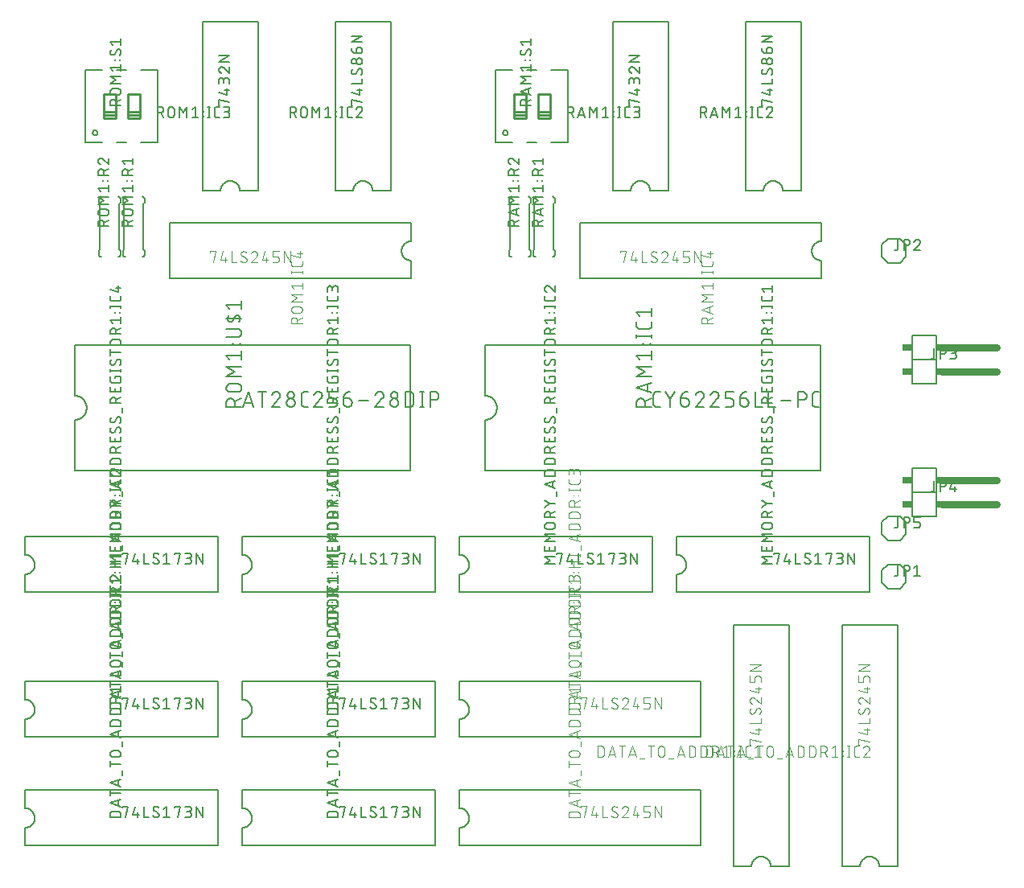
<source format=gbr>
G04 EAGLE Gerber RS-274X export*
G75*
%MOMM*%
%FSLAX34Y34*%
%LPD*%
%INSilkscreen Top*%
%IPPOS*%
%AMOC8*
5,1,8,0,0,1.08239X$1,22.5*%
G01*
%ADD10C,0.152400*%
%ADD11C,0.127000*%
%ADD12C,0.101600*%
%ADD13C,0.762000*%
%ADD14R,0.508000X0.762000*%
%ADD15R,1.016000X0.762000*%
%ADD16C,0.177800*%
%ADD17C,0.254000*%


D10*
X-660400Y295910D02*
X-863600Y295910D01*
X-863600Y237490D02*
X-660400Y237490D01*
X-660400Y295910D01*
X-863600Y295910D02*
X-863600Y276860D01*
X-863600Y256540D02*
X-863600Y237490D01*
X-863600Y256540D02*
X-863353Y256543D01*
X-863105Y256552D01*
X-862858Y256567D01*
X-862612Y256588D01*
X-862366Y256615D01*
X-862121Y256648D01*
X-861876Y256687D01*
X-861633Y256732D01*
X-861391Y256783D01*
X-861150Y256840D01*
X-860911Y256902D01*
X-860673Y256971D01*
X-860437Y257045D01*
X-860203Y257125D01*
X-859971Y257210D01*
X-859741Y257302D01*
X-859513Y257398D01*
X-859288Y257501D01*
X-859065Y257608D01*
X-858845Y257722D01*
X-858628Y257840D01*
X-858413Y257964D01*
X-858202Y258093D01*
X-857994Y258227D01*
X-857789Y258366D01*
X-857588Y258510D01*
X-857390Y258658D01*
X-857196Y258812D01*
X-857006Y258970D01*
X-856820Y259133D01*
X-856638Y259300D01*
X-856460Y259472D01*
X-856286Y259648D01*
X-856116Y259828D01*
X-855951Y260013D01*
X-855791Y260201D01*
X-855635Y260393D01*
X-855483Y260589D01*
X-855337Y260788D01*
X-855195Y260991D01*
X-855059Y261198D01*
X-854927Y261407D01*
X-854801Y261620D01*
X-854680Y261836D01*
X-854564Y262054D01*
X-854454Y262276D01*
X-854349Y262500D01*
X-854249Y262726D01*
X-854155Y262955D01*
X-854067Y263186D01*
X-853984Y263420D01*
X-853907Y263655D01*
X-853836Y263892D01*
X-853770Y264130D01*
X-853711Y264370D01*
X-853657Y264612D01*
X-853609Y264855D01*
X-853567Y265098D01*
X-853531Y265343D01*
X-853501Y265589D01*
X-853477Y265835D01*
X-853459Y266082D01*
X-853447Y266329D01*
X-853441Y266576D01*
X-853441Y266824D01*
X-853447Y267071D01*
X-853459Y267318D01*
X-853477Y267565D01*
X-853501Y267811D01*
X-853531Y268057D01*
X-853567Y268302D01*
X-853609Y268545D01*
X-853657Y268788D01*
X-853711Y269030D01*
X-853770Y269270D01*
X-853836Y269508D01*
X-853907Y269745D01*
X-853984Y269980D01*
X-854067Y270214D01*
X-854155Y270445D01*
X-854249Y270674D01*
X-854349Y270900D01*
X-854454Y271124D01*
X-854564Y271346D01*
X-854680Y271564D01*
X-854801Y271780D01*
X-854927Y271993D01*
X-855059Y272202D01*
X-855195Y272409D01*
X-855337Y272612D01*
X-855483Y272811D01*
X-855635Y273007D01*
X-855791Y273199D01*
X-855951Y273387D01*
X-856116Y273572D01*
X-856286Y273752D01*
X-856460Y273928D01*
X-856638Y274100D01*
X-856820Y274267D01*
X-857006Y274430D01*
X-857196Y274588D01*
X-857390Y274742D01*
X-857588Y274890D01*
X-857789Y275034D01*
X-857994Y275173D01*
X-858202Y275307D01*
X-858413Y275436D01*
X-858628Y275560D01*
X-858845Y275678D01*
X-859065Y275792D01*
X-859288Y275899D01*
X-859513Y276002D01*
X-859741Y276098D01*
X-859971Y276190D01*
X-860203Y276275D01*
X-860437Y276355D01*
X-860673Y276429D01*
X-860911Y276498D01*
X-861150Y276560D01*
X-861391Y276617D01*
X-861633Y276668D01*
X-861876Y276713D01*
X-862121Y276752D01*
X-862366Y276785D01*
X-862612Y276812D01*
X-862858Y276833D01*
X-863105Y276848D01*
X-863353Y276857D01*
X-863600Y276860D01*
D11*
X-774065Y267335D02*
X-762635Y267335D01*
X-774065Y267335D02*
X-774065Y270510D01*
X-774063Y270621D01*
X-774057Y270731D01*
X-774048Y270842D01*
X-774034Y270952D01*
X-774017Y271061D01*
X-773996Y271170D01*
X-773971Y271278D01*
X-773942Y271385D01*
X-773910Y271491D01*
X-773874Y271596D01*
X-773834Y271699D01*
X-773791Y271801D01*
X-773744Y271902D01*
X-773693Y272001D01*
X-773640Y272098D01*
X-773583Y272192D01*
X-773522Y272285D01*
X-773459Y272376D01*
X-773392Y272465D01*
X-773322Y272551D01*
X-773249Y272634D01*
X-773174Y272716D01*
X-773096Y272794D01*
X-773014Y272869D01*
X-772931Y272942D01*
X-772845Y273012D01*
X-772756Y273079D01*
X-772665Y273142D01*
X-772572Y273203D01*
X-772478Y273260D01*
X-772381Y273313D01*
X-772282Y273364D01*
X-772181Y273411D01*
X-772079Y273454D01*
X-771976Y273494D01*
X-771871Y273530D01*
X-771765Y273562D01*
X-771658Y273591D01*
X-771550Y273616D01*
X-771441Y273637D01*
X-771332Y273654D01*
X-771222Y273668D01*
X-771111Y273677D01*
X-771001Y273683D01*
X-770890Y273685D01*
X-765810Y273685D01*
X-765699Y273683D01*
X-765589Y273677D01*
X-765478Y273668D01*
X-765368Y273654D01*
X-765259Y273637D01*
X-765150Y273616D01*
X-765042Y273591D01*
X-764935Y273562D01*
X-764829Y273530D01*
X-764724Y273494D01*
X-764621Y273454D01*
X-764519Y273411D01*
X-764418Y273364D01*
X-764319Y273313D01*
X-764223Y273260D01*
X-764128Y273203D01*
X-764035Y273142D01*
X-763944Y273079D01*
X-763855Y273012D01*
X-763769Y272942D01*
X-763686Y272869D01*
X-763604Y272794D01*
X-763526Y272716D01*
X-763451Y272634D01*
X-763378Y272551D01*
X-763308Y272465D01*
X-763241Y272376D01*
X-763178Y272285D01*
X-763117Y272192D01*
X-763060Y272098D01*
X-763007Y272001D01*
X-762956Y271902D01*
X-762909Y271801D01*
X-762866Y271699D01*
X-762826Y271596D01*
X-762790Y271491D01*
X-762758Y271385D01*
X-762729Y271278D01*
X-762704Y271170D01*
X-762683Y271061D01*
X-762666Y270952D01*
X-762652Y270842D01*
X-762643Y270731D01*
X-762637Y270621D01*
X-762635Y270510D01*
X-762635Y267335D01*
X-762635Y278511D02*
X-774065Y282321D01*
X-762635Y286131D01*
X-765493Y285179D02*
X-765493Y279464D01*
X-762635Y292989D02*
X-774065Y292989D01*
X-774065Y289814D02*
X-774065Y296164D01*
X-774065Y303657D02*
X-762635Y299847D01*
X-762635Y307467D02*
X-774065Y303657D01*
X-765493Y306515D02*
X-765493Y300800D01*
X-761365Y311404D02*
X-761365Y316484D01*
X-762635Y323469D02*
X-774065Y323469D01*
X-774065Y320294D02*
X-774065Y326644D01*
X-770890Y330962D02*
X-765810Y330962D01*
X-770890Y330962D02*
X-771001Y330964D01*
X-771111Y330970D01*
X-771222Y330979D01*
X-771332Y330993D01*
X-771441Y331010D01*
X-771550Y331031D01*
X-771658Y331056D01*
X-771765Y331085D01*
X-771871Y331117D01*
X-771976Y331153D01*
X-772079Y331193D01*
X-772181Y331236D01*
X-772282Y331283D01*
X-772381Y331334D01*
X-772478Y331387D01*
X-772572Y331444D01*
X-772665Y331505D01*
X-772756Y331568D01*
X-772845Y331635D01*
X-772931Y331705D01*
X-773014Y331778D01*
X-773096Y331853D01*
X-773174Y331931D01*
X-773249Y332013D01*
X-773322Y332096D01*
X-773392Y332182D01*
X-773459Y332271D01*
X-773522Y332362D01*
X-773583Y332455D01*
X-773640Y332550D01*
X-773693Y332646D01*
X-773744Y332745D01*
X-773791Y332846D01*
X-773834Y332948D01*
X-773874Y333051D01*
X-773910Y333156D01*
X-773942Y333262D01*
X-773971Y333369D01*
X-773996Y333477D01*
X-774017Y333586D01*
X-774034Y333695D01*
X-774048Y333805D01*
X-774057Y333916D01*
X-774063Y334026D01*
X-774065Y334137D01*
X-774063Y334248D01*
X-774057Y334358D01*
X-774048Y334469D01*
X-774034Y334579D01*
X-774017Y334688D01*
X-773996Y334797D01*
X-773971Y334905D01*
X-773942Y335012D01*
X-773910Y335118D01*
X-773874Y335223D01*
X-773834Y335326D01*
X-773791Y335428D01*
X-773744Y335529D01*
X-773693Y335628D01*
X-773640Y335725D01*
X-773583Y335819D01*
X-773522Y335912D01*
X-773459Y336003D01*
X-773392Y336092D01*
X-773322Y336178D01*
X-773249Y336261D01*
X-773174Y336343D01*
X-773096Y336421D01*
X-773014Y336496D01*
X-772931Y336569D01*
X-772845Y336639D01*
X-772756Y336706D01*
X-772665Y336769D01*
X-772572Y336830D01*
X-772478Y336887D01*
X-772381Y336940D01*
X-772282Y336991D01*
X-772181Y337038D01*
X-772079Y337081D01*
X-771976Y337121D01*
X-771871Y337157D01*
X-771765Y337189D01*
X-771658Y337218D01*
X-771550Y337243D01*
X-771441Y337264D01*
X-771332Y337281D01*
X-771222Y337295D01*
X-771111Y337304D01*
X-771001Y337310D01*
X-770890Y337312D01*
X-765810Y337312D01*
X-765699Y337310D01*
X-765589Y337304D01*
X-765478Y337295D01*
X-765368Y337281D01*
X-765259Y337264D01*
X-765150Y337243D01*
X-765042Y337218D01*
X-764935Y337189D01*
X-764829Y337157D01*
X-764724Y337121D01*
X-764621Y337081D01*
X-764519Y337038D01*
X-764418Y336991D01*
X-764319Y336940D01*
X-764222Y336887D01*
X-764128Y336830D01*
X-764035Y336769D01*
X-763944Y336706D01*
X-763855Y336639D01*
X-763769Y336569D01*
X-763686Y336496D01*
X-763604Y336421D01*
X-763526Y336343D01*
X-763451Y336261D01*
X-763378Y336178D01*
X-763308Y336092D01*
X-763241Y336003D01*
X-763178Y335912D01*
X-763117Y335819D01*
X-763060Y335724D01*
X-763007Y335628D01*
X-762956Y335529D01*
X-762909Y335428D01*
X-762866Y335326D01*
X-762826Y335223D01*
X-762790Y335118D01*
X-762758Y335012D01*
X-762729Y334905D01*
X-762704Y334797D01*
X-762683Y334688D01*
X-762666Y334579D01*
X-762652Y334469D01*
X-762643Y334358D01*
X-762637Y334248D01*
X-762635Y334137D01*
X-762637Y334026D01*
X-762643Y333916D01*
X-762652Y333805D01*
X-762666Y333695D01*
X-762683Y333586D01*
X-762704Y333477D01*
X-762729Y333369D01*
X-762758Y333262D01*
X-762790Y333156D01*
X-762826Y333051D01*
X-762866Y332948D01*
X-762909Y332846D01*
X-762956Y332745D01*
X-763007Y332646D01*
X-763060Y332549D01*
X-763117Y332455D01*
X-763178Y332362D01*
X-763241Y332271D01*
X-763308Y332182D01*
X-763378Y332096D01*
X-763451Y332013D01*
X-763526Y331931D01*
X-763604Y331853D01*
X-763686Y331778D01*
X-763769Y331705D01*
X-763855Y331635D01*
X-763944Y331568D01*
X-764035Y331505D01*
X-764128Y331444D01*
X-764223Y331387D01*
X-764319Y331334D01*
X-764418Y331283D01*
X-764519Y331236D01*
X-764621Y331193D01*
X-764724Y331153D01*
X-764829Y331117D01*
X-764935Y331085D01*
X-765042Y331056D01*
X-765150Y331031D01*
X-765259Y331010D01*
X-765368Y330993D01*
X-765478Y330979D01*
X-765589Y330970D01*
X-765699Y330964D01*
X-765810Y330962D01*
X-761365Y341884D02*
X-761365Y346964D01*
X-762635Y350901D02*
X-774065Y354711D01*
X-762635Y358521D01*
X-765493Y357569D02*
X-765493Y351854D01*
X-762635Y363347D02*
X-774065Y363347D01*
X-774065Y366522D01*
X-774063Y366633D01*
X-774057Y366743D01*
X-774048Y366854D01*
X-774034Y366964D01*
X-774017Y367073D01*
X-773996Y367182D01*
X-773971Y367290D01*
X-773942Y367397D01*
X-773910Y367503D01*
X-773874Y367608D01*
X-773834Y367711D01*
X-773791Y367813D01*
X-773744Y367914D01*
X-773693Y368013D01*
X-773640Y368110D01*
X-773583Y368204D01*
X-773522Y368297D01*
X-773459Y368388D01*
X-773392Y368477D01*
X-773322Y368563D01*
X-773249Y368646D01*
X-773174Y368728D01*
X-773096Y368806D01*
X-773014Y368881D01*
X-772931Y368954D01*
X-772845Y369024D01*
X-772756Y369091D01*
X-772665Y369154D01*
X-772572Y369215D01*
X-772478Y369272D01*
X-772381Y369325D01*
X-772282Y369376D01*
X-772181Y369423D01*
X-772079Y369466D01*
X-771976Y369506D01*
X-771871Y369542D01*
X-771765Y369574D01*
X-771658Y369603D01*
X-771550Y369628D01*
X-771441Y369649D01*
X-771332Y369666D01*
X-771222Y369680D01*
X-771111Y369689D01*
X-771001Y369695D01*
X-770890Y369697D01*
X-765810Y369697D01*
X-765699Y369695D01*
X-765589Y369689D01*
X-765478Y369680D01*
X-765368Y369666D01*
X-765259Y369649D01*
X-765150Y369628D01*
X-765042Y369603D01*
X-764935Y369574D01*
X-764829Y369542D01*
X-764724Y369506D01*
X-764621Y369466D01*
X-764519Y369423D01*
X-764418Y369376D01*
X-764319Y369325D01*
X-764223Y369272D01*
X-764128Y369215D01*
X-764035Y369154D01*
X-763944Y369091D01*
X-763855Y369024D01*
X-763769Y368954D01*
X-763686Y368881D01*
X-763604Y368806D01*
X-763526Y368728D01*
X-763451Y368646D01*
X-763378Y368563D01*
X-763308Y368477D01*
X-763241Y368388D01*
X-763178Y368297D01*
X-763117Y368204D01*
X-763060Y368110D01*
X-763007Y368013D01*
X-762956Y367914D01*
X-762909Y367813D01*
X-762866Y367711D01*
X-762826Y367608D01*
X-762790Y367503D01*
X-762758Y367397D01*
X-762729Y367290D01*
X-762704Y367182D01*
X-762683Y367073D01*
X-762666Y366964D01*
X-762652Y366854D01*
X-762643Y366743D01*
X-762637Y366633D01*
X-762635Y366522D01*
X-762635Y363347D01*
X-762635Y375539D02*
X-774065Y375539D01*
X-774065Y378714D01*
X-774063Y378825D01*
X-774057Y378935D01*
X-774048Y379046D01*
X-774034Y379156D01*
X-774017Y379265D01*
X-773996Y379374D01*
X-773971Y379482D01*
X-773942Y379589D01*
X-773910Y379695D01*
X-773874Y379800D01*
X-773834Y379903D01*
X-773791Y380005D01*
X-773744Y380106D01*
X-773693Y380205D01*
X-773640Y380302D01*
X-773583Y380396D01*
X-773522Y380489D01*
X-773459Y380580D01*
X-773392Y380669D01*
X-773322Y380755D01*
X-773249Y380838D01*
X-773174Y380920D01*
X-773096Y380998D01*
X-773014Y381073D01*
X-772931Y381146D01*
X-772845Y381216D01*
X-772756Y381283D01*
X-772665Y381346D01*
X-772572Y381407D01*
X-772478Y381464D01*
X-772381Y381517D01*
X-772282Y381568D01*
X-772181Y381615D01*
X-772079Y381658D01*
X-771976Y381698D01*
X-771871Y381734D01*
X-771765Y381766D01*
X-771658Y381795D01*
X-771550Y381820D01*
X-771441Y381841D01*
X-771332Y381858D01*
X-771222Y381872D01*
X-771111Y381881D01*
X-771001Y381887D01*
X-770890Y381889D01*
X-765810Y381889D01*
X-765699Y381887D01*
X-765589Y381881D01*
X-765478Y381872D01*
X-765368Y381858D01*
X-765259Y381841D01*
X-765150Y381820D01*
X-765042Y381795D01*
X-764935Y381766D01*
X-764829Y381734D01*
X-764724Y381698D01*
X-764621Y381658D01*
X-764519Y381615D01*
X-764418Y381568D01*
X-764319Y381517D01*
X-764223Y381464D01*
X-764128Y381407D01*
X-764035Y381346D01*
X-763944Y381283D01*
X-763855Y381216D01*
X-763769Y381146D01*
X-763686Y381073D01*
X-763604Y380998D01*
X-763526Y380920D01*
X-763451Y380838D01*
X-763378Y380755D01*
X-763308Y380669D01*
X-763241Y380580D01*
X-763178Y380489D01*
X-763117Y380396D01*
X-763060Y380302D01*
X-763007Y380205D01*
X-762956Y380106D01*
X-762909Y380005D01*
X-762866Y379903D01*
X-762826Y379800D01*
X-762790Y379695D01*
X-762758Y379589D01*
X-762729Y379482D01*
X-762704Y379374D01*
X-762683Y379265D01*
X-762666Y379156D01*
X-762652Y379046D01*
X-762643Y378935D01*
X-762637Y378825D01*
X-762635Y378714D01*
X-762635Y375539D01*
X-762635Y387814D02*
X-774065Y387814D01*
X-774065Y390989D01*
X-774063Y391100D01*
X-774057Y391210D01*
X-774048Y391321D01*
X-774034Y391431D01*
X-774017Y391540D01*
X-773996Y391649D01*
X-773971Y391757D01*
X-773942Y391864D01*
X-773910Y391970D01*
X-773874Y392075D01*
X-773834Y392178D01*
X-773791Y392280D01*
X-773744Y392381D01*
X-773693Y392480D01*
X-773640Y392577D01*
X-773583Y392671D01*
X-773522Y392764D01*
X-773459Y392855D01*
X-773392Y392944D01*
X-773322Y393030D01*
X-773249Y393113D01*
X-773174Y393195D01*
X-773096Y393273D01*
X-773014Y393348D01*
X-772931Y393421D01*
X-772845Y393491D01*
X-772756Y393558D01*
X-772665Y393621D01*
X-772572Y393682D01*
X-772478Y393739D01*
X-772381Y393792D01*
X-772282Y393843D01*
X-772181Y393890D01*
X-772079Y393933D01*
X-771976Y393973D01*
X-771871Y394009D01*
X-771765Y394041D01*
X-771658Y394070D01*
X-771550Y394095D01*
X-771441Y394116D01*
X-771332Y394133D01*
X-771222Y394147D01*
X-771111Y394156D01*
X-771001Y394162D01*
X-770890Y394164D01*
X-770779Y394162D01*
X-770669Y394156D01*
X-770558Y394147D01*
X-770448Y394133D01*
X-770339Y394116D01*
X-770230Y394095D01*
X-770122Y394070D01*
X-770015Y394041D01*
X-769909Y394009D01*
X-769804Y393973D01*
X-769701Y393933D01*
X-769599Y393890D01*
X-769498Y393843D01*
X-769399Y393792D01*
X-769303Y393739D01*
X-769208Y393682D01*
X-769115Y393621D01*
X-769024Y393558D01*
X-768935Y393491D01*
X-768849Y393421D01*
X-768766Y393348D01*
X-768684Y393273D01*
X-768606Y393195D01*
X-768531Y393113D01*
X-768458Y393030D01*
X-768388Y392944D01*
X-768321Y392855D01*
X-768258Y392764D01*
X-768197Y392671D01*
X-768140Y392577D01*
X-768087Y392480D01*
X-768036Y392381D01*
X-767989Y392280D01*
X-767946Y392178D01*
X-767906Y392075D01*
X-767870Y391970D01*
X-767838Y391864D01*
X-767809Y391757D01*
X-767784Y391649D01*
X-767763Y391540D01*
X-767746Y391431D01*
X-767732Y391321D01*
X-767723Y391210D01*
X-767717Y391100D01*
X-767715Y390989D01*
X-767715Y387814D01*
X-767715Y391624D02*
X-762635Y394164D01*
X-771525Y399161D02*
X-774065Y402336D01*
X-762635Y402336D01*
X-762635Y399161D02*
X-762635Y405511D01*
X-763588Y410400D02*
X-764223Y410400D01*
X-764223Y411035D01*
X-763588Y411035D01*
X-763588Y410400D01*
X-768668Y410400D02*
X-769303Y410400D01*
X-769303Y411035D01*
X-768668Y411035D01*
X-768668Y410400D01*
X-774065Y416306D02*
X-762635Y416306D01*
X-768985Y416306D02*
X-768985Y422656D01*
X-774065Y422656D02*
X-762635Y422656D01*
X-762635Y429006D02*
X-774065Y429006D01*
X-762635Y427736D02*
X-762635Y430276D01*
X-774065Y430276D02*
X-774065Y427736D01*
X-761365Y434467D02*
X-761365Y439547D01*
X-762635Y443484D02*
X-774065Y447294D01*
X-762635Y451104D01*
X-765493Y450151D02*
X-765493Y444436D01*
X-762635Y455930D02*
X-774065Y455930D01*
X-774065Y459105D01*
X-774063Y459216D01*
X-774057Y459326D01*
X-774048Y459437D01*
X-774034Y459547D01*
X-774017Y459656D01*
X-773996Y459765D01*
X-773971Y459873D01*
X-773942Y459980D01*
X-773910Y460086D01*
X-773874Y460191D01*
X-773834Y460294D01*
X-773791Y460396D01*
X-773744Y460497D01*
X-773693Y460596D01*
X-773640Y460693D01*
X-773583Y460787D01*
X-773522Y460880D01*
X-773459Y460971D01*
X-773392Y461060D01*
X-773322Y461146D01*
X-773249Y461229D01*
X-773174Y461311D01*
X-773096Y461389D01*
X-773014Y461464D01*
X-772931Y461537D01*
X-772845Y461607D01*
X-772756Y461674D01*
X-772665Y461737D01*
X-772572Y461798D01*
X-772478Y461855D01*
X-772381Y461908D01*
X-772282Y461959D01*
X-772181Y462006D01*
X-772079Y462049D01*
X-771976Y462089D01*
X-771871Y462125D01*
X-771765Y462157D01*
X-771658Y462186D01*
X-771550Y462211D01*
X-771441Y462232D01*
X-771332Y462249D01*
X-771222Y462263D01*
X-771111Y462272D01*
X-771001Y462278D01*
X-770890Y462280D01*
X-765810Y462280D01*
X-765699Y462278D01*
X-765589Y462272D01*
X-765478Y462263D01*
X-765368Y462249D01*
X-765259Y462232D01*
X-765150Y462211D01*
X-765042Y462186D01*
X-764935Y462157D01*
X-764829Y462125D01*
X-764724Y462089D01*
X-764621Y462049D01*
X-764519Y462006D01*
X-764418Y461959D01*
X-764319Y461908D01*
X-764223Y461855D01*
X-764128Y461798D01*
X-764035Y461737D01*
X-763944Y461674D01*
X-763855Y461607D01*
X-763769Y461537D01*
X-763686Y461464D01*
X-763604Y461389D01*
X-763526Y461311D01*
X-763451Y461229D01*
X-763378Y461146D01*
X-763308Y461060D01*
X-763241Y460971D01*
X-763178Y460880D01*
X-763117Y460787D01*
X-763060Y460693D01*
X-763007Y460596D01*
X-762956Y460497D01*
X-762909Y460396D01*
X-762866Y460294D01*
X-762826Y460191D01*
X-762790Y460086D01*
X-762758Y459980D01*
X-762729Y459873D01*
X-762704Y459765D01*
X-762683Y459656D01*
X-762666Y459547D01*
X-762652Y459437D01*
X-762643Y459326D01*
X-762637Y459216D01*
X-762635Y459105D01*
X-762635Y455930D01*
X-762635Y468122D02*
X-774065Y468122D01*
X-774065Y471297D01*
X-774063Y471408D01*
X-774057Y471518D01*
X-774048Y471629D01*
X-774034Y471739D01*
X-774017Y471848D01*
X-773996Y471957D01*
X-773971Y472065D01*
X-773942Y472172D01*
X-773910Y472278D01*
X-773874Y472383D01*
X-773834Y472486D01*
X-773791Y472588D01*
X-773744Y472689D01*
X-773693Y472788D01*
X-773640Y472885D01*
X-773583Y472979D01*
X-773522Y473072D01*
X-773459Y473163D01*
X-773392Y473252D01*
X-773322Y473338D01*
X-773249Y473421D01*
X-773174Y473503D01*
X-773096Y473581D01*
X-773014Y473656D01*
X-772931Y473729D01*
X-772845Y473799D01*
X-772756Y473866D01*
X-772665Y473929D01*
X-772572Y473990D01*
X-772478Y474047D01*
X-772381Y474100D01*
X-772282Y474151D01*
X-772181Y474198D01*
X-772079Y474241D01*
X-771976Y474281D01*
X-771871Y474317D01*
X-771765Y474349D01*
X-771658Y474378D01*
X-771550Y474403D01*
X-771441Y474424D01*
X-771332Y474441D01*
X-771222Y474455D01*
X-771111Y474464D01*
X-771001Y474470D01*
X-770890Y474472D01*
X-765810Y474472D01*
X-765699Y474470D01*
X-765589Y474464D01*
X-765478Y474455D01*
X-765368Y474441D01*
X-765259Y474424D01*
X-765150Y474403D01*
X-765042Y474378D01*
X-764935Y474349D01*
X-764829Y474317D01*
X-764724Y474281D01*
X-764621Y474241D01*
X-764519Y474198D01*
X-764418Y474151D01*
X-764319Y474100D01*
X-764223Y474047D01*
X-764128Y473990D01*
X-764035Y473929D01*
X-763944Y473866D01*
X-763855Y473799D01*
X-763769Y473729D01*
X-763686Y473656D01*
X-763604Y473581D01*
X-763526Y473503D01*
X-763451Y473421D01*
X-763378Y473338D01*
X-763308Y473252D01*
X-763241Y473163D01*
X-763178Y473072D01*
X-763117Y472979D01*
X-763060Y472885D01*
X-763007Y472788D01*
X-762956Y472689D01*
X-762909Y472588D01*
X-762866Y472486D01*
X-762826Y472383D01*
X-762790Y472278D01*
X-762758Y472172D01*
X-762729Y472065D01*
X-762704Y471957D01*
X-762683Y471848D01*
X-762666Y471739D01*
X-762652Y471629D01*
X-762643Y471518D01*
X-762637Y471408D01*
X-762635Y471297D01*
X-762635Y468122D01*
X-762635Y480397D02*
X-774065Y480397D01*
X-774065Y483572D01*
X-774063Y483683D01*
X-774057Y483793D01*
X-774048Y483904D01*
X-774034Y484014D01*
X-774017Y484123D01*
X-773996Y484232D01*
X-773971Y484340D01*
X-773942Y484447D01*
X-773910Y484553D01*
X-773874Y484658D01*
X-773834Y484761D01*
X-773791Y484863D01*
X-773744Y484964D01*
X-773693Y485063D01*
X-773640Y485160D01*
X-773583Y485254D01*
X-773522Y485347D01*
X-773459Y485438D01*
X-773392Y485527D01*
X-773322Y485613D01*
X-773249Y485696D01*
X-773174Y485778D01*
X-773096Y485856D01*
X-773014Y485931D01*
X-772931Y486004D01*
X-772845Y486074D01*
X-772756Y486141D01*
X-772665Y486204D01*
X-772572Y486265D01*
X-772478Y486322D01*
X-772381Y486375D01*
X-772282Y486426D01*
X-772181Y486473D01*
X-772079Y486516D01*
X-771976Y486556D01*
X-771871Y486592D01*
X-771765Y486624D01*
X-771658Y486653D01*
X-771550Y486678D01*
X-771441Y486699D01*
X-771332Y486716D01*
X-771222Y486730D01*
X-771111Y486739D01*
X-771001Y486745D01*
X-770890Y486747D01*
X-770779Y486745D01*
X-770669Y486739D01*
X-770558Y486730D01*
X-770448Y486716D01*
X-770339Y486699D01*
X-770230Y486678D01*
X-770122Y486653D01*
X-770015Y486624D01*
X-769909Y486592D01*
X-769804Y486556D01*
X-769701Y486516D01*
X-769599Y486473D01*
X-769498Y486426D01*
X-769399Y486375D01*
X-769303Y486322D01*
X-769208Y486265D01*
X-769115Y486204D01*
X-769024Y486141D01*
X-768935Y486074D01*
X-768849Y486004D01*
X-768766Y485931D01*
X-768684Y485856D01*
X-768606Y485778D01*
X-768531Y485696D01*
X-768458Y485613D01*
X-768388Y485527D01*
X-768321Y485438D01*
X-768258Y485347D01*
X-768197Y485254D01*
X-768140Y485160D01*
X-768087Y485063D01*
X-768036Y484964D01*
X-767989Y484863D01*
X-767946Y484761D01*
X-767906Y484658D01*
X-767870Y484553D01*
X-767838Y484447D01*
X-767809Y484340D01*
X-767784Y484232D01*
X-767763Y484123D01*
X-767746Y484014D01*
X-767732Y483904D01*
X-767723Y483793D01*
X-767717Y483683D01*
X-767715Y483572D01*
X-767715Y480397D01*
X-767715Y484207D02*
X-762635Y486747D01*
X-763588Y491553D02*
X-764223Y491553D01*
X-764223Y492188D01*
X-763588Y492188D01*
X-763588Y491553D01*
X-768668Y491553D02*
X-769303Y491553D01*
X-769303Y492188D01*
X-768668Y492188D01*
X-768668Y491553D01*
X-774065Y497967D02*
X-762635Y497967D01*
X-762635Y496697D02*
X-762635Y499237D01*
X-774065Y499237D02*
X-774065Y496697D01*
X-762635Y506439D02*
X-762635Y508979D01*
X-762635Y506439D02*
X-762637Y506339D01*
X-762643Y506240D01*
X-762653Y506140D01*
X-762666Y506042D01*
X-762684Y505943D01*
X-762705Y505846D01*
X-762730Y505750D01*
X-762759Y505654D01*
X-762792Y505560D01*
X-762828Y505467D01*
X-762868Y505376D01*
X-762912Y505286D01*
X-762959Y505198D01*
X-763009Y505112D01*
X-763063Y505028D01*
X-763120Y504946D01*
X-763180Y504867D01*
X-763244Y504789D01*
X-763310Y504715D01*
X-763379Y504643D01*
X-763451Y504574D01*
X-763525Y504508D01*
X-763603Y504444D01*
X-763682Y504384D01*
X-763764Y504327D01*
X-763848Y504273D01*
X-763934Y504223D01*
X-764022Y504176D01*
X-764112Y504132D01*
X-764203Y504092D01*
X-764296Y504056D01*
X-764390Y504023D01*
X-764486Y503994D01*
X-764582Y503969D01*
X-764679Y503948D01*
X-764778Y503930D01*
X-764876Y503917D01*
X-764976Y503907D01*
X-765075Y503901D01*
X-765175Y503899D01*
X-771525Y503899D01*
X-771625Y503901D01*
X-771724Y503907D01*
X-771824Y503917D01*
X-771922Y503930D01*
X-772021Y503948D01*
X-772118Y503969D01*
X-772214Y503994D01*
X-772310Y504023D01*
X-772404Y504056D01*
X-772497Y504092D01*
X-772588Y504132D01*
X-772678Y504176D01*
X-772766Y504223D01*
X-772852Y504273D01*
X-772936Y504327D01*
X-773018Y504384D01*
X-773097Y504444D01*
X-773175Y504508D01*
X-773249Y504574D01*
X-773321Y504643D01*
X-773390Y504715D01*
X-773456Y504789D01*
X-773520Y504867D01*
X-773580Y504946D01*
X-773637Y505028D01*
X-773691Y505112D01*
X-773741Y505198D01*
X-773788Y505286D01*
X-773832Y505376D01*
X-773872Y505467D01*
X-773908Y505560D01*
X-773941Y505654D01*
X-773970Y505750D01*
X-773995Y505846D01*
X-774016Y505943D01*
X-774034Y506042D01*
X-774047Y506140D01*
X-774057Y506240D01*
X-774063Y506339D01*
X-774065Y506439D01*
X-774065Y508979D01*
X-771525Y513461D02*
X-774065Y516636D01*
X-762635Y516636D01*
X-762635Y513461D02*
X-762635Y519811D01*
X-761365Y278765D02*
X-761365Y277495D01*
X-761365Y278765D02*
X-755015Y278765D01*
X-758190Y267335D01*
X-749935Y269875D02*
X-747395Y278765D01*
X-749935Y269875D02*
X-743585Y269875D01*
X-745490Y272415D02*
X-745490Y267335D01*
X-738099Y267335D02*
X-738099Y278765D01*
X-738099Y267335D02*
X-733019Y267335D01*
X-725170Y267335D02*
X-725070Y267337D01*
X-724971Y267343D01*
X-724871Y267353D01*
X-724773Y267366D01*
X-724674Y267384D01*
X-724577Y267405D01*
X-724481Y267430D01*
X-724385Y267459D01*
X-724291Y267492D01*
X-724198Y267528D01*
X-724107Y267568D01*
X-724017Y267612D01*
X-723929Y267659D01*
X-723843Y267709D01*
X-723759Y267763D01*
X-723677Y267820D01*
X-723598Y267880D01*
X-723520Y267944D01*
X-723446Y268010D01*
X-723374Y268079D01*
X-723305Y268151D01*
X-723239Y268225D01*
X-723175Y268303D01*
X-723115Y268382D01*
X-723058Y268464D01*
X-723004Y268548D01*
X-722954Y268634D01*
X-722907Y268722D01*
X-722863Y268812D01*
X-722823Y268903D01*
X-722787Y268996D01*
X-722754Y269090D01*
X-722725Y269186D01*
X-722700Y269282D01*
X-722679Y269379D01*
X-722661Y269478D01*
X-722648Y269576D01*
X-722638Y269676D01*
X-722632Y269775D01*
X-722630Y269875D01*
X-725170Y267335D02*
X-725311Y267337D01*
X-725452Y267342D01*
X-725593Y267352D01*
X-725734Y267365D01*
X-725874Y267381D01*
X-726014Y267402D01*
X-726153Y267426D01*
X-726292Y267454D01*
X-726429Y267485D01*
X-726566Y267520D01*
X-726702Y267558D01*
X-726837Y267600D01*
X-726970Y267646D01*
X-727103Y267695D01*
X-727234Y267748D01*
X-727363Y267804D01*
X-727492Y267863D01*
X-727618Y267926D01*
X-727743Y267992D01*
X-727866Y268061D01*
X-727987Y268134D01*
X-728106Y268210D01*
X-728224Y268289D01*
X-728339Y268370D01*
X-728451Y268455D01*
X-728562Y268543D01*
X-728670Y268634D01*
X-728776Y268727D01*
X-728879Y268824D01*
X-728980Y268923D01*
X-728663Y276225D02*
X-728661Y276325D01*
X-728655Y276424D01*
X-728645Y276524D01*
X-728632Y276622D01*
X-728614Y276721D01*
X-728593Y276818D01*
X-728568Y276914D01*
X-728539Y277010D01*
X-728506Y277104D01*
X-728470Y277197D01*
X-728430Y277288D01*
X-728386Y277378D01*
X-728339Y277466D01*
X-728289Y277552D01*
X-728235Y277636D01*
X-728178Y277718D01*
X-728118Y277797D01*
X-728054Y277875D01*
X-727988Y277949D01*
X-727919Y278021D01*
X-727847Y278090D01*
X-727773Y278156D01*
X-727695Y278220D01*
X-727616Y278280D01*
X-727534Y278337D01*
X-727450Y278391D01*
X-727364Y278441D01*
X-727276Y278488D01*
X-727186Y278532D01*
X-727095Y278572D01*
X-727002Y278608D01*
X-726908Y278641D01*
X-726812Y278670D01*
X-726716Y278695D01*
X-726619Y278716D01*
X-726520Y278734D01*
X-726422Y278747D01*
X-726322Y278757D01*
X-726223Y278763D01*
X-726123Y278765D01*
X-726123Y278766D02*
X-725990Y278764D01*
X-725857Y278759D01*
X-725724Y278749D01*
X-725591Y278736D01*
X-725459Y278719D01*
X-725327Y278699D01*
X-725196Y278675D01*
X-725066Y278647D01*
X-724936Y278616D01*
X-724808Y278581D01*
X-724680Y278542D01*
X-724554Y278500D01*
X-724429Y278454D01*
X-724305Y278405D01*
X-724182Y278353D01*
X-724061Y278297D01*
X-723942Y278237D01*
X-723824Y278175D01*
X-723709Y278109D01*
X-723595Y278040D01*
X-723483Y277967D01*
X-723373Y277892D01*
X-723265Y277813D01*
X-727393Y274002D02*
X-727477Y274054D01*
X-727560Y274109D01*
X-727640Y274168D01*
X-727718Y274229D01*
X-727793Y274293D01*
X-727866Y274361D01*
X-727937Y274431D01*
X-728004Y274503D01*
X-728069Y274578D01*
X-728131Y274656D01*
X-728190Y274736D01*
X-728246Y274818D01*
X-728298Y274902D01*
X-728347Y274988D01*
X-728393Y275076D01*
X-728436Y275166D01*
X-728475Y275257D01*
X-728510Y275350D01*
X-728542Y275444D01*
X-728570Y275539D01*
X-728595Y275635D01*
X-728615Y275732D01*
X-728633Y275830D01*
X-728646Y275928D01*
X-728655Y276027D01*
X-728661Y276126D01*
X-728663Y276225D01*
X-723900Y272098D02*
X-723816Y272046D01*
X-723733Y271991D01*
X-723653Y271932D01*
X-723575Y271871D01*
X-723500Y271807D01*
X-723427Y271739D01*
X-723356Y271669D01*
X-723289Y271597D01*
X-723224Y271522D01*
X-723162Y271444D01*
X-723103Y271364D01*
X-723047Y271282D01*
X-722995Y271198D01*
X-722946Y271112D01*
X-722900Y271024D01*
X-722857Y270934D01*
X-722818Y270843D01*
X-722783Y270750D01*
X-722751Y270656D01*
X-722723Y270561D01*
X-722698Y270465D01*
X-722678Y270368D01*
X-722660Y270270D01*
X-722647Y270172D01*
X-722638Y270073D01*
X-722632Y269974D01*
X-722630Y269875D01*
X-723900Y272098D02*
X-727393Y274003D01*
X-717931Y276225D02*
X-714756Y278765D01*
X-714756Y267335D01*
X-717931Y267335D02*
X-711581Y267335D01*
X-706501Y277495D02*
X-706501Y278765D01*
X-700151Y278765D01*
X-703326Y267335D01*
X-695071Y267335D02*
X-691896Y267335D01*
X-691785Y267337D01*
X-691675Y267343D01*
X-691564Y267352D01*
X-691454Y267366D01*
X-691345Y267383D01*
X-691236Y267404D01*
X-691128Y267429D01*
X-691021Y267458D01*
X-690915Y267490D01*
X-690810Y267526D01*
X-690707Y267566D01*
X-690605Y267609D01*
X-690504Y267656D01*
X-690405Y267707D01*
X-690309Y267760D01*
X-690214Y267817D01*
X-690121Y267878D01*
X-690030Y267941D01*
X-689941Y268008D01*
X-689855Y268078D01*
X-689772Y268151D01*
X-689690Y268226D01*
X-689612Y268304D01*
X-689537Y268386D01*
X-689464Y268469D01*
X-689394Y268555D01*
X-689327Y268644D01*
X-689264Y268735D01*
X-689203Y268828D01*
X-689146Y268922D01*
X-689093Y269019D01*
X-689042Y269118D01*
X-688995Y269219D01*
X-688952Y269321D01*
X-688912Y269424D01*
X-688876Y269529D01*
X-688844Y269635D01*
X-688815Y269742D01*
X-688790Y269850D01*
X-688769Y269959D01*
X-688752Y270068D01*
X-688738Y270178D01*
X-688729Y270289D01*
X-688723Y270399D01*
X-688721Y270510D01*
X-688723Y270621D01*
X-688729Y270731D01*
X-688738Y270842D01*
X-688752Y270952D01*
X-688769Y271061D01*
X-688790Y271170D01*
X-688815Y271278D01*
X-688844Y271385D01*
X-688876Y271491D01*
X-688912Y271596D01*
X-688952Y271699D01*
X-688995Y271801D01*
X-689042Y271902D01*
X-689093Y272001D01*
X-689146Y272097D01*
X-689203Y272192D01*
X-689264Y272285D01*
X-689327Y272376D01*
X-689394Y272465D01*
X-689464Y272551D01*
X-689537Y272634D01*
X-689612Y272716D01*
X-689690Y272794D01*
X-689772Y272869D01*
X-689855Y272942D01*
X-689941Y273012D01*
X-690030Y273079D01*
X-690121Y273142D01*
X-690214Y273203D01*
X-690308Y273260D01*
X-690405Y273313D01*
X-690504Y273364D01*
X-690605Y273411D01*
X-690707Y273454D01*
X-690810Y273494D01*
X-690915Y273530D01*
X-691021Y273562D01*
X-691128Y273591D01*
X-691236Y273616D01*
X-691345Y273637D01*
X-691454Y273654D01*
X-691564Y273668D01*
X-691675Y273677D01*
X-691785Y273683D01*
X-691896Y273685D01*
X-691261Y278765D02*
X-695071Y278765D01*
X-691261Y278765D02*
X-691161Y278763D01*
X-691062Y278757D01*
X-690962Y278747D01*
X-690864Y278734D01*
X-690765Y278716D01*
X-690668Y278695D01*
X-690572Y278670D01*
X-690476Y278641D01*
X-690382Y278608D01*
X-690289Y278572D01*
X-690198Y278532D01*
X-690108Y278488D01*
X-690020Y278441D01*
X-689934Y278391D01*
X-689850Y278337D01*
X-689768Y278280D01*
X-689689Y278220D01*
X-689611Y278156D01*
X-689537Y278090D01*
X-689465Y278021D01*
X-689396Y277949D01*
X-689330Y277875D01*
X-689266Y277797D01*
X-689206Y277718D01*
X-689149Y277636D01*
X-689095Y277552D01*
X-689045Y277466D01*
X-688998Y277378D01*
X-688954Y277288D01*
X-688914Y277197D01*
X-688878Y277104D01*
X-688845Y277010D01*
X-688816Y276914D01*
X-688791Y276818D01*
X-688770Y276721D01*
X-688752Y276622D01*
X-688739Y276524D01*
X-688729Y276424D01*
X-688723Y276325D01*
X-688721Y276225D01*
X-688723Y276125D01*
X-688729Y276026D01*
X-688739Y275926D01*
X-688752Y275828D01*
X-688770Y275729D01*
X-688791Y275632D01*
X-688816Y275536D01*
X-688845Y275440D01*
X-688878Y275346D01*
X-688914Y275253D01*
X-688954Y275162D01*
X-688998Y275072D01*
X-689045Y274984D01*
X-689095Y274898D01*
X-689149Y274814D01*
X-689206Y274732D01*
X-689266Y274653D01*
X-689330Y274575D01*
X-689396Y274501D01*
X-689465Y274429D01*
X-689537Y274360D01*
X-689611Y274294D01*
X-689689Y274230D01*
X-689768Y274170D01*
X-689850Y274113D01*
X-689934Y274059D01*
X-690020Y274009D01*
X-690108Y273962D01*
X-690198Y273918D01*
X-690289Y273878D01*
X-690382Y273842D01*
X-690476Y273809D01*
X-690572Y273780D01*
X-690668Y273755D01*
X-690765Y273734D01*
X-690864Y273716D01*
X-690962Y273703D01*
X-691062Y273693D01*
X-691161Y273687D01*
X-691261Y273685D01*
X-693801Y273685D01*
X-683260Y278765D02*
X-683260Y267335D01*
X-676910Y267335D02*
X-683260Y278765D01*
X-676910Y278765D02*
X-676910Y267335D01*
D10*
X-889000Y295910D02*
X-1092200Y295910D01*
X-1092200Y237490D02*
X-889000Y237490D01*
X-889000Y295910D01*
X-1092200Y295910D02*
X-1092200Y276860D01*
X-1092200Y256540D02*
X-1092200Y237490D01*
X-1092200Y256540D02*
X-1091953Y256543D01*
X-1091705Y256552D01*
X-1091458Y256567D01*
X-1091212Y256588D01*
X-1090966Y256615D01*
X-1090721Y256648D01*
X-1090476Y256687D01*
X-1090233Y256732D01*
X-1089991Y256783D01*
X-1089750Y256840D01*
X-1089511Y256902D01*
X-1089273Y256971D01*
X-1089037Y257045D01*
X-1088803Y257125D01*
X-1088571Y257210D01*
X-1088341Y257302D01*
X-1088113Y257398D01*
X-1087888Y257501D01*
X-1087665Y257608D01*
X-1087445Y257722D01*
X-1087228Y257840D01*
X-1087013Y257964D01*
X-1086802Y258093D01*
X-1086594Y258227D01*
X-1086389Y258366D01*
X-1086188Y258510D01*
X-1085990Y258658D01*
X-1085796Y258812D01*
X-1085606Y258970D01*
X-1085420Y259133D01*
X-1085238Y259300D01*
X-1085060Y259472D01*
X-1084886Y259648D01*
X-1084716Y259828D01*
X-1084551Y260013D01*
X-1084391Y260201D01*
X-1084235Y260393D01*
X-1084083Y260589D01*
X-1083937Y260788D01*
X-1083795Y260991D01*
X-1083659Y261198D01*
X-1083527Y261407D01*
X-1083401Y261620D01*
X-1083280Y261836D01*
X-1083164Y262054D01*
X-1083054Y262276D01*
X-1082949Y262500D01*
X-1082849Y262726D01*
X-1082755Y262955D01*
X-1082667Y263186D01*
X-1082584Y263420D01*
X-1082507Y263655D01*
X-1082436Y263892D01*
X-1082370Y264130D01*
X-1082311Y264370D01*
X-1082257Y264612D01*
X-1082209Y264855D01*
X-1082167Y265098D01*
X-1082131Y265343D01*
X-1082101Y265589D01*
X-1082077Y265835D01*
X-1082059Y266082D01*
X-1082047Y266329D01*
X-1082041Y266576D01*
X-1082041Y266824D01*
X-1082047Y267071D01*
X-1082059Y267318D01*
X-1082077Y267565D01*
X-1082101Y267811D01*
X-1082131Y268057D01*
X-1082167Y268302D01*
X-1082209Y268545D01*
X-1082257Y268788D01*
X-1082311Y269030D01*
X-1082370Y269270D01*
X-1082436Y269508D01*
X-1082507Y269745D01*
X-1082584Y269980D01*
X-1082667Y270214D01*
X-1082755Y270445D01*
X-1082849Y270674D01*
X-1082949Y270900D01*
X-1083054Y271124D01*
X-1083164Y271346D01*
X-1083280Y271564D01*
X-1083401Y271780D01*
X-1083527Y271993D01*
X-1083659Y272202D01*
X-1083795Y272409D01*
X-1083937Y272612D01*
X-1084083Y272811D01*
X-1084235Y273007D01*
X-1084391Y273199D01*
X-1084551Y273387D01*
X-1084716Y273572D01*
X-1084886Y273752D01*
X-1085060Y273928D01*
X-1085238Y274100D01*
X-1085420Y274267D01*
X-1085606Y274430D01*
X-1085796Y274588D01*
X-1085990Y274742D01*
X-1086188Y274890D01*
X-1086389Y275034D01*
X-1086594Y275173D01*
X-1086802Y275307D01*
X-1087013Y275436D01*
X-1087228Y275560D01*
X-1087445Y275678D01*
X-1087665Y275792D01*
X-1087888Y275899D01*
X-1088113Y276002D01*
X-1088341Y276098D01*
X-1088571Y276190D01*
X-1088803Y276275D01*
X-1089037Y276355D01*
X-1089273Y276429D01*
X-1089511Y276498D01*
X-1089750Y276560D01*
X-1089991Y276617D01*
X-1090233Y276668D01*
X-1090476Y276713D01*
X-1090721Y276752D01*
X-1090966Y276785D01*
X-1091212Y276812D01*
X-1091458Y276833D01*
X-1091705Y276848D01*
X-1091953Y276857D01*
X-1092200Y276860D01*
D11*
X-1002665Y267335D02*
X-991235Y267335D01*
X-1002665Y267335D02*
X-1002665Y270510D01*
X-1002663Y270621D01*
X-1002657Y270731D01*
X-1002648Y270842D01*
X-1002634Y270952D01*
X-1002617Y271061D01*
X-1002596Y271170D01*
X-1002571Y271278D01*
X-1002542Y271385D01*
X-1002510Y271491D01*
X-1002474Y271596D01*
X-1002434Y271699D01*
X-1002391Y271801D01*
X-1002344Y271902D01*
X-1002293Y272001D01*
X-1002240Y272098D01*
X-1002183Y272192D01*
X-1002122Y272285D01*
X-1002059Y272376D01*
X-1001992Y272465D01*
X-1001922Y272551D01*
X-1001849Y272634D01*
X-1001774Y272716D01*
X-1001696Y272794D01*
X-1001614Y272869D01*
X-1001531Y272942D01*
X-1001445Y273012D01*
X-1001356Y273079D01*
X-1001265Y273142D01*
X-1001172Y273203D01*
X-1001078Y273260D01*
X-1000981Y273313D01*
X-1000882Y273364D01*
X-1000781Y273411D01*
X-1000679Y273454D01*
X-1000576Y273494D01*
X-1000471Y273530D01*
X-1000365Y273562D01*
X-1000258Y273591D01*
X-1000150Y273616D01*
X-1000041Y273637D01*
X-999932Y273654D01*
X-999822Y273668D01*
X-999711Y273677D01*
X-999601Y273683D01*
X-999490Y273685D01*
X-994410Y273685D01*
X-994299Y273683D01*
X-994189Y273677D01*
X-994078Y273668D01*
X-993968Y273654D01*
X-993859Y273637D01*
X-993750Y273616D01*
X-993642Y273591D01*
X-993535Y273562D01*
X-993429Y273530D01*
X-993324Y273494D01*
X-993221Y273454D01*
X-993119Y273411D01*
X-993018Y273364D01*
X-992919Y273313D01*
X-992823Y273260D01*
X-992728Y273203D01*
X-992635Y273142D01*
X-992544Y273079D01*
X-992455Y273012D01*
X-992369Y272942D01*
X-992286Y272869D01*
X-992204Y272794D01*
X-992126Y272716D01*
X-992051Y272634D01*
X-991978Y272551D01*
X-991908Y272465D01*
X-991841Y272376D01*
X-991778Y272285D01*
X-991717Y272192D01*
X-991660Y272098D01*
X-991607Y272001D01*
X-991556Y271902D01*
X-991509Y271801D01*
X-991466Y271699D01*
X-991426Y271596D01*
X-991390Y271491D01*
X-991358Y271385D01*
X-991329Y271278D01*
X-991304Y271170D01*
X-991283Y271061D01*
X-991266Y270952D01*
X-991252Y270842D01*
X-991243Y270731D01*
X-991237Y270621D01*
X-991235Y270510D01*
X-991235Y267335D01*
X-991235Y278511D02*
X-1002665Y282321D01*
X-991235Y286131D01*
X-994093Y285179D02*
X-994093Y279464D01*
X-991235Y292989D02*
X-1002665Y292989D01*
X-1002665Y289814D02*
X-1002665Y296164D01*
X-1002665Y303657D02*
X-991235Y299847D01*
X-991235Y307467D02*
X-1002665Y303657D01*
X-994093Y306515D02*
X-994093Y300800D01*
X-989965Y311404D02*
X-989965Y316484D01*
X-991235Y323469D02*
X-1002665Y323469D01*
X-1002665Y320294D02*
X-1002665Y326644D01*
X-999490Y330962D02*
X-994410Y330962D01*
X-999490Y330962D02*
X-999601Y330964D01*
X-999711Y330970D01*
X-999822Y330979D01*
X-999932Y330993D01*
X-1000041Y331010D01*
X-1000150Y331031D01*
X-1000258Y331056D01*
X-1000365Y331085D01*
X-1000471Y331117D01*
X-1000576Y331153D01*
X-1000679Y331193D01*
X-1000781Y331236D01*
X-1000882Y331283D01*
X-1000981Y331334D01*
X-1001078Y331387D01*
X-1001172Y331444D01*
X-1001265Y331505D01*
X-1001356Y331568D01*
X-1001445Y331635D01*
X-1001531Y331705D01*
X-1001614Y331778D01*
X-1001696Y331853D01*
X-1001774Y331931D01*
X-1001849Y332013D01*
X-1001922Y332096D01*
X-1001992Y332182D01*
X-1002059Y332271D01*
X-1002122Y332362D01*
X-1002183Y332455D01*
X-1002240Y332550D01*
X-1002293Y332646D01*
X-1002344Y332745D01*
X-1002391Y332846D01*
X-1002434Y332948D01*
X-1002474Y333051D01*
X-1002510Y333156D01*
X-1002542Y333262D01*
X-1002571Y333369D01*
X-1002596Y333477D01*
X-1002617Y333586D01*
X-1002634Y333695D01*
X-1002648Y333805D01*
X-1002657Y333916D01*
X-1002663Y334026D01*
X-1002665Y334137D01*
X-1002663Y334248D01*
X-1002657Y334358D01*
X-1002648Y334469D01*
X-1002634Y334579D01*
X-1002617Y334688D01*
X-1002596Y334797D01*
X-1002571Y334905D01*
X-1002542Y335012D01*
X-1002510Y335118D01*
X-1002474Y335223D01*
X-1002434Y335326D01*
X-1002391Y335428D01*
X-1002344Y335529D01*
X-1002293Y335628D01*
X-1002240Y335725D01*
X-1002183Y335819D01*
X-1002122Y335912D01*
X-1002059Y336003D01*
X-1001992Y336092D01*
X-1001922Y336178D01*
X-1001849Y336261D01*
X-1001774Y336343D01*
X-1001696Y336421D01*
X-1001614Y336496D01*
X-1001531Y336569D01*
X-1001445Y336639D01*
X-1001356Y336706D01*
X-1001265Y336769D01*
X-1001172Y336830D01*
X-1001078Y336887D01*
X-1000981Y336940D01*
X-1000882Y336991D01*
X-1000781Y337038D01*
X-1000679Y337081D01*
X-1000576Y337121D01*
X-1000471Y337157D01*
X-1000365Y337189D01*
X-1000258Y337218D01*
X-1000150Y337243D01*
X-1000041Y337264D01*
X-999932Y337281D01*
X-999822Y337295D01*
X-999711Y337304D01*
X-999601Y337310D01*
X-999490Y337312D01*
X-994410Y337312D01*
X-994299Y337310D01*
X-994189Y337304D01*
X-994078Y337295D01*
X-993968Y337281D01*
X-993859Y337264D01*
X-993750Y337243D01*
X-993642Y337218D01*
X-993535Y337189D01*
X-993429Y337157D01*
X-993324Y337121D01*
X-993221Y337081D01*
X-993119Y337038D01*
X-993018Y336991D01*
X-992919Y336940D01*
X-992822Y336887D01*
X-992728Y336830D01*
X-992635Y336769D01*
X-992544Y336706D01*
X-992455Y336639D01*
X-992369Y336569D01*
X-992286Y336496D01*
X-992204Y336421D01*
X-992126Y336343D01*
X-992051Y336261D01*
X-991978Y336178D01*
X-991908Y336092D01*
X-991841Y336003D01*
X-991778Y335912D01*
X-991717Y335819D01*
X-991660Y335724D01*
X-991607Y335628D01*
X-991556Y335529D01*
X-991509Y335428D01*
X-991466Y335326D01*
X-991426Y335223D01*
X-991390Y335118D01*
X-991358Y335012D01*
X-991329Y334905D01*
X-991304Y334797D01*
X-991283Y334688D01*
X-991266Y334579D01*
X-991252Y334469D01*
X-991243Y334358D01*
X-991237Y334248D01*
X-991235Y334137D01*
X-991237Y334026D01*
X-991243Y333916D01*
X-991252Y333805D01*
X-991266Y333695D01*
X-991283Y333586D01*
X-991304Y333477D01*
X-991329Y333369D01*
X-991358Y333262D01*
X-991390Y333156D01*
X-991426Y333051D01*
X-991466Y332948D01*
X-991509Y332846D01*
X-991556Y332745D01*
X-991607Y332646D01*
X-991660Y332549D01*
X-991717Y332455D01*
X-991778Y332362D01*
X-991841Y332271D01*
X-991908Y332182D01*
X-991978Y332096D01*
X-992051Y332013D01*
X-992126Y331931D01*
X-992204Y331853D01*
X-992286Y331778D01*
X-992369Y331705D01*
X-992455Y331635D01*
X-992544Y331568D01*
X-992635Y331505D01*
X-992728Y331444D01*
X-992823Y331387D01*
X-992919Y331334D01*
X-993018Y331283D01*
X-993119Y331236D01*
X-993221Y331193D01*
X-993324Y331153D01*
X-993429Y331117D01*
X-993535Y331085D01*
X-993642Y331056D01*
X-993750Y331031D01*
X-993859Y331010D01*
X-993968Y330993D01*
X-994078Y330979D01*
X-994189Y330970D01*
X-994299Y330964D01*
X-994410Y330962D01*
X-989965Y341884D02*
X-989965Y346964D01*
X-991235Y350901D02*
X-1002665Y354711D01*
X-991235Y358521D01*
X-994093Y357569D02*
X-994093Y351854D01*
X-991235Y363347D02*
X-1002665Y363347D01*
X-1002665Y366522D01*
X-1002663Y366633D01*
X-1002657Y366743D01*
X-1002648Y366854D01*
X-1002634Y366964D01*
X-1002617Y367073D01*
X-1002596Y367182D01*
X-1002571Y367290D01*
X-1002542Y367397D01*
X-1002510Y367503D01*
X-1002474Y367608D01*
X-1002434Y367711D01*
X-1002391Y367813D01*
X-1002344Y367914D01*
X-1002293Y368013D01*
X-1002240Y368110D01*
X-1002183Y368204D01*
X-1002122Y368297D01*
X-1002059Y368388D01*
X-1001992Y368477D01*
X-1001922Y368563D01*
X-1001849Y368646D01*
X-1001774Y368728D01*
X-1001696Y368806D01*
X-1001614Y368881D01*
X-1001531Y368954D01*
X-1001445Y369024D01*
X-1001356Y369091D01*
X-1001265Y369154D01*
X-1001172Y369215D01*
X-1001078Y369272D01*
X-1000981Y369325D01*
X-1000882Y369376D01*
X-1000781Y369423D01*
X-1000679Y369466D01*
X-1000576Y369506D01*
X-1000471Y369542D01*
X-1000365Y369574D01*
X-1000258Y369603D01*
X-1000150Y369628D01*
X-1000041Y369649D01*
X-999932Y369666D01*
X-999822Y369680D01*
X-999711Y369689D01*
X-999601Y369695D01*
X-999490Y369697D01*
X-994410Y369697D01*
X-994299Y369695D01*
X-994189Y369689D01*
X-994078Y369680D01*
X-993968Y369666D01*
X-993859Y369649D01*
X-993750Y369628D01*
X-993642Y369603D01*
X-993535Y369574D01*
X-993429Y369542D01*
X-993324Y369506D01*
X-993221Y369466D01*
X-993119Y369423D01*
X-993018Y369376D01*
X-992919Y369325D01*
X-992823Y369272D01*
X-992728Y369215D01*
X-992635Y369154D01*
X-992544Y369091D01*
X-992455Y369024D01*
X-992369Y368954D01*
X-992286Y368881D01*
X-992204Y368806D01*
X-992126Y368728D01*
X-992051Y368646D01*
X-991978Y368563D01*
X-991908Y368477D01*
X-991841Y368388D01*
X-991778Y368297D01*
X-991717Y368204D01*
X-991660Y368110D01*
X-991607Y368013D01*
X-991556Y367914D01*
X-991509Y367813D01*
X-991466Y367711D01*
X-991426Y367608D01*
X-991390Y367503D01*
X-991358Y367397D01*
X-991329Y367290D01*
X-991304Y367182D01*
X-991283Y367073D01*
X-991266Y366964D01*
X-991252Y366854D01*
X-991243Y366743D01*
X-991237Y366633D01*
X-991235Y366522D01*
X-991235Y363347D01*
X-991235Y375539D02*
X-1002665Y375539D01*
X-1002665Y378714D01*
X-1002663Y378825D01*
X-1002657Y378935D01*
X-1002648Y379046D01*
X-1002634Y379156D01*
X-1002617Y379265D01*
X-1002596Y379374D01*
X-1002571Y379482D01*
X-1002542Y379589D01*
X-1002510Y379695D01*
X-1002474Y379800D01*
X-1002434Y379903D01*
X-1002391Y380005D01*
X-1002344Y380106D01*
X-1002293Y380205D01*
X-1002240Y380302D01*
X-1002183Y380396D01*
X-1002122Y380489D01*
X-1002059Y380580D01*
X-1001992Y380669D01*
X-1001922Y380755D01*
X-1001849Y380838D01*
X-1001774Y380920D01*
X-1001696Y380998D01*
X-1001614Y381073D01*
X-1001531Y381146D01*
X-1001445Y381216D01*
X-1001356Y381283D01*
X-1001265Y381346D01*
X-1001172Y381407D01*
X-1001078Y381464D01*
X-1000981Y381517D01*
X-1000882Y381568D01*
X-1000781Y381615D01*
X-1000679Y381658D01*
X-1000576Y381698D01*
X-1000471Y381734D01*
X-1000365Y381766D01*
X-1000258Y381795D01*
X-1000150Y381820D01*
X-1000041Y381841D01*
X-999932Y381858D01*
X-999822Y381872D01*
X-999711Y381881D01*
X-999601Y381887D01*
X-999490Y381889D01*
X-994410Y381889D01*
X-994299Y381887D01*
X-994189Y381881D01*
X-994078Y381872D01*
X-993968Y381858D01*
X-993859Y381841D01*
X-993750Y381820D01*
X-993642Y381795D01*
X-993535Y381766D01*
X-993429Y381734D01*
X-993324Y381698D01*
X-993221Y381658D01*
X-993119Y381615D01*
X-993018Y381568D01*
X-992919Y381517D01*
X-992823Y381464D01*
X-992728Y381407D01*
X-992635Y381346D01*
X-992544Y381283D01*
X-992455Y381216D01*
X-992369Y381146D01*
X-992286Y381073D01*
X-992204Y380998D01*
X-992126Y380920D01*
X-992051Y380838D01*
X-991978Y380755D01*
X-991908Y380669D01*
X-991841Y380580D01*
X-991778Y380489D01*
X-991717Y380396D01*
X-991660Y380302D01*
X-991607Y380205D01*
X-991556Y380106D01*
X-991509Y380005D01*
X-991466Y379903D01*
X-991426Y379800D01*
X-991390Y379695D01*
X-991358Y379589D01*
X-991329Y379482D01*
X-991304Y379374D01*
X-991283Y379265D01*
X-991266Y379156D01*
X-991252Y379046D01*
X-991243Y378935D01*
X-991237Y378825D01*
X-991235Y378714D01*
X-991235Y375539D01*
X-991235Y387814D02*
X-1002665Y387814D01*
X-1002665Y390989D01*
X-1002663Y391100D01*
X-1002657Y391210D01*
X-1002648Y391321D01*
X-1002634Y391431D01*
X-1002617Y391540D01*
X-1002596Y391649D01*
X-1002571Y391757D01*
X-1002542Y391864D01*
X-1002510Y391970D01*
X-1002474Y392075D01*
X-1002434Y392178D01*
X-1002391Y392280D01*
X-1002344Y392381D01*
X-1002293Y392480D01*
X-1002240Y392577D01*
X-1002183Y392671D01*
X-1002122Y392764D01*
X-1002059Y392855D01*
X-1001992Y392944D01*
X-1001922Y393030D01*
X-1001849Y393113D01*
X-1001774Y393195D01*
X-1001696Y393273D01*
X-1001614Y393348D01*
X-1001531Y393421D01*
X-1001445Y393491D01*
X-1001356Y393558D01*
X-1001265Y393621D01*
X-1001172Y393682D01*
X-1001078Y393739D01*
X-1000981Y393792D01*
X-1000882Y393843D01*
X-1000781Y393890D01*
X-1000679Y393933D01*
X-1000576Y393973D01*
X-1000471Y394009D01*
X-1000365Y394041D01*
X-1000258Y394070D01*
X-1000150Y394095D01*
X-1000041Y394116D01*
X-999932Y394133D01*
X-999822Y394147D01*
X-999711Y394156D01*
X-999601Y394162D01*
X-999490Y394164D01*
X-999379Y394162D01*
X-999269Y394156D01*
X-999158Y394147D01*
X-999048Y394133D01*
X-998939Y394116D01*
X-998830Y394095D01*
X-998722Y394070D01*
X-998615Y394041D01*
X-998509Y394009D01*
X-998404Y393973D01*
X-998301Y393933D01*
X-998199Y393890D01*
X-998098Y393843D01*
X-997999Y393792D01*
X-997903Y393739D01*
X-997808Y393682D01*
X-997715Y393621D01*
X-997624Y393558D01*
X-997535Y393491D01*
X-997449Y393421D01*
X-997366Y393348D01*
X-997284Y393273D01*
X-997206Y393195D01*
X-997131Y393113D01*
X-997058Y393030D01*
X-996988Y392944D01*
X-996921Y392855D01*
X-996858Y392764D01*
X-996797Y392671D01*
X-996740Y392577D01*
X-996687Y392480D01*
X-996636Y392381D01*
X-996589Y392280D01*
X-996546Y392178D01*
X-996506Y392075D01*
X-996470Y391970D01*
X-996438Y391864D01*
X-996409Y391757D01*
X-996384Y391649D01*
X-996363Y391540D01*
X-996346Y391431D01*
X-996332Y391321D01*
X-996323Y391210D01*
X-996317Y391100D01*
X-996315Y390989D01*
X-996315Y387814D01*
X-996315Y391624D02*
X-991235Y394164D01*
X-1000125Y399161D02*
X-1002665Y402336D01*
X-991235Y402336D01*
X-991235Y399161D02*
X-991235Y405511D01*
X-992188Y410400D02*
X-992823Y410400D01*
X-992823Y411035D01*
X-992188Y411035D01*
X-992188Y410400D01*
X-997268Y410400D02*
X-997903Y410400D01*
X-997903Y411035D01*
X-997268Y411035D01*
X-997268Y410400D01*
X-1002665Y416306D02*
X-991235Y416306D01*
X-997585Y416306D02*
X-997585Y422656D01*
X-1002665Y422656D02*
X-991235Y422656D01*
X-991235Y429006D02*
X-1002665Y429006D01*
X-991235Y427736D02*
X-991235Y430276D01*
X-1002665Y430276D02*
X-1002665Y427736D01*
X-989965Y434467D02*
X-989965Y439547D01*
X-991235Y443484D02*
X-1002665Y447294D01*
X-991235Y451104D01*
X-994093Y450151D02*
X-994093Y444436D01*
X-991235Y455930D02*
X-1002665Y455930D01*
X-1002665Y459105D01*
X-1002663Y459216D01*
X-1002657Y459326D01*
X-1002648Y459437D01*
X-1002634Y459547D01*
X-1002617Y459656D01*
X-1002596Y459765D01*
X-1002571Y459873D01*
X-1002542Y459980D01*
X-1002510Y460086D01*
X-1002474Y460191D01*
X-1002434Y460294D01*
X-1002391Y460396D01*
X-1002344Y460497D01*
X-1002293Y460596D01*
X-1002240Y460693D01*
X-1002183Y460787D01*
X-1002122Y460880D01*
X-1002059Y460971D01*
X-1001992Y461060D01*
X-1001922Y461146D01*
X-1001849Y461229D01*
X-1001774Y461311D01*
X-1001696Y461389D01*
X-1001614Y461464D01*
X-1001531Y461537D01*
X-1001445Y461607D01*
X-1001356Y461674D01*
X-1001265Y461737D01*
X-1001172Y461798D01*
X-1001078Y461855D01*
X-1000981Y461908D01*
X-1000882Y461959D01*
X-1000781Y462006D01*
X-1000679Y462049D01*
X-1000576Y462089D01*
X-1000471Y462125D01*
X-1000365Y462157D01*
X-1000258Y462186D01*
X-1000150Y462211D01*
X-1000041Y462232D01*
X-999932Y462249D01*
X-999822Y462263D01*
X-999711Y462272D01*
X-999601Y462278D01*
X-999490Y462280D01*
X-994410Y462280D01*
X-994299Y462278D01*
X-994189Y462272D01*
X-994078Y462263D01*
X-993968Y462249D01*
X-993859Y462232D01*
X-993750Y462211D01*
X-993642Y462186D01*
X-993535Y462157D01*
X-993429Y462125D01*
X-993324Y462089D01*
X-993221Y462049D01*
X-993119Y462006D01*
X-993018Y461959D01*
X-992919Y461908D01*
X-992823Y461855D01*
X-992728Y461798D01*
X-992635Y461737D01*
X-992544Y461674D01*
X-992455Y461607D01*
X-992369Y461537D01*
X-992286Y461464D01*
X-992204Y461389D01*
X-992126Y461311D01*
X-992051Y461229D01*
X-991978Y461146D01*
X-991908Y461060D01*
X-991841Y460971D01*
X-991778Y460880D01*
X-991717Y460787D01*
X-991660Y460693D01*
X-991607Y460596D01*
X-991556Y460497D01*
X-991509Y460396D01*
X-991466Y460294D01*
X-991426Y460191D01*
X-991390Y460086D01*
X-991358Y459980D01*
X-991329Y459873D01*
X-991304Y459765D01*
X-991283Y459656D01*
X-991266Y459547D01*
X-991252Y459437D01*
X-991243Y459326D01*
X-991237Y459216D01*
X-991235Y459105D01*
X-991235Y455930D01*
X-991235Y468122D02*
X-1002665Y468122D01*
X-1002665Y471297D01*
X-1002663Y471408D01*
X-1002657Y471518D01*
X-1002648Y471629D01*
X-1002634Y471739D01*
X-1002617Y471848D01*
X-1002596Y471957D01*
X-1002571Y472065D01*
X-1002542Y472172D01*
X-1002510Y472278D01*
X-1002474Y472383D01*
X-1002434Y472486D01*
X-1002391Y472588D01*
X-1002344Y472689D01*
X-1002293Y472788D01*
X-1002240Y472885D01*
X-1002183Y472979D01*
X-1002122Y473072D01*
X-1002059Y473163D01*
X-1001992Y473252D01*
X-1001922Y473338D01*
X-1001849Y473421D01*
X-1001774Y473503D01*
X-1001696Y473581D01*
X-1001614Y473656D01*
X-1001531Y473729D01*
X-1001445Y473799D01*
X-1001356Y473866D01*
X-1001265Y473929D01*
X-1001172Y473990D01*
X-1001078Y474047D01*
X-1000981Y474100D01*
X-1000882Y474151D01*
X-1000781Y474198D01*
X-1000679Y474241D01*
X-1000576Y474281D01*
X-1000471Y474317D01*
X-1000365Y474349D01*
X-1000258Y474378D01*
X-1000150Y474403D01*
X-1000041Y474424D01*
X-999932Y474441D01*
X-999822Y474455D01*
X-999711Y474464D01*
X-999601Y474470D01*
X-999490Y474472D01*
X-994410Y474472D01*
X-994299Y474470D01*
X-994189Y474464D01*
X-994078Y474455D01*
X-993968Y474441D01*
X-993859Y474424D01*
X-993750Y474403D01*
X-993642Y474378D01*
X-993535Y474349D01*
X-993429Y474317D01*
X-993324Y474281D01*
X-993221Y474241D01*
X-993119Y474198D01*
X-993018Y474151D01*
X-992919Y474100D01*
X-992823Y474047D01*
X-992728Y473990D01*
X-992635Y473929D01*
X-992544Y473866D01*
X-992455Y473799D01*
X-992369Y473729D01*
X-992286Y473656D01*
X-992204Y473581D01*
X-992126Y473503D01*
X-992051Y473421D01*
X-991978Y473338D01*
X-991908Y473252D01*
X-991841Y473163D01*
X-991778Y473072D01*
X-991717Y472979D01*
X-991660Y472885D01*
X-991607Y472788D01*
X-991556Y472689D01*
X-991509Y472588D01*
X-991466Y472486D01*
X-991426Y472383D01*
X-991390Y472278D01*
X-991358Y472172D01*
X-991329Y472065D01*
X-991304Y471957D01*
X-991283Y471848D01*
X-991266Y471739D01*
X-991252Y471629D01*
X-991243Y471518D01*
X-991237Y471408D01*
X-991235Y471297D01*
X-991235Y468122D01*
X-991235Y480397D02*
X-1002665Y480397D01*
X-1002665Y483572D01*
X-1002663Y483683D01*
X-1002657Y483793D01*
X-1002648Y483904D01*
X-1002634Y484014D01*
X-1002617Y484123D01*
X-1002596Y484232D01*
X-1002571Y484340D01*
X-1002542Y484447D01*
X-1002510Y484553D01*
X-1002474Y484658D01*
X-1002434Y484761D01*
X-1002391Y484863D01*
X-1002344Y484964D01*
X-1002293Y485063D01*
X-1002240Y485160D01*
X-1002183Y485254D01*
X-1002122Y485347D01*
X-1002059Y485438D01*
X-1001992Y485527D01*
X-1001922Y485613D01*
X-1001849Y485696D01*
X-1001774Y485778D01*
X-1001696Y485856D01*
X-1001614Y485931D01*
X-1001531Y486004D01*
X-1001445Y486074D01*
X-1001356Y486141D01*
X-1001265Y486204D01*
X-1001172Y486265D01*
X-1001078Y486322D01*
X-1000981Y486375D01*
X-1000882Y486426D01*
X-1000781Y486473D01*
X-1000679Y486516D01*
X-1000576Y486556D01*
X-1000471Y486592D01*
X-1000365Y486624D01*
X-1000258Y486653D01*
X-1000150Y486678D01*
X-1000041Y486699D01*
X-999932Y486716D01*
X-999822Y486730D01*
X-999711Y486739D01*
X-999601Y486745D01*
X-999490Y486747D01*
X-999379Y486745D01*
X-999269Y486739D01*
X-999158Y486730D01*
X-999048Y486716D01*
X-998939Y486699D01*
X-998830Y486678D01*
X-998722Y486653D01*
X-998615Y486624D01*
X-998509Y486592D01*
X-998404Y486556D01*
X-998301Y486516D01*
X-998199Y486473D01*
X-998098Y486426D01*
X-997999Y486375D01*
X-997903Y486322D01*
X-997808Y486265D01*
X-997715Y486204D01*
X-997624Y486141D01*
X-997535Y486074D01*
X-997449Y486004D01*
X-997366Y485931D01*
X-997284Y485856D01*
X-997206Y485778D01*
X-997131Y485696D01*
X-997058Y485613D01*
X-996988Y485527D01*
X-996921Y485438D01*
X-996858Y485347D01*
X-996797Y485254D01*
X-996740Y485160D01*
X-996687Y485063D01*
X-996636Y484964D01*
X-996589Y484863D01*
X-996546Y484761D01*
X-996506Y484658D01*
X-996470Y484553D01*
X-996438Y484447D01*
X-996409Y484340D01*
X-996384Y484232D01*
X-996363Y484123D01*
X-996346Y484014D01*
X-996332Y483904D01*
X-996323Y483793D01*
X-996317Y483683D01*
X-996315Y483572D01*
X-996315Y480397D01*
X-996315Y484207D02*
X-991235Y486747D01*
X-992188Y491553D02*
X-992823Y491553D01*
X-992823Y492188D01*
X-992188Y492188D01*
X-992188Y491553D01*
X-997268Y491553D02*
X-997903Y491553D01*
X-997903Y492188D01*
X-997268Y492188D01*
X-997268Y491553D01*
X-1002665Y497967D02*
X-991235Y497967D01*
X-991235Y496697D02*
X-991235Y499237D01*
X-1002665Y499237D02*
X-1002665Y496697D01*
X-991235Y506439D02*
X-991235Y508979D01*
X-991235Y506439D02*
X-991237Y506339D01*
X-991243Y506240D01*
X-991253Y506140D01*
X-991266Y506042D01*
X-991284Y505943D01*
X-991305Y505846D01*
X-991330Y505750D01*
X-991359Y505654D01*
X-991392Y505560D01*
X-991428Y505467D01*
X-991468Y505376D01*
X-991512Y505286D01*
X-991559Y505198D01*
X-991609Y505112D01*
X-991663Y505028D01*
X-991720Y504946D01*
X-991780Y504867D01*
X-991844Y504789D01*
X-991910Y504715D01*
X-991979Y504643D01*
X-992051Y504574D01*
X-992125Y504508D01*
X-992203Y504444D01*
X-992282Y504384D01*
X-992364Y504327D01*
X-992448Y504273D01*
X-992534Y504223D01*
X-992622Y504176D01*
X-992712Y504132D01*
X-992803Y504092D01*
X-992896Y504056D01*
X-992990Y504023D01*
X-993086Y503994D01*
X-993182Y503969D01*
X-993279Y503948D01*
X-993378Y503930D01*
X-993476Y503917D01*
X-993576Y503907D01*
X-993675Y503901D01*
X-993775Y503899D01*
X-1000125Y503899D01*
X-1000225Y503901D01*
X-1000324Y503907D01*
X-1000424Y503917D01*
X-1000522Y503930D01*
X-1000621Y503948D01*
X-1000718Y503969D01*
X-1000814Y503994D01*
X-1000910Y504023D01*
X-1001004Y504056D01*
X-1001097Y504092D01*
X-1001188Y504132D01*
X-1001278Y504176D01*
X-1001366Y504223D01*
X-1001452Y504273D01*
X-1001536Y504327D01*
X-1001618Y504384D01*
X-1001697Y504444D01*
X-1001775Y504508D01*
X-1001849Y504574D01*
X-1001921Y504643D01*
X-1001990Y504715D01*
X-1002056Y504789D01*
X-1002120Y504867D01*
X-1002180Y504946D01*
X-1002237Y505028D01*
X-1002291Y505112D01*
X-1002341Y505198D01*
X-1002388Y505286D01*
X-1002432Y505376D01*
X-1002472Y505467D01*
X-1002508Y505560D01*
X-1002541Y505654D01*
X-1002570Y505750D01*
X-1002595Y505846D01*
X-1002616Y505943D01*
X-1002634Y506042D01*
X-1002647Y506140D01*
X-1002657Y506240D01*
X-1002663Y506339D01*
X-1002665Y506439D01*
X-1002665Y508979D01*
X-1002666Y516953D02*
X-1002664Y517057D01*
X-1002658Y517162D01*
X-1002649Y517266D01*
X-1002636Y517369D01*
X-1002618Y517472D01*
X-1002598Y517574D01*
X-1002573Y517676D01*
X-1002545Y517776D01*
X-1002513Y517876D01*
X-1002477Y517974D01*
X-1002438Y518071D01*
X-1002396Y518166D01*
X-1002350Y518260D01*
X-1002300Y518352D01*
X-1002248Y518442D01*
X-1002192Y518530D01*
X-1002132Y518616D01*
X-1002070Y518700D01*
X-1002005Y518781D01*
X-1001937Y518860D01*
X-1001865Y518937D01*
X-1001792Y519010D01*
X-1001715Y519082D01*
X-1001636Y519150D01*
X-1001555Y519215D01*
X-1001471Y519277D01*
X-1001385Y519337D01*
X-1001297Y519393D01*
X-1001207Y519445D01*
X-1001115Y519495D01*
X-1001021Y519541D01*
X-1000926Y519583D01*
X-1000829Y519622D01*
X-1000731Y519658D01*
X-1000631Y519690D01*
X-1000531Y519718D01*
X-1000429Y519743D01*
X-1000327Y519763D01*
X-1000224Y519781D01*
X-1000121Y519794D01*
X-1000017Y519803D01*
X-999912Y519809D01*
X-999808Y519811D01*
X-1002665Y516953D02*
X-1002663Y516835D01*
X-1002657Y516716D01*
X-1002648Y516598D01*
X-1002635Y516481D01*
X-1002617Y516364D01*
X-1002597Y516247D01*
X-1002572Y516131D01*
X-1002544Y516016D01*
X-1002511Y515903D01*
X-1002476Y515790D01*
X-1002436Y515678D01*
X-1002394Y515568D01*
X-1002347Y515459D01*
X-1002297Y515351D01*
X-1002244Y515246D01*
X-1002187Y515142D01*
X-1002127Y515040D01*
X-1002064Y514940D01*
X-1001997Y514842D01*
X-1001928Y514746D01*
X-1001855Y514653D01*
X-1001779Y514562D01*
X-1001701Y514473D01*
X-1001619Y514387D01*
X-1001535Y514304D01*
X-1001449Y514223D01*
X-1001359Y514146D01*
X-1001268Y514071D01*
X-1001174Y513999D01*
X-1001077Y513930D01*
X-1000979Y513865D01*
X-1000878Y513802D01*
X-1000775Y513743D01*
X-1000671Y513687D01*
X-1000565Y513635D01*
X-1000457Y513586D01*
X-1000348Y513541D01*
X-1000237Y513499D01*
X-1000125Y513461D01*
X-997586Y518859D02*
X-997661Y518935D01*
X-997740Y519010D01*
X-997821Y519081D01*
X-997905Y519150D01*
X-997991Y519215D01*
X-998079Y519277D01*
X-998169Y519337D01*
X-998261Y519393D01*
X-998356Y519446D01*
X-998452Y519495D01*
X-998550Y519541D01*
X-998649Y519584D01*
X-998750Y519623D01*
X-998852Y519658D01*
X-998955Y519690D01*
X-999059Y519718D01*
X-999164Y519743D01*
X-999271Y519764D01*
X-999377Y519781D01*
X-999484Y519794D01*
X-999592Y519803D01*
X-999700Y519809D01*
X-999808Y519811D01*
X-997585Y518858D02*
X-991235Y513461D01*
X-991235Y519811D01*
X-989965Y278765D02*
X-989965Y277495D01*
X-989965Y278765D02*
X-983615Y278765D01*
X-986790Y267335D01*
X-978535Y269875D02*
X-975995Y278765D01*
X-978535Y269875D02*
X-972185Y269875D01*
X-974090Y272415D02*
X-974090Y267335D01*
X-966699Y267335D02*
X-966699Y278765D01*
X-966699Y267335D02*
X-961619Y267335D01*
X-953770Y267335D02*
X-953670Y267337D01*
X-953571Y267343D01*
X-953471Y267353D01*
X-953373Y267366D01*
X-953274Y267384D01*
X-953177Y267405D01*
X-953081Y267430D01*
X-952985Y267459D01*
X-952891Y267492D01*
X-952798Y267528D01*
X-952707Y267568D01*
X-952617Y267612D01*
X-952529Y267659D01*
X-952443Y267709D01*
X-952359Y267763D01*
X-952277Y267820D01*
X-952198Y267880D01*
X-952120Y267944D01*
X-952046Y268010D01*
X-951974Y268079D01*
X-951905Y268151D01*
X-951839Y268225D01*
X-951775Y268303D01*
X-951715Y268382D01*
X-951658Y268464D01*
X-951604Y268548D01*
X-951554Y268634D01*
X-951507Y268722D01*
X-951463Y268812D01*
X-951423Y268903D01*
X-951387Y268996D01*
X-951354Y269090D01*
X-951325Y269186D01*
X-951300Y269282D01*
X-951279Y269379D01*
X-951261Y269478D01*
X-951248Y269576D01*
X-951238Y269676D01*
X-951232Y269775D01*
X-951230Y269875D01*
X-953770Y267335D02*
X-953911Y267337D01*
X-954052Y267342D01*
X-954193Y267352D01*
X-954334Y267365D01*
X-954474Y267381D01*
X-954614Y267402D01*
X-954753Y267426D01*
X-954892Y267454D01*
X-955029Y267485D01*
X-955166Y267520D01*
X-955302Y267558D01*
X-955437Y267600D01*
X-955570Y267646D01*
X-955703Y267695D01*
X-955834Y267748D01*
X-955963Y267804D01*
X-956092Y267863D01*
X-956218Y267926D01*
X-956343Y267992D01*
X-956466Y268061D01*
X-956587Y268134D01*
X-956706Y268210D01*
X-956824Y268289D01*
X-956939Y268370D01*
X-957051Y268455D01*
X-957162Y268543D01*
X-957270Y268634D01*
X-957376Y268727D01*
X-957479Y268824D01*
X-957580Y268923D01*
X-957263Y276225D02*
X-957261Y276325D01*
X-957255Y276424D01*
X-957245Y276524D01*
X-957232Y276622D01*
X-957214Y276721D01*
X-957193Y276818D01*
X-957168Y276914D01*
X-957139Y277010D01*
X-957106Y277104D01*
X-957070Y277197D01*
X-957030Y277288D01*
X-956986Y277378D01*
X-956939Y277466D01*
X-956889Y277552D01*
X-956835Y277636D01*
X-956778Y277718D01*
X-956718Y277797D01*
X-956654Y277875D01*
X-956588Y277949D01*
X-956519Y278021D01*
X-956447Y278090D01*
X-956373Y278156D01*
X-956295Y278220D01*
X-956216Y278280D01*
X-956134Y278337D01*
X-956050Y278391D01*
X-955964Y278441D01*
X-955876Y278488D01*
X-955786Y278532D01*
X-955695Y278572D01*
X-955602Y278608D01*
X-955508Y278641D01*
X-955412Y278670D01*
X-955316Y278695D01*
X-955219Y278716D01*
X-955120Y278734D01*
X-955022Y278747D01*
X-954922Y278757D01*
X-954823Y278763D01*
X-954723Y278765D01*
X-954723Y278766D02*
X-954590Y278764D01*
X-954457Y278759D01*
X-954324Y278749D01*
X-954191Y278736D01*
X-954059Y278719D01*
X-953927Y278699D01*
X-953796Y278675D01*
X-953666Y278647D01*
X-953536Y278616D01*
X-953408Y278581D01*
X-953280Y278542D01*
X-953154Y278500D01*
X-953029Y278454D01*
X-952905Y278405D01*
X-952782Y278353D01*
X-952661Y278297D01*
X-952542Y278237D01*
X-952424Y278175D01*
X-952309Y278109D01*
X-952195Y278040D01*
X-952083Y277967D01*
X-951973Y277892D01*
X-951865Y277813D01*
X-955993Y274002D02*
X-956077Y274054D01*
X-956160Y274109D01*
X-956240Y274168D01*
X-956318Y274229D01*
X-956393Y274293D01*
X-956466Y274361D01*
X-956537Y274431D01*
X-956604Y274503D01*
X-956669Y274578D01*
X-956731Y274656D01*
X-956790Y274736D01*
X-956846Y274818D01*
X-956898Y274902D01*
X-956947Y274988D01*
X-956993Y275076D01*
X-957036Y275166D01*
X-957075Y275257D01*
X-957110Y275350D01*
X-957142Y275444D01*
X-957170Y275539D01*
X-957195Y275635D01*
X-957215Y275732D01*
X-957233Y275830D01*
X-957246Y275928D01*
X-957255Y276027D01*
X-957261Y276126D01*
X-957263Y276225D01*
X-952500Y272098D02*
X-952416Y272046D01*
X-952333Y271991D01*
X-952253Y271932D01*
X-952175Y271871D01*
X-952100Y271807D01*
X-952027Y271739D01*
X-951956Y271669D01*
X-951889Y271597D01*
X-951824Y271522D01*
X-951762Y271444D01*
X-951703Y271364D01*
X-951647Y271282D01*
X-951595Y271198D01*
X-951546Y271112D01*
X-951500Y271024D01*
X-951457Y270934D01*
X-951418Y270843D01*
X-951383Y270750D01*
X-951351Y270656D01*
X-951323Y270561D01*
X-951298Y270465D01*
X-951278Y270368D01*
X-951260Y270270D01*
X-951247Y270172D01*
X-951238Y270073D01*
X-951232Y269974D01*
X-951230Y269875D01*
X-952500Y272098D02*
X-955993Y274003D01*
X-946531Y276225D02*
X-943356Y278765D01*
X-943356Y267335D01*
X-946531Y267335D02*
X-940181Y267335D01*
X-935101Y277495D02*
X-935101Y278765D01*
X-928751Y278765D01*
X-931926Y267335D01*
X-923671Y267335D02*
X-920496Y267335D01*
X-920385Y267337D01*
X-920275Y267343D01*
X-920164Y267352D01*
X-920054Y267366D01*
X-919945Y267383D01*
X-919836Y267404D01*
X-919728Y267429D01*
X-919621Y267458D01*
X-919515Y267490D01*
X-919410Y267526D01*
X-919307Y267566D01*
X-919205Y267609D01*
X-919104Y267656D01*
X-919005Y267707D01*
X-918909Y267760D01*
X-918814Y267817D01*
X-918721Y267878D01*
X-918630Y267941D01*
X-918541Y268008D01*
X-918455Y268078D01*
X-918372Y268151D01*
X-918290Y268226D01*
X-918212Y268304D01*
X-918137Y268386D01*
X-918064Y268469D01*
X-917994Y268555D01*
X-917927Y268644D01*
X-917864Y268735D01*
X-917803Y268828D01*
X-917746Y268922D01*
X-917693Y269019D01*
X-917642Y269118D01*
X-917595Y269219D01*
X-917552Y269321D01*
X-917512Y269424D01*
X-917476Y269529D01*
X-917444Y269635D01*
X-917415Y269742D01*
X-917390Y269850D01*
X-917369Y269959D01*
X-917352Y270068D01*
X-917338Y270178D01*
X-917329Y270289D01*
X-917323Y270399D01*
X-917321Y270510D01*
X-917323Y270621D01*
X-917329Y270731D01*
X-917338Y270842D01*
X-917352Y270952D01*
X-917369Y271061D01*
X-917390Y271170D01*
X-917415Y271278D01*
X-917444Y271385D01*
X-917476Y271491D01*
X-917512Y271596D01*
X-917552Y271699D01*
X-917595Y271801D01*
X-917642Y271902D01*
X-917693Y272001D01*
X-917746Y272097D01*
X-917803Y272192D01*
X-917864Y272285D01*
X-917927Y272376D01*
X-917994Y272465D01*
X-918064Y272551D01*
X-918137Y272634D01*
X-918212Y272716D01*
X-918290Y272794D01*
X-918372Y272869D01*
X-918455Y272942D01*
X-918541Y273012D01*
X-918630Y273079D01*
X-918721Y273142D01*
X-918814Y273203D01*
X-918908Y273260D01*
X-919005Y273313D01*
X-919104Y273364D01*
X-919205Y273411D01*
X-919307Y273454D01*
X-919410Y273494D01*
X-919515Y273530D01*
X-919621Y273562D01*
X-919728Y273591D01*
X-919836Y273616D01*
X-919945Y273637D01*
X-920054Y273654D01*
X-920164Y273668D01*
X-920275Y273677D01*
X-920385Y273683D01*
X-920496Y273685D01*
X-919861Y278765D02*
X-923671Y278765D01*
X-919861Y278765D02*
X-919761Y278763D01*
X-919662Y278757D01*
X-919562Y278747D01*
X-919464Y278734D01*
X-919365Y278716D01*
X-919268Y278695D01*
X-919172Y278670D01*
X-919076Y278641D01*
X-918982Y278608D01*
X-918889Y278572D01*
X-918798Y278532D01*
X-918708Y278488D01*
X-918620Y278441D01*
X-918534Y278391D01*
X-918450Y278337D01*
X-918368Y278280D01*
X-918289Y278220D01*
X-918211Y278156D01*
X-918137Y278090D01*
X-918065Y278021D01*
X-917996Y277949D01*
X-917930Y277875D01*
X-917866Y277797D01*
X-917806Y277718D01*
X-917749Y277636D01*
X-917695Y277552D01*
X-917645Y277466D01*
X-917598Y277378D01*
X-917554Y277288D01*
X-917514Y277197D01*
X-917478Y277104D01*
X-917445Y277010D01*
X-917416Y276914D01*
X-917391Y276818D01*
X-917370Y276721D01*
X-917352Y276622D01*
X-917339Y276524D01*
X-917329Y276424D01*
X-917323Y276325D01*
X-917321Y276225D01*
X-917323Y276125D01*
X-917329Y276026D01*
X-917339Y275926D01*
X-917352Y275828D01*
X-917370Y275729D01*
X-917391Y275632D01*
X-917416Y275536D01*
X-917445Y275440D01*
X-917478Y275346D01*
X-917514Y275253D01*
X-917554Y275162D01*
X-917598Y275072D01*
X-917645Y274984D01*
X-917695Y274898D01*
X-917749Y274814D01*
X-917806Y274732D01*
X-917866Y274653D01*
X-917930Y274575D01*
X-917996Y274501D01*
X-918065Y274429D01*
X-918137Y274360D01*
X-918211Y274294D01*
X-918289Y274230D01*
X-918368Y274170D01*
X-918450Y274113D01*
X-918534Y274059D01*
X-918620Y274009D01*
X-918708Y273962D01*
X-918798Y273918D01*
X-918889Y273878D01*
X-918982Y273842D01*
X-919076Y273809D01*
X-919172Y273780D01*
X-919268Y273755D01*
X-919365Y273734D01*
X-919464Y273716D01*
X-919562Y273703D01*
X-919662Y273693D01*
X-919761Y273687D01*
X-919861Y273685D01*
X-922401Y273685D01*
X-911860Y278765D02*
X-911860Y267335D01*
X-905510Y267335D02*
X-911860Y278765D01*
X-905510Y278765D02*
X-905510Y267335D01*
D10*
X-635000Y295910D02*
X-381000Y295910D01*
X-381000Y237490D02*
X-635000Y237490D01*
X-381000Y237490D02*
X-381000Y295910D01*
X-635000Y295910D02*
X-635000Y276860D01*
X-635000Y256540D02*
X-635000Y237490D01*
X-635000Y256540D02*
X-634753Y256543D01*
X-634505Y256552D01*
X-634258Y256567D01*
X-634012Y256588D01*
X-633766Y256615D01*
X-633521Y256648D01*
X-633276Y256687D01*
X-633033Y256732D01*
X-632791Y256783D01*
X-632550Y256840D01*
X-632311Y256902D01*
X-632073Y256971D01*
X-631837Y257045D01*
X-631603Y257125D01*
X-631371Y257210D01*
X-631141Y257302D01*
X-630913Y257398D01*
X-630688Y257501D01*
X-630465Y257608D01*
X-630245Y257722D01*
X-630028Y257840D01*
X-629813Y257964D01*
X-629602Y258093D01*
X-629394Y258227D01*
X-629189Y258366D01*
X-628988Y258510D01*
X-628790Y258658D01*
X-628596Y258812D01*
X-628406Y258970D01*
X-628220Y259133D01*
X-628038Y259300D01*
X-627860Y259472D01*
X-627686Y259648D01*
X-627516Y259828D01*
X-627351Y260013D01*
X-627191Y260201D01*
X-627035Y260393D01*
X-626883Y260589D01*
X-626737Y260788D01*
X-626595Y260991D01*
X-626459Y261198D01*
X-626327Y261407D01*
X-626201Y261620D01*
X-626080Y261836D01*
X-625964Y262054D01*
X-625854Y262276D01*
X-625749Y262500D01*
X-625649Y262726D01*
X-625555Y262955D01*
X-625467Y263186D01*
X-625384Y263420D01*
X-625307Y263655D01*
X-625236Y263892D01*
X-625170Y264130D01*
X-625111Y264370D01*
X-625057Y264612D01*
X-625009Y264855D01*
X-624967Y265098D01*
X-624931Y265343D01*
X-624901Y265589D01*
X-624877Y265835D01*
X-624859Y266082D01*
X-624847Y266329D01*
X-624841Y266576D01*
X-624841Y266824D01*
X-624847Y267071D01*
X-624859Y267318D01*
X-624877Y267565D01*
X-624901Y267811D01*
X-624931Y268057D01*
X-624967Y268302D01*
X-625009Y268545D01*
X-625057Y268788D01*
X-625111Y269030D01*
X-625170Y269270D01*
X-625236Y269508D01*
X-625307Y269745D01*
X-625384Y269980D01*
X-625467Y270214D01*
X-625555Y270445D01*
X-625649Y270674D01*
X-625749Y270900D01*
X-625854Y271124D01*
X-625964Y271346D01*
X-626080Y271564D01*
X-626201Y271780D01*
X-626327Y271993D01*
X-626459Y272202D01*
X-626595Y272409D01*
X-626737Y272612D01*
X-626883Y272811D01*
X-627035Y273007D01*
X-627191Y273199D01*
X-627351Y273387D01*
X-627516Y273572D01*
X-627686Y273752D01*
X-627860Y273928D01*
X-628038Y274100D01*
X-628220Y274267D01*
X-628406Y274430D01*
X-628596Y274588D01*
X-628790Y274742D01*
X-628988Y274890D01*
X-629189Y275034D01*
X-629394Y275173D01*
X-629602Y275307D01*
X-629813Y275436D01*
X-630028Y275560D01*
X-630245Y275678D01*
X-630465Y275792D01*
X-630688Y275899D01*
X-630913Y276002D01*
X-631141Y276098D01*
X-631371Y276190D01*
X-631603Y276275D01*
X-631837Y276355D01*
X-632073Y276429D01*
X-632311Y276498D01*
X-632550Y276560D01*
X-632791Y276617D01*
X-633033Y276668D01*
X-633276Y276713D01*
X-633521Y276752D01*
X-633766Y276785D01*
X-634012Y276812D01*
X-634258Y276833D01*
X-634505Y276848D01*
X-634753Y276857D01*
X-635000Y276860D01*
D12*
X-520192Y267208D02*
X-508508Y267208D01*
X-520192Y267208D02*
X-520192Y270454D01*
X-520190Y270567D01*
X-520184Y270680D01*
X-520174Y270793D01*
X-520160Y270906D01*
X-520143Y271018D01*
X-520121Y271129D01*
X-520096Y271239D01*
X-520066Y271349D01*
X-520033Y271457D01*
X-519996Y271564D01*
X-519956Y271670D01*
X-519911Y271774D01*
X-519863Y271877D01*
X-519812Y271978D01*
X-519757Y272077D01*
X-519699Y272174D01*
X-519637Y272269D01*
X-519572Y272362D01*
X-519504Y272452D01*
X-519433Y272540D01*
X-519358Y272626D01*
X-519281Y272709D01*
X-519201Y272789D01*
X-519118Y272866D01*
X-519032Y272941D01*
X-518944Y273012D01*
X-518854Y273080D01*
X-518761Y273145D01*
X-518666Y273207D01*
X-518569Y273265D01*
X-518470Y273320D01*
X-518369Y273371D01*
X-518266Y273419D01*
X-518162Y273464D01*
X-518056Y273504D01*
X-517949Y273541D01*
X-517841Y273574D01*
X-517731Y273604D01*
X-517621Y273629D01*
X-517510Y273651D01*
X-517398Y273668D01*
X-517285Y273682D01*
X-517172Y273692D01*
X-517059Y273698D01*
X-516946Y273700D01*
X-516946Y273699D02*
X-511754Y273699D01*
X-511754Y273700D02*
X-511641Y273698D01*
X-511528Y273692D01*
X-511415Y273682D01*
X-511302Y273668D01*
X-511190Y273651D01*
X-511079Y273629D01*
X-510969Y273604D01*
X-510859Y273574D01*
X-510751Y273541D01*
X-510644Y273504D01*
X-510538Y273464D01*
X-510434Y273419D01*
X-510331Y273371D01*
X-510230Y273320D01*
X-510131Y273265D01*
X-510034Y273207D01*
X-509939Y273145D01*
X-509846Y273080D01*
X-509756Y273012D01*
X-509668Y272941D01*
X-509582Y272866D01*
X-509499Y272789D01*
X-509419Y272709D01*
X-509342Y272626D01*
X-509267Y272540D01*
X-509196Y272452D01*
X-509128Y272362D01*
X-509063Y272269D01*
X-509001Y272174D01*
X-508943Y272077D01*
X-508888Y271978D01*
X-508837Y271877D01*
X-508789Y271774D01*
X-508744Y271670D01*
X-508704Y271564D01*
X-508667Y271457D01*
X-508634Y271349D01*
X-508604Y271239D01*
X-508579Y271129D01*
X-508557Y271018D01*
X-508540Y270906D01*
X-508526Y270793D01*
X-508516Y270680D01*
X-508510Y270567D01*
X-508508Y270454D01*
X-508508Y267208D01*
X-508508Y278370D02*
X-520192Y282265D01*
X-508508Y286159D01*
X-511429Y285186D02*
X-511429Y279344D01*
X-508508Y292933D02*
X-520192Y292933D01*
X-520192Y296178D02*
X-520192Y289687D01*
X-520192Y303601D02*
X-508508Y299706D01*
X-508508Y307495D02*
X-520192Y303601D01*
X-511429Y306522D02*
X-511429Y300680D01*
X-507210Y311291D02*
X-507210Y316484D01*
X-508508Y323412D02*
X-520192Y323412D01*
X-520192Y320167D02*
X-520192Y326658D01*
X-516946Y330835D02*
X-511754Y330835D01*
X-516946Y330834D02*
X-517059Y330836D01*
X-517172Y330842D01*
X-517285Y330852D01*
X-517398Y330866D01*
X-517510Y330883D01*
X-517621Y330905D01*
X-517731Y330930D01*
X-517841Y330960D01*
X-517949Y330993D01*
X-518056Y331030D01*
X-518162Y331070D01*
X-518266Y331115D01*
X-518369Y331163D01*
X-518470Y331214D01*
X-518569Y331269D01*
X-518666Y331327D01*
X-518761Y331389D01*
X-518854Y331454D01*
X-518944Y331522D01*
X-519032Y331593D01*
X-519118Y331668D01*
X-519201Y331745D01*
X-519281Y331825D01*
X-519358Y331908D01*
X-519433Y331994D01*
X-519504Y332082D01*
X-519572Y332172D01*
X-519637Y332265D01*
X-519699Y332360D01*
X-519757Y332457D01*
X-519812Y332556D01*
X-519863Y332657D01*
X-519911Y332760D01*
X-519956Y332864D01*
X-519996Y332970D01*
X-520033Y333077D01*
X-520066Y333185D01*
X-520096Y333295D01*
X-520121Y333405D01*
X-520143Y333516D01*
X-520160Y333628D01*
X-520174Y333741D01*
X-520184Y333854D01*
X-520190Y333967D01*
X-520192Y334080D01*
X-520190Y334193D01*
X-520184Y334306D01*
X-520174Y334419D01*
X-520160Y334532D01*
X-520143Y334644D01*
X-520121Y334755D01*
X-520096Y334865D01*
X-520066Y334975D01*
X-520033Y335083D01*
X-519996Y335190D01*
X-519956Y335296D01*
X-519911Y335400D01*
X-519863Y335503D01*
X-519812Y335604D01*
X-519757Y335703D01*
X-519699Y335800D01*
X-519637Y335895D01*
X-519572Y335988D01*
X-519504Y336078D01*
X-519433Y336166D01*
X-519358Y336252D01*
X-519281Y336335D01*
X-519201Y336415D01*
X-519118Y336492D01*
X-519032Y336567D01*
X-518944Y336638D01*
X-518854Y336706D01*
X-518761Y336771D01*
X-518666Y336833D01*
X-518569Y336891D01*
X-518470Y336946D01*
X-518369Y336997D01*
X-518266Y337045D01*
X-518162Y337090D01*
X-518056Y337130D01*
X-517949Y337167D01*
X-517841Y337200D01*
X-517731Y337230D01*
X-517621Y337255D01*
X-517510Y337277D01*
X-517398Y337294D01*
X-517285Y337308D01*
X-517172Y337318D01*
X-517059Y337324D01*
X-516946Y337326D01*
X-511754Y337326D01*
X-511641Y337324D01*
X-511528Y337318D01*
X-511415Y337308D01*
X-511302Y337294D01*
X-511190Y337277D01*
X-511079Y337255D01*
X-510969Y337230D01*
X-510859Y337200D01*
X-510751Y337167D01*
X-510644Y337130D01*
X-510538Y337090D01*
X-510434Y337045D01*
X-510331Y336997D01*
X-510230Y336946D01*
X-510131Y336891D01*
X-510034Y336833D01*
X-509939Y336771D01*
X-509846Y336706D01*
X-509756Y336638D01*
X-509668Y336567D01*
X-509582Y336492D01*
X-509499Y336415D01*
X-509419Y336335D01*
X-509342Y336252D01*
X-509267Y336166D01*
X-509196Y336078D01*
X-509128Y335988D01*
X-509063Y335895D01*
X-509001Y335800D01*
X-508943Y335703D01*
X-508888Y335604D01*
X-508837Y335503D01*
X-508789Y335400D01*
X-508744Y335296D01*
X-508704Y335190D01*
X-508667Y335083D01*
X-508634Y334975D01*
X-508604Y334865D01*
X-508579Y334755D01*
X-508557Y334644D01*
X-508540Y334532D01*
X-508526Y334419D01*
X-508516Y334306D01*
X-508510Y334193D01*
X-508508Y334080D01*
X-508510Y333967D01*
X-508516Y333854D01*
X-508526Y333741D01*
X-508540Y333628D01*
X-508557Y333516D01*
X-508579Y333405D01*
X-508604Y333295D01*
X-508634Y333185D01*
X-508667Y333077D01*
X-508704Y332970D01*
X-508744Y332864D01*
X-508789Y332760D01*
X-508837Y332657D01*
X-508888Y332556D01*
X-508943Y332457D01*
X-509001Y332360D01*
X-509063Y332265D01*
X-509128Y332172D01*
X-509196Y332082D01*
X-509267Y331994D01*
X-509342Y331908D01*
X-509419Y331825D01*
X-509499Y331745D01*
X-509582Y331668D01*
X-509668Y331593D01*
X-509756Y331522D01*
X-509846Y331454D01*
X-509939Y331389D01*
X-510034Y331327D01*
X-510131Y331269D01*
X-510230Y331214D01*
X-510331Y331163D01*
X-510434Y331115D01*
X-510538Y331070D01*
X-510644Y331030D01*
X-510751Y330993D01*
X-510859Y330960D01*
X-510969Y330930D01*
X-511079Y330905D01*
X-511190Y330883D01*
X-511302Y330866D01*
X-511415Y330852D01*
X-511528Y330842D01*
X-511641Y330836D01*
X-511754Y330834D01*
X-507210Y341771D02*
X-507210Y346964D01*
X-508508Y350760D02*
X-520192Y354654D01*
X-508508Y358549D01*
X-511429Y357575D02*
X-511429Y351733D01*
X-508508Y363220D02*
X-520192Y363220D01*
X-520192Y366465D01*
X-520190Y366578D01*
X-520184Y366691D01*
X-520174Y366804D01*
X-520160Y366917D01*
X-520143Y367029D01*
X-520121Y367140D01*
X-520096Y367250D01*
X-520066Y367360D01*
X-520033Y367468D01*
X-519996Y367575D01*
X-519956Y367681D01*
X-519911Y367785D01*
X-519863Y367888D01*
X-519812Y367989D01*
X-519757Y368088D01*
X-519699Y368185D01*
X-519637Y368280D01*
X-519572Y368373D01*
X-519504Y368463D01*
X-519433Y368551D01*
X-519358Y368637D01*
X-519281Y368720D01*
X-519201Y368800D01*
X-519118Y368877D01*
X-519032Y368952D01*
X-518944Y369023D01*
X-518854Y369091D01*
X-518761Y369156D01*
X-518666Y369218D01*
X-518569Y369276D01*
X-518470Y369331D01*
X-518369Y369382D01*
X-518266Y369430D01*
X-518162Y369475D01*
X-518056Y369515D01*
X-517949Y369552D01*
X-517841Y369585D01*
X-517731Y369615D01*
X-517621Y369640D01*
X-517510Y369662D01*
X-517398Y369679D01*
X-517285Y369693D01*
X-517172Y369703D01*
X-517059Y369709D01*
X-516946Y369711D01*
X-511754Y369711D01*
X-511641Y369709D01*
X-511528Y369703D01*
X-511415Y369693D01*
X-511302Y369679D01*
X-511190Y369662D01*
X-511079Y369640D01*
X-510969Y369615D01*
X-510859Y369585D01*
X-510751Y369552D01*
X-510644Y369515D01*
X-510538Y369475D01*
X-510434Y369430D01*
X-510331Y369382D01*
X-510230Y369331D01*
X-510131Y369276D01*
X-510034Y369218D01*
X-509939Y369156D01*
X-509846Y369091D01*
X-509756Y369023D01*
X-509668Y368952D01*
X-509582Y368877D01*
X-509499Y368800D01*
X-509419Y368720D01*
X-509342Y368637D01*
X-509267Y368551D01*
X-509196Y368463D01*
X-509128Y368373D01*
X-509063Y368280D01*
X-509001Y368185D01*
X-508943Y368088D01*
X-508888Y367989D01*
X-508837Y367888D01*
X-508789Y367785D01*
X-508744Y367681D01*
X-508704Y367575D01*
X-508667Y367468D01*
X-508634Y367360D01*
X-508604Y367250D01*
X-508579Y367140D01*
X-508557Y367029D01*
X-508540Y366917D01*
X-508526Y366804D01*
X-508516Y366691D01*
X-508510Y366578D01*
X-508508Y366465D01*
X-508508Y363220D01*
X-508508Y375412D02*
X-520192Y375412D01*
X-520192Y378657D01*
X-520190Y378770D01*
X-520184Y378883D01*
X-520174Y378996D01*
X-520160Y379109D01*
X-520143Y379221D01*
X-520121Y379332D01*
X-520096Y379442D01*
X-520066Y379552D01*
X-520033Y379660D01*
X-519996Y379767D01*
X-519956Y379873D01*
X-519911Y379977D01*
X-519863Y380080D01*
X-519812Y380181D01*
X-519757Y380280D01*
X-519699Y380377D01*
X-519637Y380472D01*
X-519572Y380565D01*
X-519504Y380655D01*
X-519433Y380743D01*
X-519358Y380829D01*
X-519281Y380912D01*
X-519201Y380992D01*
X-519118Y381069D01*
X-519032Y381144D01*
X-518944Y381215D01*
X-518854Y381283D01*
X-518761Y381348D01*
X-518666Y381410D01*
X-518569Y381468D01*
X-518470Y381523D01*
X-518369Y381574D01*
X-518266Y381622D01*
X-518162Y381667D01*
X-518056Y381707D01*
X-517949Y381744D01*
X-517841Y381777D01*
X-517731Y381807D01*
X-517621Y381832D01*
X-517510Y381854D01*
X-517398Y381871D01*
X-517285Y381885D01*
X-517172Y381895D01*
X-517059Y381901D01*
X-516946Y381903D01*
X-511754Y381903D01*
X-511641Y381901D01*
X-511528Y381895D01*
X-511415Y381885D01*
X-511302Y381871D01*
X-511190Y381854D01*
X-511079Y381832D01*
X-510969Y381807D01*
X-510859Y381777D01*
X-510751Y381744D01*
X-510644Y381707D01*
X-510538Y381667D01*
X-510434Y381622D01*
X-510331Y381574D01*
X-510230Y381523D01*
X-510131Y381468D01*
X-510034Y381410D01*
X-509939Y381348D01*
X-509846Y381283D01*
X-509756Y381215D01*
X-509668Y381144D01*
X-509582Y381069D01*
X-509499Y380992D01*
X-509419Y380912D01*
X-509342Y380829D01*
X-509267Y380743D01*
X-509196Y380655D01*
X-509128Y380565D01*
X-509063Y380472D01*
X-509001Y380377D01*
X-508943Y380280D01*
X-508888Y380181D01*
X-508837Y380080D01*
X-508789Y379977D01*
X-508744Y379873D01*
X-508704Y379767D01*
X-508667Y379660D01*
X-508634Y379552D01*
X-508604Y379442D01*
X-508579Y379332D01*
X-508557Y379221D01*
X-508540Y379109D01*
X-508526Y378996D01*
X-508516Y378883D01*
X-508510Y378770D01*
X-508508Y378657D01*
X-508508Y375412D01*
X-508508Y387677D02*
X-520192Y387677D01*
X-520192Y390923D01*
X-520190Y391036D01*
X-520184Y391149D01*
X-520174Y391262D01*
X-520160Y391375D01*
X-520143Y391487D01*
X-520121Y391598D01*
X-520096Y391708D01*
X-520066Y391818D01*
X-520033Y391926D01*
X-519996Y392033D01*
X-519956Y392139D01*
X-519911Y392243D01*
X-519863Y392346D01*
X-519812Y392447D01*
X-519757Y392546D01*
X-519699Y392643D01*
X-519637Y392738D01*
X-519572Y392831D01*
X-519504Y392921D01*
X-519433Y393009D01*
X-519358Y393095D01*
X-519281Y393178D01*
X-519201Y393258D01*
X-519118Y393335D01*
X-519032Y393410D01*
X-518944Y393481D01*
X-518854Y393549D01*
X-518761Y393614D01*
X-518666Y393676D01*
X-518569Y393734D01*
X-518470Y393789D01*
X-518369Y393840D01*
X-518266Y393888D01*
X-518162Y393933D01*
X-518056Y393973D01*
X-517949Y394010D01*
X-517841Y394043D01*
X-517731Y394073D01*
X-517621Y394098D01*
X-517510Y394120D01*
X-517398Y394137D01*
X-517285Y394151D01*
X-517172Y394161D01*
X-517059Y394167D01*
X-516946Y394169D01*
X-516833Y394167D01*
X-516720Y394161D01*
X-516607Y394151D01*
X-516494Y394137D01*
X-516382Y394120D01*
X-516271Y394098D01*
X-516161Y394073D01*
X-516051Y394043D01*
X-515943Y394010D01*
X-515836Y393973D01*
X-515730Y393933D01*
X-515626Y393888D01*
X-515523Y393840D01*
X-515422Y393789D01*
X-515323Y393734D01*
X-515226Y393676D01*
X-515131Y393614D01*
X-515038Y393549D01*
X-514948Y393481D01*
X-514860Y393410D01*
X-514774Y393335D01*
X-514691Y393258D01*
X-514611Y393178D01*
X-514534Y393095D01*
X-514459Y393009D01*
X-514388Y392921D01*
X-514320Y392831D01*
X-514255Y392738D01*
X-514193Y392643D01*
X-514135Y392546D01*
X-514080Y392447D01*
X-514029Y392346D01*
X-513981Y392243D01*
X-513936Y392139D01*
X-513896Y392033D01*
X-513859Y391926D01*
X-513826Y391818D01*
X-513796Y391708D01*
X-513771Y391598D01*
X-513749Y391487D01*
X-513732Y391375D01*
X-513718Y391262D01*
X-513708Y391149D01*
X-513702Y391036D01*
X-513700Y390923D01*
X-513701Y390923D02*
X-513701Y387677D01*
X-513701Y391572D02*
X-508508Y394169D01*
X-517596Y399034D02*
X-520192Y402279D01*
X-508508Y402279D01*
X-508508Y399034D02*
X-508508Y405525D01*
X-509482Y410337D02*
X-510131Y410337D01*
X-510131Y410986D01*
X-509482Y410986D01*
X-509482Y410337D01*
X-514675Y410337D02*
X-515324Y410337D01*
X-515324Y410986D01*
X-514675Y410986D01*
X-514675Y410337D01*
X-520192Y416179D02*
X-508508Y416179D01*
X-514999Y416179D02*
X-514999Y422670D01*
X-520192Y422670D02*
X-508508Y422670D01*
X-508508Y428949D02*
X-520192Y428949D01*
X-508508Y427651D02*
X-508508Y430247D01*
X-520192Y430247D02*
X-520192Y427651D01*
X-507210Y434354D02*
X-507210Y439547D01*
X-508508Y443343D02*
X-520192Y447237D01*
X-508508Y451132D01*
X-511429Y450158D02*
X-511429Y444316D01*
X-508508Y455803D02*
X-520192Y455803D01*
X-520192Y459048D01*
X-520190Y459161D01*
X-520184Y459274D01*
X-520174Y459387D01*
X-520160Y459500D01*
X-520143Y459612D01*
X-520121Y459723D01*
X-520096Y459833D01*
X-520066Y459943D01*
X-520033Y460051D01*
X-519996Y460158D01*
X-519956Y460264D01*
X-519911Y460368D01*
X-519863Y460471D01*
X-519812Y460572D01*
X-519757Y460671D01*
X-519699Y460768D01*
X-519637Y460863D01*
X-519572Y460956D01*
X-519504Y461046D01*
X-519433Y461134D01*
X-519358Y461220D01*
X-519281Y461303D01*
X-519201Y461383D01*
X-519118Y461460D01*
X-519032Y461535D01*
X-518944Y461606D01*
X-518854Y461674D01*
X-518761Y461739D01*
X-518666Y461801D01*
X-518569Y461859D01*
X-518470Y461914D01*
X-518369Y461965D01*
X-518266Y462013D01*
X-518162Y462058D01*
X-518056Y462098D01*
X-517949Y462135D01*
X-517841Y462168D01*
X-517731Y462198D01*
X-517621Y462223D01*
X-517510Y462245D01*
X-517398Y462262D01*
X-517285Y462276D01*
X-517172Y462286D01*
X-517059Y462292D01*
X-516946Y462294D01*
X-511754Y462294D01*
X-511641Y462292D01*
X-511528Y462286D01*
X-511415Y462276D01*
X-511302Y462262D01*
X-511190Y462245D01*
X-511079Y462223D01*
X-510969Y462198D01*
X-510859Y462168D01*
X-510751Y462135D01*
X-510644Y462098D01*
X-510538Y462058D01*
X-510434Y462013D01*
X-510331Y461965D01*
X-510230Y461914D01*
X-510131Y461859D01*
X-510034Y461801D01*
X-509939Y461739D01*
X-509846Y461674D01*
X-509756Y461606D01*
X-509668Y461535D01*
X-509582Y461460D01*
X-509499Y461383D01*
X-509419Y461303D01*
X-509342Y461220D01*
X-509267Y461134D01*
X-509196Y461046D01*
X-509128Y460956D01*
X-509063Y460863D01*
X-509001Y460768D01*
X-508943Y460671D01*
X-508888Y460572D01*
X-508837Y460471D01*
X-508789Y460368D01*
X-508744Y460264D01*
X-508704Y460158D01*
X-508667Y460051D01*
X-508634Y459943D01*
X-508604Y459833D01*
X-508579Y459723D01*
X-508557Y459612D01*
X-508540Y459500D01*
X-508526Y459387D01*
X-508516Y459274D01*
X-508510Y459161D01*
X-508508Y459048D01*
X-508508Y455803D01*
X-508508Y467995D02*
X-520192Y467995D01*
X-520192Y471240D01*
X-520190Y471353D01*
X-520184Y471466D01*
X-520174Y471579D01*
X-520160Y471692D01*
X-520143Y471804D01*
X-520121Y471915D01*
X-520096Y472025D01*
X-520066Y472135D01*
X-520033Y472243D01*
X-519996Y472350D01*
X-519956Y472456D01*
X-519911Y472560D01*
X-519863Y472663D01*
X-519812Y472764D01*
X-519757Y472863D01*
X-519699Y472960D01*
X-519637Y473055D01*
X-519572Y473148D01*
X-519504Y473238D01*
X-519433Y473326D01*
X-519358Y473412D01*
X-519281Y473495D01*
X-519201Y473575D01*
X-519118Y473652D01*
X-519032Y473727D01*
X-518944Y473798D01*
X-518854Y473866D01*
X-518761Y473931D01*
X-518666Y473993D01*
X-518569Y474051D01*
X-518470Y474106D01*
X-518369Y474157D01*
X-518266Y474205D01*
X-518162Y474250D01*
X-518056Y474290D01*
X-517949Y474327D01*
X-517841Y474360D01*
X-517731Y474390D01*
X-517621Y474415D01*
X-517510Y474437D01*
X-517398Y474454D01*
X-517285Y474468D01*
X-517172Y474478D01*
X-517059Y474484D01*
X-516946Y474486D01*
X-511754Y474486D01*
X-511641Y474484D01*
X-511528Y474478D01*
X-511415Y474468D01*
X-511302Y474454D01*
X-511190Y474437D01*
X-511079Y474415D01*
X-510969Y474390D01*
X-510859Y474360D01*
X-510751Y474327D01*
X-510644Y474290D01*
X-510538Y474250D01*
X-510434Y474205D01*
X-510331Y474157D01*
X-510230Y474106D01*
X-510131Y474051D01*
X-510034Y473993D01*
X-509939Y473931D01*
X-509846Y473866D01*
X-509756Y473798D01*
X-509668Y473727D01*
X-509582Y473652D01*
X-509499Y473575D01*
X-509419Y473495D01*
X-509342Y473412D01*
X-509267Y473326D01*
X-509196Y473238D01*
X-509128Y473148D01*
X-509063Y473055D01*
X-509001Y472960D01*
X-508943Y472863D01*
X-508888Y472764D01*
X-508837Y472663D01*
X-508789Y472560D01*
X-508744Y472456D01*
X-508704Y472350D01*
X-508667Y472243D01*
X-508634Y472135D01*
X-508604Y472025D01*
X-508579Y471915D01*
X-508557Y471804D01*
X-508540Y471692D01*
X-508526Y471579D01*
X-508516Y471466D01*
X-508510Y471353D01*
X-508508Y471240D01*
X-508508Y467995D01*
X-508508Y480260D02*
X-520192Y480260D01*
X-520192Y483506D01*
X-520190Y483619D01*
X-520184Y483732D01*
X-520174Y483845D01*
X-520160Y483958D01*
X-520143Y484070D01*
X-520121Y484181D01*
X-520096Y484291D01*
X-520066Y484401D01*
X-520033Y484509D01*
X-519996Y484616D01*
X-519956Y484722D01*
X-519911Y484826D01*
X-519863Y484929D01*
X-519812Y485030D01*
X-519757Y485129D01*
X-519699Y485226D01*
X-519637Y485321D01*
X-519572Y485414D01*
X-519504Y485504D01*
X-519433Y485592D01*
X-519358Y485678D01*
X-519281Y485761D01*
X-519201Y485841D01*
X-519118Y485918D01*
X-519032Y485993D01*
X-518944Y486064D01*
X-518854Y486132D01*
X-518761Y486197D01*
X-518666Y486259D01*
X-518569Y486317D01*
X-518470Y486372D01*
X-518369Y486423D01*
X-518266Y486471D01*
X-518162Y486516D01*
X-518056Y486556D01*
X-517949Y486593D01*
X-517841Y486626D01*
X-517731Y486656D01*
X-517621Y486681D01*
X-517510Y486703D01*
X-517398Y486720D01*
X-517285Y486734D01*
X-517172Y486744D01*
X-517059Y486750D01*
X-516946Y486752D01*
X-516833Y486750D01*
X-516720Y486744D01*
X-516607Y486734D01*
X-516494Y486720D01*
X-516382Y486703D01*
X-516271Y486681D01*
X-516161Y486656D01*
X-516051Y486626D01*
X-515943Y486593D01*
X-515836Y486556D01*
X-515730Y486516D01*
X-515626Y486471D01*
X-515523Y486423D01*
X-515422Y486372D01*
X-515323Y486317D01*
X-515226Y486259D01*
X-515131Y486197D01*
X-515038Y486132D01*
X-514948Y486064D01*
X-514860Y485993D01*
X-514774Y485918D01*
X-514691Y485841D01*
X-514611Y485761D01*
X-514534Y485678D01*
X-514459Y485592D01*
X-514388Y485504D01*
X-514320Y485414D01*
X-514255Y485321D01*
X-514193Y485226D01*
X-514135Y485129D01*
X-514080Y485030D01*
X-514029Y484929D01*
X-513981Y484826D01*
X-513936Y484722D01*
X-513896Y484616D01*
X-513859Y484509D01*
X-513826Y484401D01*
X-513796Y484291D01*
X-513771Y484181D01*
X-513749Y484070D01*
X-513732Y483958D01*
X-513718Y483845D01*
X-513708Y483732D01*
X-513702Y483619D01*
X-513700Y483506D01*
X-513701Y483506D02*
X-513701Y480260D01*
X-513701Y484155D02*
X-508508Y486751D01*
X-509482Y491490D02*
X-510131Y491490D01*
X-510131Y492139D01*
X-509482Y492139D01*
X-509482Y491490D01*
X-514675Y491490D02*
X-515324Y491490D01*
X-515324Y492139D01*
X-514675Y492139D01*
X-514675Y491490D01*
X-520192Y497910D02*
X-508508Y497910D01*
X-508508Y496612D02*
X-508508Y499208D01*
X-520192Y499208D02*
X-520192Y496612D01*
X-508508Y506372D02*
X-508508Y508968D01*
X-508508Y506372D02*
X-508510Y506273D01*
X-508516Y506173D01*
X-508525Y506074D01*
X-508538Y505976D01*
X-508555Y505878D01*
X-508576Y505780D01*
X-508601Y505684D01*
X-508629Y505589D01*
X-508661Y505495D01*
X-508696Y505402D01*
X-508735Y505310D01*
X-508778Y505220D01*
X-508823Y505132D01*
X-508873Y505045D01*
X-508925Y504961D01*
X-508981Y504878D01*
X-509039Y504798D01*
X-509101Y504720D01*
X-509166Y504645D01*
X-509234Y504572D01*
X-509304Y504502D01*
X-509377Y504434D01*
X-509452Y504369D01*
X-509530Y504307D01*
X-509610Y504249D01*
X-509693Y504193D01*
X-509777Y504141D01*
X-509864Y504091D01*
X-509952Y504046D01*
X-510042Y504003D01*
X-510134Y503964D01*
X-510227Y503929D01*
X-510321Y503897D01*
X-510416Y503869D01*
X-510512Y503844D01*
X-510610Y503823D01*
X-510708Y503806D01*
X-510806Y503793D01*
X-510905Y503784D01*
X-511005Y503778D01*
X-511104Y503776D01*
X-511104Y503775D02*
X-517596Y503775D01*
X-517596Y503776D02*
X-517695Y503778D01*
X-517795Y503784D01*
X-517894Y503793D01*
X-517992Y503806D01*
X-518090Y503823D01*
X-518188Y503844D01*
X-518284Y503869D01*
X-518379Y503897D01*
X-518473Y503929D01*
X-518566Y503964D01*
X-518658Y504003D01*
X-518748Y504046D01*
X-518836Y504091D01*
X-518923Y504141D01*
X-519007Y504193D01*
X-519090Y504249D01*
X-519170Y504307D01*
X-519248Y504369D01*
X-519323Y504434D01*
X-519396Y504502D01*
X-519466Y504572D01*
X-519534Y504645D01*
X-519599Y504720D01*
X-519661Y504798D01*
X-519719Y504878D01*
X-519775Y504961D01*
X-519827Y505045D01*
X-519877Y505132D01*
X-519922Y505220D01*
X-519965Y505310D01*
X-520004Y505402D01*
X-520039Y505494D01*
X-520071Y505589D01*
X-520099Y505684D01*
X-520124Y505780D01*
X-520145Y505878D01*
X-520162Y505976D01*
X-520175Y506074D01*
X-520184Y506173D01*
X-520190Y506273D01*
X-520192Y506372D01*
X-520192Y508968D01*
X-508508Y513334D02*
X-508508Y516579D01*
X-508510Y516692D01*
X-508516Y516805D01*
X-508526Y516918D01*
X-508540Y517031D01*
X-508557Y517143D01*
X-508579Y517254D01*
X-508604Y517364D01*
X-508634Y517474D01*
X-508667Y517582D01*
X-508704Y517689D01*
X-508744Y517795D01*
X-508789Y517899D01*
X-508837Y518002D01*
X-508888Y518103D01*
X-508943Y518202D01*
X-509001Y518299D01*
X-509063Y518394D01*
X-509128Y518487D01*
X-509196Y518577D01*
X-509267Y518665D01*
X-509342Y518751D01*
X-509419Y518834D01*
X-509499Y518914D01*
X-509582Y518991D01*
X-509668Y519066D01*
X-509756Y519137D01*
X-509846Y519205D01*
X-509939Y519270D01*
X-510034Y519332D01*
X-510131Y519390D01*
X-510230Y519445D01*
X-510331Y519496D01*
X-510434Y519544D01*
X-510538Y519589D01*
X-510644Y519629D01*
X-510751Y519666D01*
X-510859Y519699D01*
X-510969Y519729D01*
X-511079Y519754D01*
X-511190Y519776D01*
X-511302Y519793D01*
X-511415Y519807D01*
X-511528Y519817D01*
X-511641Y519823D01*
X-511754Y519825D01*
X-511867Y519823D01*
X-511980Y519817D01*
X-512093Y519807D01*
X-512206Y519793D01*
X-512318Y519776D01*
X-512429Y519754D01*
X-512539Y519729D01*
X-512649Y519699D01*
X-512757Y519666D01*
X-512864Y519629D01*
X-512970Y519589D01*
X-513074Y519544D01*
X-513177Y519496D01*
X-513278Y519445D01*
X-513377Y519390D01*
X-513474Y519332D01*
X-513569Y519270D01*
X-513662Y519205D01*
X-513752Y519137D01*
X-513840Y519066D01*
X-513926Y518991D01*
X-514009Y518914D01*
X-514089Y518834D01*
X-514166Y518751D01*
X-514241Y518665D01*
X-514312Y518577D01*
X-514380Y518487D01*
X-514445Y518394D01*
X-514507Y518299D01*
X-514565Y518202D01*
X-514620Y518103D01*
X-514671Y518002D01*
X-514719Y517899D01*
X-514764Y517795D01*
X-514804Y517689D01*
X-514841Y517582D01*
X-514874Y517474D01*
X-514904Y517364D01*
X-514929Y517254D01*
X-514951Y517143D01*
X-514968Y517031D01*
X-514982Y516918D01*
X-514992Y516805D01*
X-514998Y516692D01*
X-515000Y516579D01*
X-520192Y517228D02*
X-520192Y513334D01*
X-520192Y517228D02*
X-520190Y517329D01*
X-520184Y517429D01*
X-520174Y517529D01*
X-520161Y517629D01*
X-520143Y517728D01*
X-520122Y517827D01*
X-520097Y517924D01*
X-520068Y518021D01*
X-520035Y518116D01*
X-519999Y518210D01*
X-519959Y518302D01*
X-519916Y518393D01*
X-519869Y518482D01*
X-519819Y518569D01*
X-519765Y518655D01*
X-519708Y518738D01*
X-519648Y518818D01*
X-519585Y518897D01*
X-519518Y518973D01*
X-519449Y519046D01*
X-519377Y519116D01*
X-519303Y519184D01*
X-519226Y519249D01*
X-519146Y519310D01*
X-519064Y519369D01*
X-518980Y519424D01*
X-518894Y519476D01*
X-518806Y519525D01*
X-518716Y519570D01*
X-518624Y519612D01*
X-518531Y519650D01*
X-518436Y519684D01*
X-518341Y519715D01*
X-518244Y519742D01*
X-518146Y519765D01*
X-518047Y519785D01*
X-517947Y519800D01*
X-517847Y519812D01*
X-517747Y519820D01*
X-517646Y519824D01*
X-517546Y519824D01*
X-517445Y519820D01*
X-517345Y519812D01*
X-517245Y519800D01*
X-517145Y519785D01*
X-517046Y519765D01*
X-516948Y519742D01*
X-516851Y519715D01*
X-516756Y519684D01*
X-516661Y519650D01*
X-516568Y519612D01*
X-516476Y519570D01*
X-516386Y519525D01*
X-516298Y519476D01*
X-516212Y519424D01*
X-516128Y519369D01*
X-516046Y519310D01*
X-515966Y519249D01*
X-515889Y519184D01*
X-515815Y519116D01*
X-515743Y519046D01*
X-515674Y518973D01*
X-515607Y518897D01*
X-515544Y518818D01*
X-515484Y518738D01*
X-515427Y518655D01*
X-515373Y518569D01*
X-515323Y518482D01*
X-515276Y518393D01*
X-515233Y518302D01*
X-515193Y518210D01*
X-515157Y518116D01*
X-515124Y518021D01*
X-515095Y517924D01*
X-515070Y517827D01*
X-515049Y517728D01*
X-515031Y517629D01*
X-515018Y517529D01*
X-515008Y517429D01*
X-515002Y517329D01*
X-515000Y517228D01*
X-514999Y517228D02*
X-514999Y514632D01*
X-507492Y278892D02*
X-507492Y277594D01*
X-507492Y278892D02*
X-501001Y278892D01*
X-504246Y267208D01*
X-496062Y269804D02*
X-493466Y278892D01*
X-496062Y269804D02*
X-489571Y269804D01*
X-491518Y272401D02*
X-491518Y267208D01*
X-484228Y267208D02*
X-484228Y278892D01*
X-484228Y267208D02*
X-479036Y267208D01*
X-471212Y267208D02*
X-471113Y267210D01*
X-471013Y267216D01*
X-470914Y267225D01*
X-470816Y267238D01*
X-470718Y267255D01*
X-470620Y267276D01*
X-470524Y267301D01*
X-470429Y267329D01*
X-470335Y267361D01*
X-470242Y267396D01*
X-470150Y267435D01*
X-470060Y267478D01*
X-469972Y267523D01*
X-469885Y267573D01*
X-469801Y267625D01*
X-469718Y267681D01*
X-469638Y267739D01*
X-469560Y267801D01*
X-469485Y267866D01*
X-469412Y267934D01*
X-469342Y268004D01*
X-469274Y268077D01*
X-469209Y268152D01*
X-469147Y268230D01*
X-469089Y268310D01*
X-469033Y268393D01*
X-468981Y268477D01*
X-468931Y268564D01*
X-468886Y268652D01*
X-468843Y268742D01*
X-468804Y268834D01*
X-468769Y268927D01*
X-468737Y269021D01*
X-468709Y269116D01*
X-468684Y269212D01*
X-468663Y269310D01*
X-468646Y269408D01*
X-468633Y269506D01*
X-468624Y269605D01*
X-468618Y269705D01*
X-468616Y269804D01*
X-471212Y267208D02*
X-471356Y267210D01*
X-471501Y267216D01*
X-471645Y267225D01*
X-471788Y267238D01*
X-471932Y267255D01*
X-472075Y267276D01*
X-472217Y267301D01*
X-472358Y267329D01*
X-472499Y267361D01*
X-472639Y267397D01*
X-472778Y267436D01*
X-472916Y267479D01*
X-473052Y267526D01*
X-473188Y267576D01*
X-473322Y267630D01*
X-473454Y267687D01*
X-473585Y267748D01*
X-473714Y267812D01*
X-473842Y267880D01*
X-473968Y267951D01*
X-474092Y268025D01*
X-474213Y268102D01*
X-474333Y268183D01*
X-474451Y268266D01*
X-474566Y268353D01*
X-474679Y268443D01*
X-474790Y268536D01*
X-474898Y268631D01*
X-475004Y268730D01*
X-475107Y268831D01*
X-474782Y276296D02*
X-474780Y276395D01*
X-474774Y276495D01*
X-474765Y276594D01*
X-474752Y276692D01*
X-474735Y276790D01*
X-474714Y276888D01*
X-474689Y276984D01*
X-474661Y277079D01*
X-474629Y277173D01*
X-474594Y277266D01*
X-474555Y277358D01*
X-474512Y277448D01*
X-474467Y277536D01*
X-474417Y277623D01*
X-474365Y277707D01*
X-474309Y277790D01*
X-474251Y277870D01*
X-474189Y277948D01*
X-474124Y278023D01*
X-474056Y278096D01*
X-473986Y278166D01*
X-473913Y278234D01*
X-473838Y278299D01*
X-473760Y278361D01*
X-473680Y278419D01*
X-473597Y278475D01*
X-473513Y278527D01*
X-473426Y278577D01*
X-473338Y278622D01*
X-473248Y278665D01*
X-473156Y278704D01*
X-473063Y278739D01*
X-472969Y278771D01*
X-472874Y278799D01*
X-472778Y278824D01*
X-472680Y278845D01*
X-472582Y278862D01*
X-472484Y278875D01*
X-472385Y278884D01*
X-472285Y278890D01*
X-472186Y278892D01*
X-472050Y278890D01*
X-471914Y278884D01*
X-471778Y278875D01*
X-471642Y278862D01*
X-471507Y278844D01*
X-471373Y278824D01*
X-471239Y278799D01*
X-471105Y278771D01*
X-470973Y278738D01*
X-470842Y278703D01*
X-470711Y278663D01*
X-470582Y278620D01*
X-470454Y278574D01*
X-470328Y278523D01*
X-470202Y278470D01*
X-470079Y278412D01*
X-469957Y278352D01*
X-469837Y278288D01*
X-469718Y278220D01*
X-469602Y278150D01*
X-469488Y278076D01*
X-469375Y277999D01*
X-469265Y277918D01*
X-473485Y274024D02*
X-473571Y274077D01*
X-473655Y274134D01*
X-473737Y274193D01*
X-473817Y274256D01*
X-473894Y274322D01*
X-473969Y274390D01*
X-474041Y274462D01*
X-474110Y274536D01*
X-474176Y274613D01*
X-474239Y274692D01*
X-474299Y274774D01*
X-474356Y274858D01*
X-474410Y274944D01*
X-474460Y275032D01*
X-474507Y275122D01*
X-474551Y275213D01*
X-474590Y275307D01*
X-474627Y275401D01*
X-474659Y275497D01*
X-474688Y275595D01*
X-474713Y275693D01*
X-474734Y275792D01*
X-474752Y275892D01*
X-474765Y275992D01*
X-474775Y276093D01*
X-474781Y276195D01*
X-474783Y276296D01*
X-469914Y272076D02*
X-469828Y272023D01*
X-469744Y271966D01*
X-469662Y271907D01*
X-469582Y271844D01*
X-469505Y271778D01*
X-469430Y271710D01*
X-469358Y271638D01*
X-469289Y271564D01*
X-469223Y271487D01*
X-469160Y271408D01*
X-469100Y271326D01*
X-469043Y271242D01*
X-468989Y271156D01*
X-468939Y271068D01*
X-468892Y270978D01*
X-468848Y270887D01*
X-468809Y270793D01*
X-468772Y270699D01*
X-468740Y270603D01*
X-468711Y270505D01*
X-468686Y270407D01*
X-468665Y270308D01*
X-468647Y270208D01*
X-468634Y270108D01*
X-468624Y270007D01*
X-468618Y269905D01*
X-468616Y269804D01*
X-469914Y272076D02*
X-473484Y274024D01*
X-460488Y278892D02*
X-460381Y278890D01*
X-460275Y278884D01*
X-460169Y278874D01*
X-460063Y278861D01*
X-459957Y278843D01*
X-459853Y278822D01*
X-459749Y278797D01*
X-459646Y278768D01*
X-459545Y278736D01*
X-459445Y278699D01*
X-459346Y278659D01*
X-459248Y278616D01*
X-459152Y278569D01*
X-459058Y278518D01*
X-458966Y278464D01*
X-458876Y278407D01*
X-458788Y278347D01*
X-458703Y278283D01*
X-458620Y278216D01*
X-458539Y278146D01*
X-458461Y278074D01*
X-458385Y277998D01*
X-458313Y277920D01*
X-458243Y277839D01*
X-458176Y277756D01*
X-458112Y277671D01*
X-458052Y277583D01*
X-457995Y277493D01*
X-457941Y277401D01*
X-457890Y277307D01*
X-457843Y277211D01*
X-457800Y277113D01*
X-457760Y277014D01*
X-457723Y276914D01*
X-457691Y276813D01*
X-457662Y276710D01*
X-457637Y276606D01*
X-457616Y276502D01*
X-457598Y276396D01*
X-457585Y276290D01*
X-457575Y276184D01*
X-457569Y276078D01*
X-457567Y275971D01*
X-460488Y278892D02*
X-460609Y278890D01*
X-460730Y278884D01*
X-460850Y278874D01*
X-460971Y278861D01*
X-461090Y278843D01*
X-461210Y278822D01*
X-461328Y278797D01*
X-461445Y278768D01*
X-461562Y278735D01*
X-461677Y278699D01*
X-461791Y278658D01*
X-461904Y278615D01*
X-462016Y278567D01*
X-462125Y278516D01*
X-462233Y278461D01*
X-462340Y278403D01*
X-462444Y278342D01*
X-462546Y278277D01*
X-462646Y278209D01*
X-462744Y278138D01*
X-462840Y278064D01*
X-462933Y277987D01*
X-463023Y277906D01*
X-463111Y277823D01*
X-463196Y277737D01*
X-463279Y277648D01*
X-463358Y277557D01*
X-463435Y277463D01*
X-463508Y277367D01*
X-463578Y277269D01*
X-463645Y277168D01*
X-463709Y277065D01*
X-463770Y276960D01*
X-463827Y276853D01*
X-463880Y276745D01*
X-463930Y276635D01*
X-463976Y276523D01*
X-464019Y276410D01*
X-464058Y276295D01*
X-458541Y273699D02*
X-458462Y273777D01*
X-458386Y273857D01*
X-458313Y273940D01*
X-458243Y274026D01*
X-458176Y274113D01*
X-458112Y274204D01*
X-458052Y274296D01*
X-457994Y274390D01*
X-457940Y274487D01*
X-457890Y274585D01*
X-457843Y274685D01*
X-457799Y274786D01*
X-457759Y274889D01*
X-457723Y274994D01*
X-457691Y275099D01*
X-457662Y275206D01*
X-457637Y275313D01*
X-457615Y275422D01*
X-457598Y275531D01*
X-457584Y275640D01*
X-457575Y275750D01*
X-457569Y275861D01*
X-457567Y275971D01*
X-458541Y273699D02*
X-464058Y267208D01*
X-457567Y267208D01*
X-452628Y269804D02*
X-450032Y278892D01*
X-452628Y269804D02*
X-446137Y269804D01*
X-448084Y272401D02*
X-448084Y267208D01*
X-441198Y267208D02*
X-437304Y267208D01*
X-437205Y267210D01*
X-437105Y267216D01*
X-437006Y267225D01*
X-436908Y267238D01*
X-436810Y267255D01*
X-436712Y267276D01*
X-436616Y267301D01*
X-436521Y267329D01*
X-436427Y267361D01*
X-436334Y267396D01*
X-436242Y267435D01*
X-436152Y267478D01*
X-436064Y267523D01*
X-435977Y267573D01*
X-435893Y267625D01*
X-435810Y267681D01*
X-435730Y267739D01*
X-435652Y267801D01*
X-435577Y267866D01*
X-435504Y267934D01*
X-435434Y268004D01*
X-435366Y268077D01*
X-435301Y268152D01*
X-435239Y268230D01*
X-435181Y268310D01*
X-435125Y268393D01*
X-435073Y268477D01*
X-435023Y268564D01*
X-434978Y268652D01*
X-434935Y268742D01*
X-434896Y268834D01*
X-434861Y268927D01*
X-434829Y269021D01*
X-434801Y269116D01*
X-434776Y269212D01*
X-434755Y269310D01*
X-434738Y269408D01*
X-434725Y269506D01*
X-434716Y269605D01*
X-434710Y269705D01*
X-434708Y269804D01*
X-434707Y269804D02*
X-434707Y271103D01*
X-434708Y271103D02*
X-434710Y271202D01*
X-434716Y271302D01*
X-434725Y271401D01*
X-434738Y271499D01*
X-434755Y271597D01*
X-434776Y271695D01*
X-434801Y271791D01*
X-434829Y271886D01*
X-434861Y271980D01*
X-434896Y272073D01*
X-434935Y272165D01*
X-434978Y272255D01*
X-435023Y272343D01*
X-435073Y272430D01*
X-435125Y272514D01*
X-435181Y272597D01*
X-435239Y272677D01*
X-435301Y272755D01*
X-435366Y272830D01*
X-435434Y272903D01*
X-435504Y272973D01*
X-435577Y273041D01*
X-435652Y273106D01*
X-435730Y273168D01*
X-435810Y273226D01*
X-435893Y273282D01*
X-435977Y273334D01*
X-436064Y273384D01*
X-436152Y273429D01*
X-436242Y273472D01*
X-436334Y273511D01*
X-436427Y273546D01*
X-436521Y273578D01*
X-436616Y273606D01*
X-436712Y273631D01*
X-436810Y273652D01*
X-436908Y273669D01*
X-437006Y273682D01*
X-437105Y273691D01*
X-437205Y273697D01*
X-437304Y273699D01*
X-441198Y273699D01*
X-441198Y278892D01*
X-434707Y278892D01*
X-429387Y278892D02*
X-429387Y267208D01*
X-422896Y267208D02*
X-429387Y278892D01*
X-422896Y278892D02*
X-422896Y267208D01*
D10*
X-346710Y355600D02*
X-346710Y101600D01*
X-288290Y101600D02*
X-288290Y355600D01*
X-346710Y355600D01*
X-346710Y101600D02*
X-327660Y101600D01*
X-307340Y101600D02*
X-288290Y101600D01*
X-307340Y101600D02*
X-307343Y101847D01*
X-307352Y102095D01*
X-307367Y102342D01*
X-307388Y102588D01*
X-307415Y102834D01*
X-307448Y103079D01*
X-307487Y103324D01*
X-307532Y103567D01*
X-307583Y103809D01*
X-307640Y104050D01*
X-307702Y104289D01*
X-307771Y104527D01*
X-307845Y104763D01*
X-307925Y104997D01*
X-308010Y105229D01*
X-308102Y105459D01*
X-308198Y105687D01*
X-308301Y105912D01*
X-308408Y106135D01*
X-308522Y106355D01*
X-308640Y106572D01*
X-308764Y106787D01*
X-308893Y106998D01*
X-309027Y107206D01*
X-309166Y107411D01*
X-309310Y107612D01*
X-309458Y107810D01*
X-309612Y108004D01*
X-309770Y108194D01*
X-309933Y108380D01*
X-310100Y108562D01*
X-310272Y108740D01*
X-310448Y108914D01*
X-310628Y109084D01*
X-310813Y109249D01*
X-311001Y109409D01*
X-311193Y109565D01*
X-311389Y109717D01*
X-311588Y109863D01*
X-311791Y110005D01*
X-311998Y110141D01*
X-312207Y110273D01*
X-312420Y110399D01*
X-312636Y110520D01*
X-312854Y110636D01*
X-313076Y110746D01*
X-313300Y110851D01*
X-313526Y110951D01*
X-313755Y111045D01*
X-313986Y111133D01*
X-314220Y111216D01*
X-314455Y111293D01*
X-314692Y111364D01*
X-314930Y111430D01*
X-315170Y111489D01*
X-315412Y111543D01*
X-315655Y111591D01*
X-315898Y111633D01*
X-316143Y111669D01*
X-316389Y111699D01*
X-316635Y111723D01*
X-316882Y111741D01*
X-317129Y111753D01*
X-317376Y111759D01*
X-317624Y111759D01*
X-317871Y111753D01*
X-318118Y111741D01*
X-318365Y111723D01*
X-318611Y111699D01*
X-318857Y111669D01*
X-319102Y111633D01*
X-319345Y111591D01*
X-319588Y111543D01*
X-319830Y111489D01*
X-320070Y111430D01*
X-320308Y111364D01*
X-320545Y111293D01*
X-320780Y111216D01*
X-321014Y111133D01*
X-321245Y111045D01*
X-321474Y110951D01*
X-321700Y110851D01*
X-321924Y110746D01*
X-322146Y110636D01*
X-322364Y110520D01*
X-322580Y110399D01*
X-322793Y110273D01*
X-323002Y110141D01*
X-323209Y110005D01*
X-323412Y109863D01*
X-323611Y109717D01*
X-323807Y109565D01*
X-323999Y109409D01*
X-324187Y109249D01*
X-324372Y109084D01*
X-324552Y108914D01*
X-324728Y108740D01*
X-324900Y108562D01*
X-325067Y108380D01*
X-325230Y108194D01*
X-325388Y108004D01*
X-325542Y107810D01*
X-325690Y107612D01*
X-325834Y107411D01*
X-325973Y107206D01*
X-326107Y106998D01*
X-326236Y106787D01*
X-326360Y106572D01*
X-326478Y106355D01*
X-326592Y106135D01*
X-326699Y105912D01*
X-326802Y105687D01*
X-326898Y105459D01*
X-326990Y105229D01*
X-327075Y104997D01*
X-327155Y104763D01*
X-327229Y104527D01*
X-327298Y104289D01*
X-327360Y104050D01*
X-327417Y103809D01*
X-327468Y103567D01*
X-327513Y103324D01*
X-327552Y103079D01*
X-327585Y102834D01*
X-327612Y102588D01*
X-327633Y102342D01*
X-327648Y102095D01*
X-327657Y101847D01*
X-327660Y101600D01*
D12*
X-489472Y216408D02*
X-489472Y228092D01*
X-486226Y228092D01*
X-486113Y228090D01*
X-486000Y228084D01*
X-485887Y228074D01*
X-485774Y228060D01*
X-485662Y228043D01*
X-485551Y228021D01*
X-485441Y227996D01*
X-485331Y227966D01*
X-485223Y227933D01*
X-485116Y227896D01*
X-485010Y227856D01*
X-484906Y227811D01*
X-484803Y227763D01*
X-484702Y227712D01*
X-484603Y227657D01*
X-484506Y227599D01*
X-484411Y227537D01*
X-484318Y227472D01*
X-484228Y227404D01*
X-484140Y227333D01*
X-484054Y227258D01*
X-483971Y227181D01*
X-483891Y227101D01*
X-483814Y227018D01*
X-483739Y226932D01*
X-483668Y226844D01*
X-483600Y226754D01*
X-483535Y226661D01*
X-483473Y226566D01*
X-483415Y226469D01*
X-483360Y226370D01*
X-483309Y226269D01*
X-483261Y226166D01*
X-483216Y226062D01*
X-483176Y225956D01*
X-483139Y225849D01*
X-483106Y225741D01*
X-483076Y225631D01*
X-483051Y225521D01*
X-483029Y225410D01*
X-483012Y225298D01*
X-482998Y225185D01*
X-482988Y225072D01*
X-482982Y224959D01*
X-482980Y224846D01*
X-482981Y224846D02*
X-482981Y219654D01*
X-482980Y219654D02*
X-482982Y219541D01*
X-482988Y219428D01*
X-482998Y219315D01*
X-483012Y219202D01*
X-483029Y219090D01*
X-483051Y218979D01*
X-483076Y218869D01*
X-483106Y218759D01*
X-483139Y218651D01*
X-483176Y218544D01*
X-483216Y218438D01*
X-483261Y218334D01*
X-483309Y218231D01*
X-483360Y218130D01*
X-483415Y218031D01*
X-483473Y217934D01*
X-483535Y217839D01*
X-483600Y217746D01*
X-483668Y217656D01*
X-483739Y217568D01*
X-483814Y217482D01*
X-483891Y217399D01*
X-483971Y217319D01*
X-484054Y217242D01*
X-484140Y217167D01*
X-484228Y217096D01*
X-484318Y217028D01*
X-484411Y216963D01*
X-484506Y216901D01*
X-484603Y216843D01*
X-484702Y216788D01*
X-484803Y216737D01*
X-484906Y216689D01*
X-485010Y216644D01*
X-485116Y216604D01*
X-485223Y216567D01*
X-485331Y216534D01*
X-485441Y216504D01*
X-485551Y216479D01*
X-485662Y216457D01*
X-485774Y216440D01*
X-485887Y216426D01*
X-486000Y216416D01*
X-486113Y216410D01*
X-486226Y216408D01*
X-489472Y216408D01*
X-478310Y216408D02*
X-474415Y228092D01*
X-470521Y216408D01*
X-471494Y219329D02*
X-477336Y219329D01*
X-463747Y216408D02*
X-463747Y228092D01*
X-460502Y228092D02*
X-466993Y228092D01*
X-453079Y228092D02*
X-456974Y216408D01*
X-449185Y216408D02*
X-453079Y228092D01*
X-450158Y219329D02*
X-456000Y219329D01*
X-445389Y215110D02*
X-440196Y215110D01*
X-433267Y216408D02*
X-433267Y228092D01*
X-430022Y228092D02*
X-436513Y228092D01*
X-425845Y224846D02*
X-425845Y219654D01*
X-425845Y224846D02*
X-425843Y224959D01*
X-425837Y225072D01*
X-425827Y225185D01*
X-425813Y225298D01*
X-425796Y225410D01*
X-425774Y225521D01*
X-425749Y225631D01*
X-425719Y225741D01*
X-425686Y225849D01*
X-425649Y225956D01*
X-425609Y226062D01*
X-425564Y226166D01*
X-425516Y226269D01*
X-425465Y226370D01*
X-425410Y226469D01*
X-425352Y226566D01*
X-425290Y226661D01*
X-425225Y226754D01*
X-425157Y226844D01*
X-425086Y226932D01*
X-425011Y227018D01*
X-424934Y227101D01*
X-424854Y227181D01*
X-424771Y227258D01*
X-424685Y227333D01*
X-424597Y227404D01*
X-424507Y227472D01*
X-424414Y227537D01*
X-424319Y227599D01*
X-424222Y227657D01*
X-424123Y227712D01*
X-424022Y227763D01*
X-423919Y227811D01*
X-423815Y227856D01*
X-423709Y227896D01*
X-423602Y227933D01*
X-423494Y227966D01*
X-423384Y227996D01*
X-423274Y228021D01*
X-423163Y228043D01*
X-423051Y228060D01*
X-422938Y228074D01*
X-422825Y228084D01*
X-422712Y228090D01*
X-422599Y228092D01*
X-422486Y228090D01*
X-422373Y228084D01*
X-422260Y228074D01*
X-422147Y228060D01*
X-422035Y228043D01*
X-421924Y228021D01*
X-421814Y227996D01*
X-421704Y227966D01*
X-421596Y227933D01*
X-421489Y227896D01*
X-421383Y227856D01*
X-421279Y227811D01*
X-421176Y227763D01*
X-421075Y227712D01*
X-420976Y227657D01*
X-420879Y227599D01*
X-420784Y227537D01*
X-420691Y227472D01*
X-420601Y227404D01*
X-420513Y227333D01*
X-420427Y227258D01*
X-420344Y227181D01*
X-420264Y227101D01*
X-420187Y227018D01*
X-420112Y226932D01*
X-420041Y226844D01*
X-419973Y226754D01*
X-419908Y226661D01*
X-419846Y226566D01*
X-419788Y226469D01*
X-419733Y226370D01*
X-419682Y226269D01*
X-419634Y226166D01*
X-419589Y226062D01*
X-419549Y225956D01*
X-419512Y225849D01*
X-419479Y225741D01*
X-419449Y225631D01*
X-419424Y225521D01*
X-419402Y225410D01*
X-419385Y225298D01*
X-419371Y225185D01*
X-419361Y225072D01*
X-419355Y224959D01*
X-419353Y224846D01*
X-419354Y224846D02*
X-419354Y219654D01*
X-419353Y219654D02*
X-419355Y219541D01*
X-419361Y219428D01*
X-419371Y219315D01*
X-419385Y219202D01*
X-419402Y219090D01*
X-419424Y218979D01*
X-419449Y218869D01*
X-419479Y218759D01*
X-419512Y218651D01*
X-419549Y218544D01*
X-419589Y218438D01*
X-419634Y218334D01*
X-419682Y218231D01*
X-419733Y218130D01*
X-419788Y218031D01*
X-419846Y217934D01*
X-419908Y217839D01*
X-419973Y217746D01*
X-420041Y217656D01*
X-420112Y217568D01*
X-420187Y217482D01*
X-420264Y217399D01*
X-420344Y217319D01*
X-420427Y217242D01*
X-420513Y217167D01*
X-420601Y217096D01*
X-420691Y217028D01*
X-420784Y216963D01*
X-420879Y216901D01*
X-420976Y216843D01*
X-421075Y216788D01*
X-421176Y216737D01*
X-421279Y216689D01*
X-421383Y216644D01*
X-421489Y216604D01*
X-421596Y216567D01*
X-421704Y216534D01*
X-421814Y216504D01*
X-421924Y216479D01*
X-422035Y216457D01*
X-422147Y216440D01*
X-422260Y216426D01*
X-422373Y216416D01*
X-422486Y216410D01*
X-422599Y216408D01*
X-422712Y216410D01*
X-422825Y216416D01*
X-422938Y216426D01*
X-423051Y216440D01*
X-423163Y216457D01*
X-423274Y216479D01*
X-423384Y216504D01*
X-423494Y216534D01*
X-423602Y216567D01*
X-423709Y216604D01*
X-423815Y216644D01*
X-423919Y216689D01*
X-424022Y216737D01*
X-424123Y216788D01*
X-424222Y216843D01*
X-424319Y216901D01*
X-424414Y216963D01*
X-424507Y217028D01*
X-424597Y217096D01*
X-424685Y217167D01*
X-424771Y217242D01*
X-424854Y217319D01*
X-424934Y217399D01*
X-425011Y217482D01*
X-425086Y217568D01*
X-425157Y217656D01*
X-425225Y217746D01*
X-425290Y217839D01*
X-425352Y217934D01*
X-425410Y218031D01*
X-425465Y218130D01*
X-425516Y218231D01*
X-425564Y218334D01*
X-425609Y218438D01*
X-425649Y218544D01*
X-425686Y218651D01*
X-425719Y218759D01*
X-425749Y218869D01*
X-425774Y218979D01*
X-425796Y219090D01*
X-425813Y219202D01*
X-425827Y219315D01*
X-425837Y219428D01*
X-425843Y219541D01*
X-425845Y219654D01*
X-414909Y215110D02*
X-409716Y215110D01*
X-405920Y216408D02*
X-402025Y228092D01*
X-398131Y216408D01*
X-399104Y219329D02*
X-404946Y219329D01*
X-393460Y216408D02*
X-393460Y228092D01*
X-390214Y228092D01*
X-390101Y228090D01*
X-389988Y228084D01*
X-389875Y228074D01*
X-389762Y228060D01*
X-389650Y228043D01*
X-389539Y228021D01*
X-389429Y227996D01*
X-389319Y227966D01*
X-389211Y227933D01*
X-389104Y227896D01*
X-388998Y227856D01*
X-388894Y227811D01*
X-388791Y227763D01*
X-388690Y227712D01*
X-388591Y227657D01*
X-388494Y227599D01*
X-388399Y227537D01*
X-388306Y227472D01*
X-388216Y227404D01*
X-388128Y227333D01*
X-388042Y227258D01*
X-387959Y227181D01*
X-387879Y227101D01*
X-387802Y227018D01*
X-387727Y226932D01*
X-387656Y226844D01*
X-387588Y226754D01*
X-387523Y226661D01*
X-387461Y226566D01*
X-387403Y226469D01*
X-387348Y226370D01*
X-387297Y226269D01*
X-387249Y226166D01*
X-387204Y226062D01*
X-387164Y225956D01*
X-387127Y225849D01*
X-387094Y225741D01*
X-387064Y225631D01*
X-387039Y225521D01*
X-387017Y225410D01*
X-387000Y225298D01*
X-386986Y225185D01*
X-386976Y225072D01*
X-386970Y224959D01*
X-386968Y224846D01*
X-386969Y224846D02*
X-386969Y219654D01*
X-386968Y219654D02*
X-386970Y219541D01*
X-386976Y219428D01*
X-386986Y219315D01*
X-387000Y219202D01*
X-387017Y219090D01*
X-387039Y218979D01*
X-387064Y218869D01*
X-387094Y218759D01*
X-387127Y218651D01*
X-387164Y218544D01*
X-387204Y218438D01*
X-387249Y218334D01*
X-387297Y218231D01*
X-387348Y218130D01*
X-387403Y218031D01*
X-387461Y217934D01*
X-387523Y217839D01*
X-387588Y217746D01*
X-387656Y217656D01*
X-387727Y217568D01*
X-387802Y217482D01*
X-387879Y217399D01*
X-387959Y217319D01*
X-388042Y217242D01*
X-388128Y217167D01*
X-388216Y217096D01*
X-388306Y217028D01*
X-388399Y216963D01*
X-388494Y216901D01*
X-388591Y216843D01*
X-388690Y216788D01*
X-388791Y216737D01*
X-388894Y216689D01*
X-388998Y216644D01*
X-389104Y216604D01*
X-389211Y216567D01*
X-389319Y216534D01*
X-389429Y216504D01*
X-389539Y216479D01*
X-389650Y216457D01*
X-389762Y216440D01*
X-389875Y216426D01*
X-389988Y216416D01*
X-390101Y216410D01*
X-390214Y216408D01*
X-393460Y216408D01*
X-381268Y216408D02*
X-381268Y228092D01*
X-378022Y228092D01*
X-377909Y228090D01*
X-377796Y228084D01*
X-377683Y228074D01*
X-377570Y228060D01*
X-377458Y228043D01*
X-377347Y228021D01*
X-377237Y227996D01*
X-377127Y227966D01*
X-377019Y227933D01*
X-376912Y227896D01*
X-376806Y227856D01*
X-376702Y227811D01*
X-376599Y227763D01*
X-376498Y227712D01*
X-376399Y227657D01*
X-376302Y227599D01*
X-376207Y227537D01*
X-376114Y227472D01*
X-376024Y227404D01*
X-375936Y227333D01*
X-375850Y227258D01*
X-375767Y227181D01*
X-375687Y227101D01*
X-375610Y227018D01*
X-375535Y226932D01*
X-375464Y226844D01*
X-375396Y226754D01*
X-375331Y226661D01*
X-375269Y226566D01*
X-375211Y226469D01*
X-375156Y226370D01*
X-375105Y226269D01*
X-375057Y226166D01*
X-375012Y226062D01*
X-374972Y225956D01*
X-374935Y225849D01*
X-374902Y225741D01*
X-374872Y225631D01*
X-374847Y225521D01*
X-374825Y225410D01*
X-374808Y225298D01*
X-374794Y225185D01*
X-374784Y225072D01*
X-374778Y224959D01*
X-374776Y224846D01*
X-374777Y224846D02*
X-374777Y219654D01*
X-374776Y219654D02*
X-374778Y219541D01*
X-374784Y219428D01*
X-374794Y219315D01*
X-374808Y219202D01*
X-374825Y219090D01*
X-374847Y218979D01*
X-374872Y218869D01*
X-374902Y218759D01*
X-374935Y218651D01*
X-374972Y218544D01*
X-375012Y218438D01*
X-375057Y218334D01*
X-375105Y218231D01*
X-375156Y218130D01*
X-375211Y218031D01*
X-375269Y217934D01*
X-375331Y217839D01*
X-375396Y217746D01*
X-375464Y217656D01*
X-375535Y217568D01*
X-375610Y217482D01*
X-375687Y217399D01*
X-375767Y217319D01*
X-375850Y217242D01*
X-375936Y217167D01*
X-376024Y217096D01*
X-376114Y217028D01*
X-376207Y216963D01*
X-376302Y216901D01*
X-376399Y216843D01*
X-376498Y216788D01*
X-376599Y216737D01*
X-376702Y216689D01*
X-376806Y216644D01*
X-376912Y216604D01*
X-377019Y216567D01*
X-377127Y216534D01*
X-377237Y216504D01*
X-377347Y216479D01*
X-377458Y216457D01*
X-377570Y216440D01*
X-377683Y216426D01*
X-377796Y216416D01*
X-377909Y216410D01*
X-378022Y216408D01*
X-381268Y216408D01*
X-369002Y216408D02*
X-369002Y228092D01*
X-365757Y228092D01*
X-365644Y228090D01*
X-365531Y228084D01*
X-365418Y228074D01*
X-365305Y228060D01*
X-365193Y228043D01*
X-365082Y228021D01*
X-364972Y227996D01*
X-364862Y227966D01*
X-364754Y227933D01*
X-364647Y227896D01*
X-364541Y227856D01*
X-364437Y227811D01*
X-364334Y227763D01*
X-364233Y227712D01*
X-364134Y227657D01*
X-364037Y227599D01*
X-363942Y227537D01*
X-363849Y227472D01*
X-363759Y227404D01*
X-363671Y227333D01*
X-363585Y227258D01*
X-363502Y227181D01*
X-363422Y227101D01*
X-363345Y227018D01*
X-363270Y226932D01*
X-363199Y226844D01*
X-363131Y226754D01*
X-363066Y226661D01*
X-363004Y226566D01*
X-362946Y226469D01*
X-362891Y226370D01*
X-362840Y226269D01*
X-362792Y226166D01*
X-362747Y226062D01*
X-362707Y225956D01*
X-362670Y225849D01*
X-362637Y225741D01*
X-362607Y225631D01*
X-362582Y225521D01*
X-362560Y225410D01*
X-362543Y225298D01*
X-362529Y225185D01*
X-362519Y225072D01*
X-362513Y224959D01*
X-362511Y224846D01*
X-362513Y224733D01*
X-362519Y224620D01*
X-362529Y224507D01*
X-362543Y224394D01*
X-362560Y224282D01*
X-362582Y224171D01*
X-362607Y224061D01*
X-362637Y223951D01*
X-362670Y223843D01*
X-362707Y223736D01*
X-362747Y223630D01*
X-362792Y223526D01*
X-362840Y223423D01*
X-362891Y223322D01*
X-362946Y223223D01*
X-363004Y223126D01*
X-363066Y223031D01*
X-363131Y222938D01*
X-363199Y222848D01*
X-363270Y222760D01*
X-363345Y222674D01*
X-363422Y222591D01*
X-363502Y222511D01*
X-363585Y222434D01*
X-363671Y222359D01*
X-363759Y222288D01*
X-363849Y222220D01*
X-363942Y222155D01*
X-364037Y222093D01*
X-364134Y222035D01*
X-364233Y221980D01*
X-364334Y221929D01*
X-364437Y221881D01*
X-364541Y221836D01*
X-364647Y221796D01*
X-364754Y221759D01*
X-364862Y221726D01*
X-364972Y221696D01*
X-365082Y221671D01*
X-365193Y221649D01*
X-365305Y221632D01*
X-365418Y221618D01*
X-365531Y221608D01*
X-365644Y221602D01*
X-365757Y221600D01*
X-365757Y221601D02*
X-369002Y221601D01*
X-365108Y221601D02*
X-362511Y216408D01*
X-357646Y225496D02*
X-354401Y228092D01*
X-354401Y216408D01*
X-357646Y216408D02*
X-351155Y216408D01*
X-346343Y217382D02*
X-346343Y218031D01*
X-345694Y218031D01*
X-345694Y217382D01*
X-346343Y217382D01*
X-346343Y222575D02*
X-346343Y223224D01*
X-345694Y223224D01*
X-345694Y222575D01*
X-346343Y222575D01*
X-339923Y228092D02*
X-339923Y216408D01*
X-341221Y216408D02*
X-338624Y216408D01*
X-338624Y228092D02*
X-341221Y228092D01*
X-331461Y216408D02*
X-328864Y216408D01*
X-331461Y216408D02*
X-331560Y216410D01*
X-331660Y216416D01*
X-331759Y216425D01*
X-331857Y216438D01*
X-331955Y216455D01*
X-332053Y216476D01*
X-332149Y216501D01*
X-332244Y216529D01*
X-332338Y216561D01*
X-332431Y216596D01*
X-332523Y216635D01*
X-332613Y216678D01*
X-332701Y216723D01*
X-332788Y216773D01*
X-332872Y216825D01*
X-332955Y216881D01*
X-333035Y216939D01*
X-333113Y217001D01*
X-333188Y217066D01*
X-333261Y217134D01*
X-333331Y217204D01*
X-333399Y217277D01*
X-333464Y217352D01*
X-333526Y217430D01*
X-333584Y217510D01*
X-333640Y217593D01*
X-333692Y217677D01*
X-333742Y217764D01*
X-333787Y217852D01*
X-333830Y217942D01*
X-333869Y218034D01*
X-333904Y218127D01*
X-333936Y218221D01*
X-333964Y218316D01*
X-333989Y218412D01*
X-334010Y218510D01*
X-334027Y218608D01*
X-334040Y218706D01*
X-334049Y218805D01*
X-334055Y218905D01*
X-334057Y219004D01*
X-334057Y225496D01*
X-334055Y225595D01*
X-334049Y225695D01*
X-334040Y225794D01*
X-334027Y225892D01*
X-334010Y225990D01*
X-333989Y226088D01*
X-333964Y226184D01*
X-333936Y226279D01*
X-333904Y226373D01*
X-333869Y226466D01*
X-333830Y226558D01*
X-333787Y226648D01*
X-333742Y226736D01*
X-333692Y226823D01*
X-333640Y226907D01*
X-333584Y226990D01*
X-333526Y227070D01*
X-333464Y227148D01*
X-333399Y227223D01*
X-333331Y227296D01*
X-333261Y227366D01*
X-333188Y227434D01*
X-333113Y227499D01*
X-333035Y227561D01*
X-332955Y227619D01*
X-332872Y227675D01*
X-332788Y227727D01*
X-332701Y227777D01*
X-332613Y227822D01*
X-332523Y227865D01*
X-332431Y227904D01*
X-332338Y227939D01*
X-332244Y227971D01*
X-332149Y227999D01*
X-332053Y228024D01*
X-331955Y228045D01*
X-331857Y228062D01*
X-331759Y228075D01*
X-331660Y228084D01*
X-331560Y228090D01*
X-331461Y228092D01*
X-328864Y228092D01*
X-324499Y225496D02*
X-321254Y228092D01*
X-321254Y216408D01*
X-324499Y216408D02*
X-318008Y216408D01*
X-328394Y229108D02*
X-329692Y229108D01*
X-329692Y235599D01*
X-318008Y232354D01*
X-320604Y240538D02*
X-329692Y243134D01*
X-320604Y240538D02*
X-320604Y247029D01*
X-323201Y245082D02*
X-318008Y245082D01*
X-318008Y252372D02*
X-329692Y252372D01*
X-318008Y252372D02*
X-318008Y257564D01*
X-318008Y265388D02*
X-318010Y265487D01*
X-318016Y265587D01*
X-318025Y265686D01*
X-318038Y265784D01*
X-318055Y265882D01*
X-318076Y265980D01*
X-318101Y266076D01*
X-318129Y266171D01*
X-318161Y266265D01*
X-318196Y266358D01*
X-318235Y266450D01*
X-318278Y266540D01*
X-318323Y266628D01*
X-318373Y266715D01*
X-318425Y266799D01*
X-318481Y266882D01*
X-318539Y266962D01*
X-318601Y267040D01*
X-318666Y267115D01*
X-318734Y267188D01*
X-318804Y267258D01*
X-318877Y267326D01*
X-318952Y267391D01*
X-319030Y267453D01*
X-319110Y267511D01*
X-319193Y267567D01*
X-319277Y267619D01*
X-319364Y267669D01*
X-319452Y267714D01*
X-319542Y267757D01*
X-319634Y267796D01*
X-319727Y267831D01*
X-319821Y267863D01*
X-319916Y267891D01*
X-320012Y267916D01*
X-320110Y267937D01*
X-320208Y267954D01*
X-320306Y267967D01*
X-320405Y267976D01*
X-320505Y267982D01*
X-320604Y267984D01*
X-318008Y265388D02*
X-318010Y265244D01*
X-318016Y265099D01*
X-318025Y264955D01*
X-318038Y264812D01*
X-318055Y264668D01*
X-318076Y264525D01*
X-318101Y264383D01*
X-318129Y264242D01*
X-318161Y264101D01*
X-318197Y263961D01*
X-318236Y263822D01*
X-318279Y263684D01*
X-318326Y263548D01*
X-318376Y263412D01*
X-318430Y263278D01*
X-318487Y263146D01*
X-318548Y263015D01*
X-318612Y262886D01*
X-318680Y262758D01*
X-318750Y262632D01*
X-318825Y262508D01*
X-318902Y262387D01*
X-318983Y262267D01*
X-319066Y262149D01*
X-319153Y262034D01*
X-319243Y261921D01*
X-319336Y261810D01*
X-319431Y261702D01*
X-319530Y261596D01*
X-319631Y261493D01*
X-327096Y261818D02*
X-327195Y261820D01*
X-327295Y261826D01*
X-327394Y261835D01*
X-327492Y261848D01*
X-327590Y261865D01*
X-327688Y261886D01*
X-327784Y261911D01*
X-327879Y261939D01*
X-327973Y261971D01*
X-328066Y262006D01*
X-328158Y262045D01*
X-328248Y262088D01*
X-328336Y262133D01*
X-328423Y262183D01*
X-328507Y262235D01*
X-328590Y262291D01*
X-328670Y262349D01*
X-328748Y262411D01*
X-328823Y262476D01*
X-328896Y262544D01*
X-328966Y262614D01*
X-329034Y262687D01*
X-329099Y262762D01*
X-329161Y262840D01*
X-329219Y262920D01*
X-329275Y263003D01*
X-329327Y263087D01*
X-329377Y263174D01*
X-329422Y263262D01*
X-329465Y263352D01*
X-329504Y263444D01*
X-329539Y263537D01*
X-329571Y263631D01*
X-329599Y263726D01*
X-329624Y263823D01*
X-329645Y263920D01*
X-329662Y264018D01*
X-329675Y264116D01*
X-329684Y264215D01*
X-329690Y264315D01*
X-329692Y264414D01*
X-329690Y264550D01*
X-329684Y264686D01*
X-329675Y264822D01*
X-329662Y264958D01*
X-329644Y265093D01*
X-329624Y265227D01*
X-329599Y265361D01*
X-329571Y265495D01*
X-329538Y265627D01*
X-329503Y265758D01*
X-329463Y265889D01*
X-329420Y266018D01*
X-329374Y266146D01*
X-329323Y266272D01*
X-329270Y266398D01*
X-329212Y266521D01*
X-329152Y266643D01*
X-329088Y266763D01*
X-329020Y266882D01*
X-328950Y266998D01*
X-328876Y267112D01*
X-328799Y267225D01*
X-328718Y267335D01*
X-324824Y263115D02*
X-324877Y263029D01*
X-324934Y262945D01*
X-324993Y262863D01*
X-325056Y262783D01*
X-325122Y262706D01*
X-325190Y262631D01*
X-325262Y262559D01*
X-325336Y262490D01*
X-325413Y262424D01*
X-325492Y262361D01*
X-325574Y262301D01*
X-325658Y262244D01*
X-325744Y262190D01*
X-325832Y262140D01*
X-325922Y262093D01*
X-326013Y262049D01*
X-326107Y262010D01*
X-326201Y261973D01*
X-326297Y261941D01*
X-326395Y261912D01*
X-326493Y261887D01*
X-326592Y261866D01*
X-326692Y261848D01*
X-326792Y261835D01*
X-326893Y261825D01*
X-326995Y261819D01*
X-327096Y261817D01*
X-322876Y266686D02*
X-322823Y266772D01*
X-322766Y266856D01*
X-322707Y266938D01*
X-322644Y267018D01*
X-322578Y267095D01*
X-322510Y267170D01*
X-322438Y267242D01*
X-322364Y267311D01*
X-322287Y267377D01*
X-322208Y267440D01*
X-322126Y267500D01*
X-322042Y267557D01*
X-321956Y267611D01*
X-321868Y267661D01*
X-321778Y267708D01*
X-321687Y267752D01*
X-321593Y267791D01*
X-321499Y267828D01*
X-321403Y267860D01*
X-321305Y267889D01*
X-321207Y267914D01*
X-321108Y267935D01*
X-321008Y267953D01*
X-320908Y267966D01*
X-320807Y267976D01*
X-320705Y267982D01*
X-320604Y267984D01*
X-322876Y266686D02*
X-324824Y263116D01*
X-329692Y276112D02*
X-329690Y276219D01*
X-329684Y276325D01*
X-329674Y276431D01*
X-329661Y276537D01*
X-329643Y276643D01*
X-329622Y276747D01*
X-329597Y276851D01*
X-329568Y276954D01*
X-329536Y277055D01*
X-329499Y277155D01*
X-329459Y277254D01*
X-329416Y277352D01*
X-329369Y277448D01*
X-329318Y277542D01*
X-329264Y277634D01*
X-329207Y277724D01*
X-329147Y277812D01*
X-329083Y277897D01*
X-329016Y277980D01*
X-328946Y278061D01*
X-328874Y278139D01*
X-328798Y278215D01*
X-328720Y278287D01*
X-328639Y278357D01*
X-328556Y278424D01*
X-328471Y278488D01*
X-328383Y278548D01*
X-328293Y278605D01*
X-328201Y278659D01*
X-328107Y278710D01*
X-328011Y278757D01*
X-327913Y278800D01*
X-327814Y278840D01*
X-327714Y278877D01*
X-327613Y278909D01*
X-327510Y278938D01*
X-327406Y278963D01*
X-327302Y278984D01*
X-327196Y279002D01*
X-327090Y279015D01*
X-326984Y279025D01*
X-326878Y279031D01*
X-326771Y279033D01*
X-329692Y276112D02*
X-329690Y275991D01*
X-329684Y275870D01*
X-329674Y275750D01*
X-329661Y275629D01*
X-329643Y275510D01*
X-329622Y275390D01*
X-329597Y275272D01*
X-329568Y275155D01*
X-329535Y275038D01*
X-329499Y274923D01*
X-329458Y274809D01*
X-329415Y274696D01*
X-329367Y274584D01*
X-329316Y274475D01*
X-329261Y274367D01*
X-329203Y274260D01*
X-329142Y274156D01*
X-329077Y274054D01*
X-329009Y273954D01*
X-328938Y273856D01*
X-328864Y273760D01*
X-328787Y273667D01*
X-328706Y273577D01*
X-328623Y273489D01*
X-328537Y273404D01*
X-328448Y273321D01*
X-328357Y273242D01*
X-328263Y273165D01*
X-328167Y273092D01*
X-328069Y273022D01*
X-327968Y272955D01*
X-327865Y272891D01*
X-327760Y272831D01*
X-327653Y272774D01*
X-327545Y272720D01*
X-327435Y272670D01*
X-327323Y272624D01*
X-327210Y272581D01*
X-327095Y272542D01*
X-324499Y278060D02*
X-324576Y278139D01*
X-324657Y278215D01*
X-324740Y278288D01*
X-324825Y278358D01*
X-324913Y278425D01*
X-325003Y278489D01*
X-325095Y278549D01*
X-325190Y278606D01*
X-325286Y278660D01*
X-325384Y278711D01*
X-325484Y278758D01*
X-325586Y278802D01*
X-325689Y278842D01*
X-325793Y278878D01*
X-325899Y278910D01*
X-326005Y278939D01*
X-326113Y278964D01*
X-326221Y278986D01*
X-326331Y279003D01*
X-326440Y279017D01*
X-326550Y279026D01*
X-326661Y279032D01*
X-326771Y279034D01*
X-324499Y278059D02*
X-318008Y272542D01*
X-318008Y279033D01*
X-320604Y283972D02*
X-329692Y286568D01*
X-320604Y283972D02*
X-320604Y290463D01*
X-323201Y288516D02*
X-318008Y288516D01*
X-318008Y295402D02*
X-318008Y299297D01*
X-318010Y299396D01*
X-318016Y299496D01*
X-318025Y299595D01*
X-318038Y299693D01*
X-318055Y299791D01*
X-318076Y299889D01*
X-318101Y299985D01*
X-318129Y300080D01*
X-318161Y300174D01*
X-318196Y300267D01*
X-318235Y300359D01*
X-318278Y300449D01*
X-318323Y300537D01*
X-318373Y300624D01*
X-318425Y300708D01*
X-318481Y300791D01*
X-318539Y300871D01*
X-318601Y300949D01*
X-318666Y301024D01*
X-318734Y301097D01*
X-318804Y301167D01*
X-318877Y301235D01*
X-318952Y301300D01*
X-319030Y301362D01*
X-319110Y301420D01*
X-319193Y301476D01*
X-319277Y301528D01*
X-319364Y301578D01*
X-319452Y301623D01*
X-319542Y301666D01*
X-319634Y301705D01*
X-319727Y301740D01*
X-319821Y301772D01*
X-319916Y301800D01*
X-320012Y301825D01*
X-320110Y301846D01*
X-320208Y301863D01*
X-320306Y301876D01*
X-320405Y301885D01*
X-320505Y301891D01*
X-320604Y301893D01*
X-321903Y301893D01*
X-322002Y301891D01*
X-322102Y301885D01*
X-322201Y301876D01*
X-322299Y301863D01*
X-322397Y301846D01*
X-322495Y301825D01*
X-322591Y301800D01*
X-322686Y301772D01*
X-322780Y301740D01*
X-322873Y301705D01*
X-322965Y301666D01*
X-323055Y301623D01*
X-323143Y301578D01*
X-323230Y301528D01*
X-323314Y301476D01*
X-323397Y301420D01*
X-323477Y301362D01*
X-323555Y301300D01*
X-323630Y301235D01*
X-323703Y301167D01*
X-323773Y301097D01*
X-323841Y301024D01*
X-323906Y300949D01*
X-323968Y300871D01*
X-324026Y300791D01*
X-324082Y300708D01*
X-324134Y300624D01*
X-324184Y300537D01*
X-324229Y300449D01*
X-324272Y300359D01*
X-324311Y300267D01*
X-324346Y300174D01*
X-324378Y300080D01*
X-324406Y299985D01*
X-324431Y299889D01*
X-324452Y299791D01*
X-324469Y299693D01*
X-324482Y299595D01*
X-324491Y299496D01*
X-324497Y299396D01*
X-324499Y299297D01*
X-324499Y295402D01*
X-329692Y295402D01*
X-329692Y301893D01*
X-329692Y307213D02*
X-318008Y307213D01*
X-318008Y313704D02*
X-329692Y307213D01*
X-329692Y313704D02*
X-318008Y313704D01*
D10*
X-232410Y355600D02*
X-232410Y101600D01*
X-173990Y101600D02*
X-173990Y355600D01*
X-232410Y355600D01*
X-232410Y101600D02*
X-213360Y101600D01*
X-193040Y101600D02*
X-173990Y101600D01*
X-193040Y101600D02*
X-193043Y101847D01*
X-193052Y102095D01*
X-193067Y102342D01*
X-193088Y102588D01*
X-193115Y102834D01*
X-193148Y103079D01*
X-193187Y103324D01*
X-193232Y103567D01*
X-193283Y103809D01*
X-193340Y104050D01*
X-193402Y104289D01*
X-193471Y104527D01*
X-193545Y104763D01*
X-193625Y104997D01*
X-193710Y105229D01*
X-193802Y105459D01*
X-193898Y105687D01*
X-194001Y105912D01*
X-194108Y106135D01*
X-194222Y106355D01*
X-194340Y106572D01*
X-194464Y106787D01*
X-194593Y106998D01*
X-194727Y107206D01*
X-194866Y107411D01*
X-195010Y107612D01*
X-195158Y107810D01*
X-195312Y108004D01*
X-195470Y108194D01*
X-195633Y108380D01*
X-195800Y108562D01*
X-195972Y108740D01*
X-196148Y108914D01*
X-196328Y109084D01*
X-196513Y109249D01*
X-196701Y109409D01*
X-196893Y109565D01*
X-197089Y109717D01*
X-197288Y109863D01*
X-197491Y110005D01*
X-197698Y110141D01*
X-197907Y110273D01*
X-198120Y110399D01*
X-198336Y110520D01*
X-198554Y110636D01*
X-198776Y110746D01*
X-199000Y110851D01*
X-199226Y110951D01*
X-199455Y111045D01*
X-199686Y111133D01*
X-199920Y111216D01*
X-200155Y111293D01*
X-200392Y111364D01*
X-200630Y111430D01*
X-200870Y111489D01*
X-201112Y111543D01*
X-201355Y111591D01*
X-201598Y111633D01*
X-201843Y111669D01*
X-202089Y111699D01*
X-202335Y111723D01*
X-202582Y111741D01*
X-202829Y111753D01*
X-203076Y111759D01*
X-203324Y111759D01*
X-203571Y111753D01*
X-203818Y111741D01*
X-204065Y111723D01*
X-204311Y111699D01*
X-204557Y111669D01*
X-204802Y111633D01*
X-205045Y111591D01*
X-205288Y111543D01*
X-205530Y111489D01*
X-205770Y111430D01*
X-206008Y111364D01*
X-206245Y111293D01*
X-206480Y111216D01*
X-206714Y111133D01*
X-206945Y111045D01*
X-207174Y110951D01*
X-207400Y110851D01*
X-207624Y110746D01*
X-207846Y110636D01*
X-208064Y110520D01*
X-208280Y110399D01*
X-208493Y110273D01*
X-208702Y110141D01*
X-208909Y110005D01*
X-209112Y109863D01*
X-209311Y109717D01*
X-209507Y109565D01*
X-209699Y109409D01*
X-209887Y109249D01*
X-210072Y109084D01*
X-210252Y108914D01*
X-210428Y108740D01*
X-210600Y108562D01*
X-210767Y108380D01*
X-210930Y108194D01*
X-211088Y108004D01*
X-211242Y107810D01*
X-211390Y107612D01*
X-211534Y107411D01*
X-211673Y107206D01*
X-211807Y106998D01*
X-211936Y106787D01*
X-212060Y106572D01*
X-212178Y106355D01*
X-212292Y106135D01*
X-212399Y105912D01*
X-212502Y105687D01*
X-212598Y105459D01*
X-212690Y105229D01*
X-212775Y104997D01*
X-212855Y104763D01*
X-212929Y104527D01*
X-212998Y104289D01*
X-213060Y104050D01*
X-213117Y103809D01*
X-213168Y103567D01*
X-213213Y103324D01*
X-213252Y103079D01*
X-213285Y102834D01*
X-213312Y102588D01*
X-213333Y102342D01*
X-213348Y102095D01*
X-213357Y101847D01*
X-213360Y101600D01*
D12*
X-375172Y216408D02*
X-375172Y228092D01*
X-371926Y228092D01*
X-371813Y228090D01*
X-371700Y228084D01*
X-371587Y228074D01*
X-371474Y228060D01*
X-371362Y228043D01*
X-371251Y228021D01*
X-371141Y227996D01*
X-371031Y227966D01*
X-370923Y227933D01*
X-370816Y227896D01*
X-370710Y227856D01*
X-370606Y227811D01*
X-370503Y227763D01*
X-370402Y227712D01*
X-370303Y227657D01*
X-370206Y227599D01*
X-370111Y227537D01*
X-370018Y227472D01*
X-369928Y227404D01*
X-369840Y227333D01*
X-369754Y227258D01*
X-369671Y227181D01*
X-369591Y227101D01*
X-369514Y227018D01*
X-369439Y226932D01*
X-369368Y226844D01*
X-369300Y226754D01*
X-369235Y226661D01*
X-369173Y226566D01*
X-369115Y226469D01*
X-369060Y226370D01*
X-369009Y226269D01*
X-368961Y226166D01*
X-368916Y226062D01*
X-368876Y225956D01*
X-368839Y225849D01*
X-368806Y225741D01*
X-368776Y225631D01*
X-368751Y225521D01*
X-368729Y225410D01*
X-368712Y225298D01*
X-368698Y225185D01*
X-368688Y225072D01*
X-368682Y224959D01*
X-368680Y224846D01*
X-368681Y224846D02*
X-368681Y219654D01*
X-368680Y219654D02*
X-368682Y219541D01*
X-368688Y219428D01*
X-368698Y219315D01*
X-368712Y219202D01*
X-368729Y219090D01*
X-368751Y218979D01*
X-368776Y218869D01*
X-368806Y218759D01*
X-368839Y218651D01*
X-368876Y218544D01*
X-368916Y218438D01*
X-368961Y218334D01*
X-369009Y218231D01*
X-369060Y218130D01*
X-369115Y218031D01*
X-369173Y217934D01*
X-369235Y217839D01*
X-369300Y217746D01*
X-369368Y217656D01*
X-369439Y217568D01*
X-369514Y217482D01*
X-369591Y217399D01*
X-369671Y217319D01*
X-369754Y217242D01*
X-369840Y217167D01*
X-369928Y217096D01*
X-370018Y217028D01*
X-370111Y216963D01*
X-370206Y216901D01*
X-370303Y216843D01*
X-370402Y216788D01*
X-370503Y216737D01*
X-370606Y216689D01*
X-370710Y216644D01*
X-370816Y216604D01*
X-370923Y216567D01*
X-371031Y216534D01*
X-371141Y216504D01*
X-371251Y216479D01*
X-371362Y216457D01*
X-371474Y216440D01*
X-371587Y216426D01*
X-371700Y216416D01*
X-371813Y216410D01*
X-371926Y216408D01*
X-375172Y216408D01*
X-364010Y216408D02*
X-360115Y228092D01*
X-356221Y216408D01*
X-357194Y219329D02*
X-363036Y219329D01*
X-349447Y216408D02*
X-349447Y228092D01*
X-346202Y228092D02*
X-352693Y228092D01*
X-338779Y228092D02*
X-342674Y216408D01*
X-334885Y216408D02*
X-338779Y228092D01*
X-335858Y219329D02*
X-341700Y219329D01*
X-331089Y215110D02*
X-325896Y215110D01*
X-318967Y216408D02*
X-318967Y228092D01*
X-315722Y228092D02*
X-322213Y228092D01*
X-311545Y224846D02*
X-311545Y219654D01*
X-311545Y224846D02*
X-311543Y224959D01*
X-311537Y225072D01*
X-311527Y225185D01*
X-311513Y225298D01*
X-311496Y225410D01*
X-311474Y225521D01*
X-311449Y225631D01*
X-311419Y225741D01*
X-311386Y225849D01*
X-311349Y225956D01*
X-311309Y226062D01*
X-311264Y226166D01*
X-311216Y226269D01*
X-311165Y226370D01*
X-311110Y226469D01*
X-311052Y226566D01*
X-310990Y226661D01*
X-310925Y226754D01*
X-310857Y226844D01*
X-310786Y226932D01*
X-310711Y227018D01*
X-310634Y227101D01*
X-310554Y227181D01*
X-310471Y227258D01*
X-310385Y227333D01*
X-310297Y227404D01*
X-310207Y227472D01*
X-310114Y227537D01*
X-310019Y227599D01*
X-309922Y227657D01*
X-309823Y227712D01*
X-309722Y227763D01*
X-309619Y227811D01*
X-309515Y227856D01*
X-309409Y227896D01*
X-309302Y227933D01*
X-309194Y227966D01*
X-309084Y227996D01*
X-308974Y228021D01*
X-308863Y228043D01*
X-308751Y228060D01*
X-308638Y228074D01*
X-308525Y228084D01*
X-308412Y228090D01*
X-308299Y228092D01*
X-308186Y228090D01*
X-308073Y228084D01*
X-307960Y228074D01*
X-307847Y228060D01*
X-307735Y228043D01*
X-307624Y228021D01*
X-307514Y227996D01*
X-307404Y227966D01*
X-307296Y227933D01*
X-307189Y227896D01*
X-307083Y227856D01*
X-306979Y227811D01*
X-306876Y227763D01*
X-306775Y227712D01*
X-306676Y227657D01*
X-306579Y227599D01*
X-306484Y227537D01*
X-306391Y227472D01*
X-306301Y227404D01*
X-306213Y227333D01*
X-306127Y227258D01*
X-306044Y227181D01*
X-305964Y227101D01*
X-305887Y227018D01*
X-305812Y226932D01*
X-305741Y226844D01*
X-305673Y226754D01*
X-305608Y226661D01*
X-305546Y226566D01*
X-305488Y226469D01*
X-305433Y226370D01*
X-305382Y226269D01*
X-305334Y226166D01*
X-305289Y226062D01*
X-305249Y225956D01*
X-305212Y225849D01*
X-305179Y225741D01*
X-305149Y225631D01*
X-305124Y225521D01*
X-305102Y225410D01*
X-305085Y225298D01*
X-305071Y225185D01*
X-305061Y225072D01*
X-305055Y224959D01*
X-305053Y224846D01*
X-305054Y224846D02*
X-305054Y219654D01*
X-305053Y219654D02*
X-305055Y219541D01*
X-305061Y219428D01*
X-305071Y219315D01*
X-305085Y219202D01*
X-305102Y219090D01*
X-305124Y218979D01*
X-305149Y218869D01*
X-305179Y218759D01*
X-305212Y218651D01*
X-305249Y218544D01*
X-305289Y218438D01*
X-305334Y218334D01*
X-305382Y218231D01*
X-305433Y218130D01*
X-305488Y218031D01*
X-305546Y217934D01*
X-305608Y217839D01*
X-305673Y217746D01*
X-305741Y217656D01*
X-305812Y217568D01*
X-305887Y217482D01*
X-305964Y217399D01*
X-306044Y217319D01*
X-306127Y217242D01*
X-306213Y217167D01*
X-306301Y217096D01*
X-306391Y217028D01*
X-306484Y216963D01*
X-306579Y216901D01*
X-306676Y216843D01*
X-306775Y216788D01*
X-306876Y216737D01*
X-306979Y216689D01*
X-307083Y216644D01*
X-307189Y216604D01*
X-307296Y216567D01*
X-307404Y216534D01*
X-307514Y216504D01*
X-307624Y216479D01*
X-307735Y216457D01*
X-307847Y216440D01*
X-307960Y216426D01*
X-308073Y216416D01*
X-308186Y216410D01*
X-308299Y216408D01*
X-308412Y216410D01*
X-308525Y216416D01*
X-308638Y216426D01*
X-308751Y216440D01*
X-308863Y216457D01*
X-308974Y216479D01*
X-309084Y216504D01*
X-309194Y216534D01*
X-309302Y216567D01*
X-309409Y216604D01*
X-309515Y216644D01*
X-309619Y216689D01*
X-309722Y216737D01*
X-309823Y216788D01*
X-309922Y216843D01*
X-310019Y216901D01*
X-310114Y216963D01*
X-310207Y217028D01*
X-310297Y217096D01*
X-310385Y217167D01*
X-310471Y217242D01*
X-310554Y217319D01*
X-310634Y217399D01*
X-310711Y217482D01*
X-310786Y217568D01*
X-310857Y217656D01*
X-310925Y217746D01*
X-310990Y217839D01*
X-311052Y217934D01*
X-311110Y218031D01*
X-311165Y218130D01*
X-311216Y218231D01*
X-311264Y218334D01*
X-311309Y218438D01*
X-311349Y218544D01*
X-311386Y218651D01*
X-311419Y218759D01*
X-311449Y218869D01*
X-311474Y218979D01*
X-311496Y219090D01*
X-311513Y219202D01*
X-311527Y219315D01*
X-311537Y219428D01*
X-311543Y219541D01*
X-311545Y219654D01*
X-300609Y215110D02*
X-295416Y215110D01*
X-291620Y216408D02*
X-287725Y228092D01*
X-283831Y216408D01*
X-284804Y219329D02*
X-290646Y219329D01*
X-279160Y216408D02*
X-279160Y228092D01*
X-275914Y228092D01*
X-275801Y228090D01*
X-275688Y228084D01*
X-275575Y228074D01*
X-275462Y228060D01*
X-275350Y228043D01*
X-275239Y228021D01*
X-275129Y227996D01*
X-275019Y227966D01*
X-274911Y227933D01*
X-274804Y227896D01*
X-274698Y227856D01*
X-274594Y227811D01*
X-274491Y227763D01*
X-274390Y227712D01*
X-274291Y227657D01*
X-274194Y227599D01*
X-274099Y227537D01*
X-274006Y227472D01*
X-273916Y227404D01*
X-273828Y227333D01*
X-273742Y227258D01*
X-273659Y227181D01*
X-273579Y227101D01*
X-273502Y227018D01*
X-273427Y226932D01*
X-273356Y226844D01*
X-273288Y226754D01*
X-273223Y226661D01*
X-273161Y226566D01*
X-273103Y226469D01*
X-273048Y226370D01*
X-272997Y226269D01*
X-272949Y226166D01*
X-272904Y226062D01*
X-272864Y225956D01*
X-272827Y225849D01*
X-272794Y225741D01*
X-272764Y225631D01*
X-272739Y225521D01*
X-272717Y225410D01*
X-272700Y225298D01*
X-272686Y225185D01*
X-272676Y225072D01*
X-272670Y224959D01*
X-272668Y224846D01*
X-272669Y224846D02*
X-272669Y219654D01*
X-272668Y219654D02*
X-272670Y219541D01*
X-272676Y219428D01*
X-272686Y219315D01*
X-272700Y219202D01*
X-272717Y219090D01*
X-272739Y218979D01*
X-272764Y218869D01*
X-272794Y218759D01*
X-272827Y218651D01*
X-272864Y218544D01*
X-272904Y218438D01*
X-272949Y218334D01*
X-272997Y218231D01*
X-273048Y218130D01*
X-273103Y218031D01*
X-273161Y217934D01*
X-273223Y217839D01*
X-273288Y217746D01*
X-273356Y217656D01*
X-273427Y217568D01*
X-273502Y217482D01*
X-273579Y217399D01*
X-273659Y217319D01*
X-273742Y217242D01*
X-273828Y217167D01*
X-273916Y217096D01*
X-274006Y217028D01*
X-274099Y216963D01*
X-274194Y216901D01*
X-274291Y216843D01*
X-274390Y216788D01*
X-274491Y216737D01*
X-274594Y216689D01*
X-274698Y216644D01*
X-274804Y216604D01*
X-274911Y216567D01*
X-275019Y216534D01*
X-275129Y216504D01*
X-275239Y216479D01*
X-275350Y216457D01*
X-275462Y216440D01*
X-275575Y216426D01*
X-275688Y216416D01*
X-275801Y216410D01*
X-275914Y216408D01*
X-279160Y216408D01*
X-266968Y216408D02*
X-266968Y228092D01*
X-263722Y228092D01*
X-263609Y228090D01*
X-263496Y228084D01*
X-263383Y228074D01*
X-263270Y228060D01*
X-263158Y228043D01*
X-263047Y228021D01*
X-262937Y227996D01*
X-262827Y227966D01*
X-262719Y227933D01*
X-262612Y227896D01*
X-262506Y227856D01*
X-262402Y227811D01*
X-262299Y227763D01*
X-262198Y227712D01*
X-262099Y227657D01*
X-262002Y227599D01*
X-261907Y227537D01*
X-261814Y227472D01*
X-261724Y227404D01*
X-261636Y227333D01*
X-261550Y227258D01*
X-261467Y227181D01*
X-261387Y227101D01*
X-261310Y227018D01*
X-261235Y226932D01*
X-261164Y226844D01*
X-261096Y226754D01*
X-261031Y226661D01*
X-260969Y226566D01*
X-260911Y226469D01*
X-260856Y226370D01*
X-260805Y226269D01*
X-260757Y226166D01*
X-260712Y226062D01*
X-260672Y225956D01*
X-260635Y225849D01*
X-260602Y225741D01*
X-260572Y225631D01*
X-260547Y225521D01*
X-260525Y225410D01*
X-260508Y225298D01*
X-260494Y225185D01*
X-260484Y225072D01*
X-260478Y224959D01*
X-260476Y224846D01*
X-260477Y224846D02*
X-260477Y219654D01*
X-260476Y219654D02*
X-260478Y219541D01*
X-260484Y219428D01*
X-260494Y219315D01*
X-260508Y219202D01*
X-260525Y219090D01*
X-260547Y218979D01*
X-260572Y218869D01*
X-260602Y218759D01*
X-260635Y218651D01*
X-260672Y218544D01*
X-260712Y218438D01*
X-260757Y218334D01*
X-260805Y218231D01*
X-260856Y218130D01*
X-260911Y218031D01*
X-260969Y217934D01*
X-261031Y217839D01*
X-261096Y217746D01*
X-261164Y217656D01*
X-261235Y217568D01*
X-261310Y217482D01*
X-261387Y217399D01*
X-261467Y217319D01*
X-261550Y217242D01*
X-261636Y217167D01*
X-261724Y217096D01*
X-261814Y217028D01*
X-261907Y216963D01*
X-262002Y216901D01*
X-262099Y216843D01*
X-262198Y216788D01*
X-262299Y216737D01*
X-262402Y216689D01*
X-262506Y216644D01*
X-262612Y216604D01*
X-262719Y216567D01*
X-262827Y216534D01*
X-262937Y216504D01*
X-263047Y216479D01*
X-263158Y216457D01*
X-263270Y216440D01*
X-263383Y216426D01*
X-263496Y216416D01*
X-263609Y216410D01*
X-263722Y216408D01*
X-266968Y216408D01*
X-254702Y216408D02*
X-254702Y228092D01*
X-251457Y228092D01*
X-251344Y228090D01*
X-251231Y228084D01*
X-251118Y228074D01*
X-251005Y228060D01*
X-250893Y228043D01*
X-250782Y228021D01*
X-250672Y227996D01*
X-250562Y227966D01*
X-250454Y227933D01*
X-250347Y227896D01*
X-250241Y227856D01*
X-250137Y227811D01*
X-250034Y227763D01*
X-249933Y227712D01*
X-249834Y227657D01*
X-249737Y227599D01*
X-249642Y227537D01*
X-249549Y227472D01*
X-249459Y227404D01*
X-249371Y227333D01*
X-249285Y227258D01*
X-249202Y227181D01*
X-249122Y227101D01*
X-249045Y227018D01*
X-248970Y226932D01*
X-248899Y226844D01*
X-248831Y226754D01*
X-248766Y226661D01*
X-248704Y226566D01*
X-248646Y226469D01*
X-248591Y226370D01*
X-248540Y226269D01*
X-248492Y226166D01*
X-248447Y226062D01*
X-248407Y225956D01*
X-248370Y225849D01*
X-248337Y225741D01*
X-248307Y225631D01*
X-248282Y225521D01*
X-248260Y225410D01*
X-248243Y225298D01*
X-248229Y225185D01*
X-248219Y225072D01*
X-248213Y224959D01*
X-248211Y224846D01*
X-248213Y224733D01*
X-248219Y224620D01*
X-248229Y224507D01*
X-248243Y224394D01*
X-248260Y224282D01*
X-248282Y224171D01*
X-248307Y224061D01*
X-248337Y223951D01*
X-248370Y223843D01*
X-248407Y223736D01*
X-248447Y223630D01*
X-248492Y223526D01*
X-248540Y223423D01*
X-248591Y223322D01*
X-248646Y223223D01*
X-248704Y223126D01*
X-248766Y223031D01*
X-248831Y222938D01*
X-248899Y222848D01*
X-248970Y222760D01*
X-249045Y222674D01*
X-249122Y222591D01*
X-249202Y222511D01*
X-249285Y222434D01*
X-249371Y222359D01*
X-249459Y222288D01*
X-249549Y222220D01*
X-249642Y222155D01*
X-249737Y222093D01*
X-249834Y222035D01*
X-249933Y221980D01*
X-250034Y221929D01*
X-250137Y221881D01*
X-250241Y221836D01*
X-250347Y221796D01*
X-250454Y221759D01*
X-250562Y221726D01*
X-250672Y221696D01*
X-250782Y221671D01*
X-250893Y221649D01*
X-251005Y221632D01*
X-251118Y221618D01*
X-251231Y221608D01*
X-251344Y221602D01*
X-251457Y221600D01*
X-251457Y221601D02*
X-254702Y221601D01*
X-250808Y221601D02*
X-248211Y216408D01*
X-243346Y225496D02*
X-240101Y228092D01*
X-240101Y216408D01*
X-243346Y216408D02*
X-236855Y216408D01*
X-232043Y217382D02*
X-232043Y218031D01*
X-231394Y218031D01*
X-231394Y217382D01*
X-232043Y217382D01*
X-232043Y222575D02*
X-232043Y223224D01*
X-231394Y223224D01*
X-231394Y222575D01*
X-232043Y222575D01*
X-225623Y228092D02*
X-225623Y216408D01*
X-226921Y216408D02*
X-224324Y216408D01*
X-224324Y228092D02*
X-226921Y228092D01*
X-217161Y216408D02*
X-214564Y216408D01*
X-217161Y216408D02*
X-217260Y216410D01*
X-217360Y216416D01*
X-217459Y216425D01*
X-217557Y216438D01*
X-217655Y216455D01*
X-217753Y216476D01*
X-217849Y216501D01*
X-217944Y216529D01*
X-218038Y216561D01*
X-218131Y216596D01*
X-218223Y216635D01*
X-218313Y216678D01*
X-218401Y216723D01*
X-218488Y216773D01*
X-218572Y216825D01*
X-218655Y216881D01*
X-218735Y216939D01*
X-218813Y217001D01*
X-218888Y217066D01*
X-218961Y217134D01*
X-219031Y217204D01*
X-219099Y217277D01*
X-219164Y217352D01*
X-219226Y217430D01*
X-219284Y217510D01*
X-219340Y217593D01*
X-219392Y217677D01*
X-219442Y217764D01*
X-219487Y217852D01*
X-219530Y217942D01*
X-219569Y218034D01*
X-219604Y218127D01*
X-219636Y218221D01*
X-219664Y218316D01*
X-219689Y218412D01*
X-219710Y218510D01*
X-219727Y218608D01*
X-219740Y218706D01*
X-219749Y218805D01*
X-219755Y218905D01*
X-219757Y219004D01*
X-219757Y225496D01*
X-219755Y225595D01*
X-219749Y225695D01*
X-219740Y225794D01*
X-219727Y225892D01*
X-219710Y225990D01*
X-219689Y226088D01*
X-219664Y226184D01*
X-219636Y226279D01*
X-219604Y226373D01*
X-219569Y226466D01*
X-219530Y226558D01*
X-219487Y226648D01*
X-219442Y226736D01*
X-219392Y226823D01*
X-219340Y226907D01*
X-219284Y226990D01*
X-219226Y227070D01*
X-219164Y227148D01*
X-219099Y227223D01*
X-219031Y227296D01*
X-218961Y227366D01*
X-218888Y227434D01*
X-218813Y227499D01*
X-218735Y227561D01*
X-218655Y227619D01*
X-218572Y227675D01*
X-218488Y227727D01*
X-218401Y227777D01*
X-218313Y227822D01*
X-218223Y227865D01*
X-218131Y227904D01*
X-218038Y227939D01*
X-217944Y227971D01*
X-217849Y227999D01*
X-217753Y228024D01*
X-217655Y228045D01*
X-217557Y228062D01*
X-217459Y228075D01*
X-217360Y228084D01*
X-217260Y228090D01*
X-217161Y228092D01*
X-214564Y228092D01*
X-206629Y228092D02*
X-206522Y228090D01*
X-206416Y228084D01*
X-206310Y228074D01*
X-206204Y228061D01*
X-206098Y228043D01*
X-205994Y228022D01*
X-205890Y227997D01*
X-205787Y227968D01*
X-205686Y227936D01*
X-205586Y227899D01*
X-205487Y227859D01*
X-205389Y227816D01*
X-205293Y227769D01*
X-205199Y227718D01*
X-205107Y227664D01*
X-205017Y227607D01*
X-204929Y227547D01*
X-204844Y227483D01*
X-204761Y227416D01*
X-204680Y227346D01*
X-204602Y227274D01*
X-204526Y227198D01*
X-204454Y227120D01*
X-204384Y227039D01*
X-204317Y226956D01*
X-204253Y226871D01*
X-204193Y226783D01*
X-204136Y226693D01*
X-204082Y226601D01*
X-204031Y226507D01*
X-203984Y226411D01*
X-203941Y226313D01*
X-203901Y226214D01*
X-203864Y226114D01*
X-203832Y226013D01*
X-203803Y225910D01*
X-203778Y225806D01*
X-203757Y225702D01*
X-203739Y225596D01*
X-203726Y225490D01*
X-203716Y225384D01*
X-203710Y225278D01*
X-203708Y225171D01*
X-206629Y228092D02*
X-206750Y228090D01*
X-206871Y228084D01*
X-206991Y228074D01*
X-207112Y228061D01*
X-207231Y228043D01*
X-207351Y228022D01*
X-207469Y227997D01*
X-207586Y227968D01*
X-207703Y227935D01*
X-207818Y227899D01*
X-207932Y227858D01*
X-208045Y227815D01*
X-208157Y227767D01*
X-208266Y227716D01*
X-208374Y227661D01*
X-208481Y227603D01*
X-208585Y227542D01*
X-208687Y227477D01*
X-208787Y227409D01*
X-208885Y227338D01*
X-208981Y227264D01*
X-209074Y227187D01*
X-209164Y227106D01*
X-209252Y227023D01*
X-209337Y226937D01*
X-209420Y226848D01*
X-209499Y226757D01*
X-209576Y226663D01*
X-209649Y226567D01*
X-209719Y226469D01*
X-209786Y226368D01*
X-209850Y226265D01*
X-209911Y226160D01*
X-209968Y226053D01*
X-210021Y225945D01*
X-210071Y225835D01*
X-210117Y225723D01*
X-210160Y225610D01*
X-210199Y225495D01*
X-204682Y222899D02*
X-204603Y222977D01*
X-204527Y223057D01*
X-204454Y223140D01*
X-204384Y223226D01*
X-204317Y223313D01*
X-204253Y223404D01*
X-204193Y223496D01*
X-204135Y223590D01*
X-204081Y223687D01*
X-204031Y223785D01*
X-203984Y223885D01*
X-203940Y223986D01*
X-203900Y224089D01*
X-203864Y224194D01*
X-203832Y224299D01*
X-203803Y224406D01*
X-203778Y224513D01*
X-203756Y224622D01*
X-203739Y224731D01*
X-203725Y224840D01*
X-203716Y224950D01*
X-203710Y225061D01*
X-203708Y225171D01*
X-204682Y222899D02*
X-210199Y216408D01*
X-203708Y216408D01*
X-214094Y229108D02*
X-215392Y229108D01*
X-215392Y235599D01*
X-203708Y232354D01*
X-206304Y240538D02*
X-215392Y243134D01*
X-206304Y240538D02*
X-206304Y247029D01*
X-208901Y245082D02*
X-203708Y245082D01*
X-203708Y252372D02*
X-215392Y252372D01*
X-203708Y252372D02*
X-203708Y257564D01*
X-203708Y265388D02*
X-203710Y265487D01*
X-203716Y265587D01*
X-203725Y265686D01*
X-203738Y265784D01*
X-203755Y265882D01*
X-203776Y265980D01*
X-203801Y266076D01*
X-203829Y266171D01*
X-203861Y266265D01*
X-203896Y266358D01*
X-203935Y266450D01*
X-203978Y266540D01*
X-204023Y266628D01*
X-204073Y266715D01*
X-204125Y266799D01*
X-204181Y266882D01*
X-204239Y266962D01*
X-204301Y267040D01*
X-204366Y267115D01*
X-204434Y267188D01*
X-204504Y267258D01*
X-204577Y267326D01*
X-204652Y267391D01*
X-204730Y267453D01*
X-204810Y267511D01*
X-204893Y267567D01*
X-204977Y267619D01*
X-205064Y267669D01*
X-205152Y267714D01*
X-205242Y267757D01*
X-205334Y267796D01*
X-205427Y267831D01*
X-205521Y267863D01*
X-205616Y267891D01*
X-205712Y267916D01*
X-205810Y267937D01*
X-205908Y267954D01*
X-206006Y267967D01*
X-206105Y267976D01*
X-206205Y267982D01*
X-206304Y267984D01*
X-203708Y265388D02*
X-203710Y265244D01*
X-203716Y265099D01*
X-203725Y264955D01*
X-203738Y264812D01*
X-203755Y264668D01*
X-203776Y264525D01*
X-203801Y264383D01*
X-203829Y264242D01*
X-203861Y264101D01*
X-203897Y263961D01*
X-203936Y263822D01*
X-203979Y263684D01*
X-204026Y263548D01*
X-204076Y263412D01*
X-204130Y263278D01*
X-204187Y263146D01*
X-204248Y263015D01*
X-204312Y262886D01*
X-204380Y262758D01*
X-204450Y262632D01*
X-204525Y262508D01*
X-204602Y262387D01*
X-204683Y262267D01*
X-204766Y262149D01*
X-204853Y262034D01*
X-204943Y261921D01*
X-205036Y261810D01*
X-205131Y261702D01*
X-205230Y261596D01*
X-205331Y261493D01*
X-212796Y261818D02*
X-212895Y261820D01*
X-212995Y261826D01*
X-213094Y261835D01*
X-213192Y261848D01*
X-213290Y261865D01*
X-213388Y261886D01*
X-213484Y261911D01*
X-213579Y261939D01*
X-213673Y261971D01*
X-213766Y262006D01*
X-213858Y262045D01*
X-213948Y262088D01*
X-214036Y262133D01*
X-214123Y262183D01*
X-214207Y262235D01*
X-214290Y262291D01*
X-214370Y262349D01*
X-214448Y262411D01*
X-214523Y262476D01*
X-214596Y262544D01*
X-214666Y262614D01*
X-214734Y262687D01*
X-214799Y262762D01*
X-214861Y262840D01*
X-214919Y262920D01*
X-214975Y263003D01*
X-215027Y263087D01*
X-215077Y263174D01*
X-215122Y263262D01*
X-215165Y263352D01*
X-215204Y263444D01*
X-215239Y263537D01*
X-215271Y263631D01*
X-215299Y263726D01*
X-215324Y263823D01*
X-215345Y263920D01*
X-215362Y264018D01*
X-215375Y264116D01*
X-215384Y264215D01*
X-215390Y264315D01*
X-215392Y264414D01*
X-215390Y264550D01*
X-215384Y264686D01*
X-215375Y264822D01*
X-215362Y264958D01*
X-215344Y265093D01*
X-215324Y265227D01*
X-215299Y265361D01*
X-215271Y265495D01*
X-215238Y265627D01*
X-215203Y265758D01*
X-215163Y265889D01*
X-215120Y266018D01*
X-215074Y266146D01*
X-215023Y266272D01*
X-214970Y266398D01*
X-214912Y266521D01*
X-214852Y266643D01*
X-214788Y266763D01*
X-214720Y266882D01*
X-214650Y266998D01*
X-214576Y267112D01*
X-214499Y267225D01*
X-214418Y267335D01*
X-210524Y263115D02*
X-210577Y263029D01*
X-210634Y262945D01*
X-210693Y262863D01*
X-210756Y262783D01*
X-210822Y262706D01*
X-210890Y262631D01*
X-210962Y262559D01*
X-211036Y262490D01*
X-211113Y262424D01*
X-211192Y262361D01*
X-211274Y262301D01*
X-211358Y262244D01*
X-211444Y262190D01*
X-211532Y262140D01*
X-211622Y262093D01*
X-211713Y262049D01*
X-211807Y262010D01*
X-211901Y261973D01*
X-211997Y261941D01*
X-212095Y261912D01*
X-212193Y261887D01*
X-212292Y261866D01*
X-212392Y261848D01*
X-212492Y261835D01*
X-212593Y261825D01*
X-212695Y261819D01*
X-212796Y261817D01*
X-208576Y266686D02*
X-208523Y266772D01*
X-208466Y266856D01*
X-208407Y266938D01*
X-208344Y267018D01*
X-208278Y267095D01*
X-208210Y267170D01*
X-208138Y267242D01*
X-208064Y267311D01*
X-207987Y267377D01*
X-207908Y267440D01*
X-207826Y267500D01*
X-207742Y267557D01*
X-207656Y267611D01*
X-207568Y267661D01*
X-207478Y267708D01*
X-207387Y267752D01*
X-207293Y267791D01*
X-207199Y267828D01*
X-207103Y267860D01*
X-207005Y267889D01*
X-206907Y267914D01*
X-206808Y267935D01*
X-206708Y267953D01*
X-206608Y267966D01*
X-206507Y267976D01*
X-206405Y267982D01*
X-206304Y267984D01*
X-208576Y266686D02*
X-210524Y263116D01*
X-215392Y276112D02*
X-215390Y276219D01*
X-215384Y276325D01*
X-215374Y276431D01*
X-215361Y276537D01*
X-215343Y276643D01*
X-215322Y276747D01*
X-215297Y276851D01*
X-215268Y276954D01*
X-215236Y277055D01*
X-215199Y277155D01*
X-215159Y277254D01*
X-215116Y277352D01*
X-215069Y277448D01*
X-215018Y277542D01*
X-214964Y277634D01*
X-214907Y277724D01*
X-214847Y277812D01*
X-214783Y277897D01*
X-214716Y277980D01*
X-214646Y278061D01*
X-214574Y278139D01*
X-214498Y278215D01*
X-214420Y278287D01*
X-214339Y278357D01*
X-214256Y278424D01*
X-214171Y278488D01*
X-214083Y278548D01*
X-213993Y278605D01*
X-213901Y278659D01*
X-213807Y278710D01*
X-213711Y278757D01*
X-213613Y278800D01*
X-213514Y278840D01*
X-213414Y278877D01*
X-213313Y278909D01*
X-213210Y278938D01*
X-213106Y278963D01*
X-213002Y278984D01*
X-212896Y279002D01*
X-212790Y279015D01*
X-212684Y279025D01*
X-212578Y279031D01*
X-212471Y279033D01*
X-215392Y276112D02*
X-215390Y275991D01*
X-215384Y275870D01*
X-215374Y275750D01*
X-215361Y275629D01*
X-215343Y275510D01*
X-215322Y275390D01*
X-215297Y275272D01*
X-215268Y275155D01*
X-215235Y275038D01*
X-215199Y274923D01*
X-215158Y274809D01*
X-215115Y274696D01*
X-215067Y274584D01*
X-215016Y274475D01*
X-214961Y274367D01*
X-214903Y274260D01*
X-214842Y274156D01*
X-214777Y274054D01*
X-214709Y273954D01*
X-214638Y273856D01*
X-214564Y273760D01*
X-214487Y273667D01*
X-214406Y273577D01*
X-214323Y273489D01*
X-214237Y273404D01*
X-214148Y273321D01*
X-214057Y273242D01*
X-213963Y273165D01*
X-213867Y273092D01*
X-213769Y273022D01*
X-213668Y272955D01*
X-213565Y272891D01*
X-213460Y272831D01*
X-213353Y272774D01*
X-213245Y272720D01*
X-213135Y272670D01*
X-213023Y272624D01*
X-212910Y272581D01*
X-212795Y272542D01*
X-210199Y278060D02*
X-210276Y278139D01*
X-210357Y278215D01*
X-210440Y278288D01*
X-210525Y278358D01*
X-210613Y278425D01*
X-210703Y278489D01*
X-210795Y278549D01*
X-210890Y278606D01*
X-210986Y278660D01*
X-211084Y278711D01*
X-211184Y278758D01*
X-211286Y278802D01*
X-211389Y278842D01*
X-211493Y278878D01*
X-211599Y278910D01*
X-211705Y278939D01*
X-211813Y278964D01*
X-211921Y278986D01*
X-212031Y279003D01*
X-212140Y279017D01*
X-212250Y279026D01*
X-212361Y279032D01*
X-212471Y279034D01*
X-210199Y278059D02*
X-203708Y272542D01*
X-203708Y279033D01*
X-206304Y283972D02*
X-215392Y286568D01*
X-206304Y283972D02*
X-206304Y290463D01*
X-208901Y288516D02*
X-203708Y288516D01*
X-203708Y295402D02*
X-203708Y299297D01*
X-203710Y299396D01*
X-203716Y299496D01*
X-203725Y299595D01*
X-203738Y299693D01*
X-203755Y299791D01*
X-203776Y299889D01*
X-203801Y299985D01*
X-203829Y300080D01*
X-203861Y300174D01*
X-203896Y300267D01*
X-203935Y300359D01*
X-203978Y300449D01*
X-204023Y300537D01*
X-204073Y300624D01*
X-204125Y300708D01*
X-204181Y300791D01*
X-204239Y300871D01*
X-204301Y300949D01*
X-204366Y301024D01*
X-204434Y301097D01*
X-204504Y301167D01*
X-204577Y301235D01*
X-204652Y301300D01*
X-204730Y301362D01*
X-204810Y301420D01*
X-204893Y301476D01*
X-204977Y301528D01*
X-205064Y301578D01*
X-205152Y301623D01*
X-205242Y301666D01*
X-205334Y301705D01*
X-205427Y301740D01*
X-205521Y301772D01*
X-205616Y301800D01*
X-205712Y301825D01*
X-205810Y301846D01*
X-205908Y301863D01*
X-206006Y301876D01*
X-206105Y301885D01*
X-206205Y301891D01*
X-206304Y301893D01*
X-207603Y301893D01*
X-207702Y301891D01*
X-207802Y301885D01*
X-207901Y301876D01*
X-207999Y301863D01*
X-208097Y301846D01*
X-208195Y301825D01*
X-208291Y301800D01*
X-208386Y301772D01*
X-208480Y301740D01*
X-208573Y301705D01*
X-208665Y301666D01*
X-208755Y301623D01*
X-208843Y301578D01*
X-208930Y301528D01*
X-209014Y301476D01*
X-209097Y301420D01*
X-209177Y301362D01*
X-209255Y301300D01*
X-209330Y301235D01*
X-209403Y301167D01*
X-209473Y301097D01*
X-209541Y301024D01*
X-209606Y300949D01*
X-209668Y300871D01*
X-209726Y300791D01*
X-209782Y300708D01*
X-209834Y300624D01*
X-209884Y300537D01*
X-209929Y300449D01*
X-209972Y300359D01*
X-210011Y300267D01*
X-210046Y300174D01*
X-210078Y300080D01*
X-210106Y299985D01*
X-210131Y299889D01*
X-210152Y299791D01*
X-210169Y299693D01*
X-210182Y299595D01*
X-210191Y299496D01*
X-210197Y299396D01*
X-210199Y299297D01*
X-210199Y295402D01*
X-215392Y295402D01*
X-215392Y301893D01*
X-215392Y307213D02*
X-203708Y307213D01*
X-203708Y313704D02*
X-215392Y307213D01*
X-215392Y313704D02*
X-203708Y313704D01*
D10*
X-660400Y181610D02*
X-863600Y181610D01*
X-863600Y123190D02*
X-660400Y123190D01*
X-660400Y181610D01*
X-863600Y181610D02*
X-863600Y162560D01*
X-863600Y142240D02*
X-863600Y123190D01*
X-863600Y142240D02*
X-863353Y142243D01*
X-863105Y142252D01*
X-862858Y142267D01*
X-862612Y142288D01*
X-862366Y142315D01*
X-862121Y142348D01*
X-861876Y142387D01*
X-861633Y142432D01*
X-861391Y142483D01*
X-861150Y142540D01*
X-860911Y142602D01*
X-860673Y142671D01*
X-860437Y142745D01*
X-860203Y142825D01*
X-859971Y142910D01*
X-859741Y143002D01*
X-859513Y143098D01*
X-859288Y143201D01*
X-859065Y143308D01*
X-858845Y143422D01*
X-858628Y143540D01*
X-858413Y143664D01*
X-858202Y143793D01*
X-857994Y143927D01*
X-857789Y144066D01*
X-857588Y144210D01*
X-857390Y144358D01*
X-857196Y144512D01*
X-857006Y144670D01*
X-856820Y144833D01*
X-856638Y145000D01*
X-856460Y145172D01*
X-856286Y145348D01*
X-856116Y145528D01*
X-855951Y145713D01*
X-855791Y145901D01*
X-855635Y146093D01*
X-855483Y146289D01*
X-855337Y146488D01*
X-855195Y146691D01*
X-855059Y146898D01*
X-854927Y147107D01*
X-854801Y147320D01*
X-854680Y147536D01*
X-854564Y147754D01*
X-854454Y147976D01*
X-854349Y148200D01*
X-854249Y148426D01*
X-854155Y148655D01*
X-854067Y148886D01*
X-853984Y149120D01*
X-853907Y149355D01*
X-853836Y149592D01*
X-853770Y149830D01*
X-853711Y150070D01*
X-853657Y150312D01*
X-853609Y150555D01*
X-853567Y150798D01*
X-853531Y151043D01*
X-853501Y151289D01*
X-853477Y151535D01*
X-853459Y151782D01*
X-853447Y152029D01*
X-853441Y152276D01*
X-853441Y152524D01*
X-853447Y152771D01*
X-853459Y153018D01*
X-853477Y153265D01*
X-853501Y153511D01*
X-853531Y153757D01*
X-853567Y154002D01*
X-853609Y154245D01*
X-853657Y154488D01*
X-853711Y154730D01*
X-853770Y154970D01*
X-853836Y155208D01*
X-853907Y155445D01*
X-853984Y155680D01*
X-854067Y155914D01*
X-854155Y156145D01*
X-854249Y156374D01*
X-854349Y156600D01*
X-854454Y156824D01*
X-854564Y157046D01*
X-854680Y157264D01*
X-854801Y157480D01*
X-854927Y157693D01*
X-855059Y157902D01*
X-855195Y158109D01*
X-855337Y158312D01*
X-855483Y158511D01*
X-855635Y158707D01*
X-855791Y158899D01*
X-855951Y159087D01*
X-856116Y159272D01*
X-856286Y159452D01*
X-856460Y159628D01*
X-856638Y159800D01*
X-856820Y159967D01*
X-857006Y160130D01*
X-857196Y160288D01*
X-857390Y160442D01*
X-857588Y160590D01*
X-857789Y160734D01*
X-857994Y160873D01*
X-858202Y161007D01*
X-858413Y161136D01*
X-858628Y161260D01*
X-858845Y161378D01*
X-859065Y161492D01*
X-859288Y161599D01*
X-859513Y161702D01*
X-859741Y161798D01*
X-859971Y161890D01*
X-860203Y161975D01*
X-860437Y162055D01*
X-860673Y162129D01*
X-860911Y162198D01*
X-861150Y162260D01*
X-861391Y162317D01*
X-861633Y162368D01*
X-861876Y162413D01*
X-862121Y162452D01*
X-862366Y162485D01*
X-862612Y162512D01*
X-862858Y162533D01*
X-863105Y162548D01*
X-863353Y162557D01*
X-863600Y162560D01*
D11*
X-774065Y153035D02*
X-762635Y153035D01*
X-774065Y153035D02*
X-774065Y156210D01*
X-774063Y156321D01*
X-774057Y156431D01*
X-774048Y156542D01*
X-774034Y156652D01*
X-774017Y156761D01*
X-773996Y156870D01*
X-773971Y156978D01*
X-773942Y157085D01*
X-773910Y157191D01*
X-773874Y157296D01*
X-773834Y157399D01*
X-773791Y157501D01*
X-773744Y157602D01*
X-773693Y157701D01*
X-773640Y157798D01*
X-773583Y157892D01*
X-773522Y157985D01*
X-773459Y158076D01*
X-773392Y158165D01*
X-773322Y158251D01*
X-773249Y158334D01*
X-773174Y158416D01*
X-773096Y158494D01*
X-773014Y158569D01*
X-772931Y158642D01*
X-772845Y158712D01*
X-772756Y158779D01*
X-772665Y158842D01*
X-772572Y158903D01*
X-772478Y158960D01*
X-772381Y159013D01*
X-772282Y159064D01*
X-772181Y159111D01*
X-772079Y159154D01*
X-771976Y159194D01*
X-771871Y159230D01*
X-771765Y159262D01*
X-771658Y159291D01*
X-771550Y159316D01*
X-771441Y159337D01*
X-771332Y159354D01*
X-771222Y159368D01*
X-771111Y159377D01*
X-771001Y159383D01*
X-770890Y159385D01*
X-765810Y159385D01*
X-765699Y159383D01*
X-765589Y159377D01*
X-765478Y159368D01*
X-765368Y159354D01*
X-765259Y159337D01*
X-765150Y159316D01*
X-765042Y159291D01*
X-764935Y159262D01*
X-764829Y159230D01*
X-764724Y159194D01*
X-764621Y159154D01*
X-764519Y159111D01*
X-764418Y159064D01*
X-764319Y159013D01*
X-764223Y158960D01*
X-764128Y158903D01*
X-764035Y158842D01*
X-763944Y158779D01*
X-763855Y158712D01*
X-763769Y158642D01*
X-763686Y158569D01*
X-763604Y158494D01*
X-763526Y158416D01*
X-763451Y158334D01*
X-763378Y158251D01*
X-763308Y158165D01*
X-763241Y158076D01*
X-763178Y157985D01*
X-763117Y157892D01*
X-763060Y157798D01*
X-763007Y157701D01*
X-762956Y157602D01*
X-762909Y157501D01*
X-762866Y157399D01*
X-762826Y157296D01*
X-762790Y157191D01*
X-762758Y157085D01*
X-762729Y156978D01*
X-762704Y156870D01*
X-762683Y156761D01*
X-762666Y156652D01*
X-762652Y156542D01*
X-762643Y156431D01*
X-762637Y156321D01*
X-762635Y156210D01*
X-762635Y153035D01*
X-762635Y164211D02*
X-774065Y168021D01*
X-762635Y171831D01*
X-765493Y170879D02*
X-765493Y165164D01*
X-762635Y178689D02*
X-774065Y178689D01*
X-774065Y175514D02*
X-774065Y181864D01*
X-774065Y189357D02*
X-762635Y185547D01*
X-762635Y193167D02*
X-774065Y189357D01*
X-765493Y192215D02*
X-765493Y186500D01*
X-761365Y197104D02*
X-761365Y202184D01*
X-762635Y209169D02*
X-774065Y209169D01*
X-774065Y205994D02*
X-774065Y212344D01*
X-770890Y216662D02*
X-765810Y216662D01*
X-770890Y216662D02*
X-771001Y216664D01*
X-771111Y216670D01*
X-771222Y216679D01*
X-771332Y216693D01*
X-771441Y216710D01*
X-771550Y216731D01*
X-771658Y216756D01*
X-771765Y216785D01*
X-771871Y216817D01*
X-771976Y216853D01*
X-772079Y216893D01*
X-772181Y216936D01*
X-772282Y216983D01*
X-772381Y217034D01*
X-772478Y217087D01*
X-772572Y217144D01*
X-772665Y217205D01*
X-772756Y217268D01*
X-772845Y217335D01*
X-772931Y217405D01*
X-773014Y217478D01*
X-773096Y217553D01*
X-773174Y217631D01*
X-773249Y217713D01*
X-773322Y217796D01*
X-773392Y217882D01*
X-773459Y217971D01*
X-773522Y218062D01*
X-773583Y218155D01*
X-773640Y218250D01*
X-773693Y218346D01*
X-773744Y218445D01*
X-773791Y218546D01*
X-773834Y218648D01*
X-773874Y218751D01*
X-773910Y218856D01*
X-773942Y218962D01*
X-773971Y219069D01*
X-773996Y219177D01*
X-774017Y219286D01*
X-774034Y219395D01*
X-774048Y219505D01*
X-774057Y219616D01*
X-774063Y219726D01*
X-774065Y219837D01*
X-774063Y219948D01*
X-774057Y220058D01*
X-774048Y220169D01*
X-774034Y220279D01*
X-774017Y220388D01*
X-773996Y220497D01*
X-773971Y220605D01*
X-773942Y220712D01*
X-773910Y220818D01*
X-773874Y220923D01*
X-773834Y221026D01*
X-773791Y221128D01*
X-773744Y221229D01*
X-773693Y221328D01*
X-773640Y221425D01*
X-773583Y221519D01*
X-773522Y221612D01*
X-773459Y221703D01*
X-773392Y221792D01*
X-773322Y221878D01*
X-773249Y221961D01*
X-773174Y222043D01*
X-773096Y222121D01*
X-773014Y222196D01*
X-772931Y222269D01*
X-772845Y222339D01*
X-772756Y222406D01*
X-772665Y222469D01*
X-772572Y222530D01*
X-772478Y222587D01*
X-772381Y222640D01*
X-772282Y222691D01*
X-772181Y222738D01*
X-772079Y222781D01*
X-771976Y222821D01*
X-771871Y222857D01*
X-771765Y222889D01*
X-771658Y222918D01*
X-771550Y222943D01*
X-771441Y222964D01*
X-771332Y222981D01*
X-771222Y222995D01*
X-771111Y223004D01*
X-771001Y223010D01*
X-770890Y223012D01*
X-765810Y223012D01*
X-765699Y223010D01*
X-765589Y223004D01*
X-765478Y222995D01*
X-765368Y222981D01*
X-765259Y222964D01*
X-765150Y222943D01*
X-765042Y222918D01*
X-764935Y222889D01*
X-764829Y222857D01*
X-764724Y222821D01*
X-764621Y222781D01*
X-764519Y222738D01*
X-764418Y222691D01*
X-764319Y222640D01*
X-764222Y222587D01*
X-764128Y222530D01*
X-764035Y222469D01*
X-763944Y222406D01*
X-763855Y222339D01*
X-763769Y222269D01*
X-763686Y222196D01*
X-763604Y222121D01*
X-763526Y222043D01*
X-763451Y221961D01*
X-763378Y221878D01*
X-763308Y221792D01*
X-763241Y221703D01*
X-763178Y221612D01*
X-763117Y221519D01*
X-763060Y221424D01*
X-763007Y221328D01*
X-762956Y221229D01*
X-762909Y221128D01*
X-762866Y221026D01*
X-762826Y220923D01*
X-762790Y220818D01*
X-762758Y220712D01*
X-762729Y220605D01*
X-762704Y220497D01*
X-762683Y220388D01*
X-762666Y220279D01*
X-762652Y220169D01*
X-762643Y220058D01*
X-762637Y219948D01*
X-762635Y219837D01*
X-762637Y219726D01*
X-762643Y219616D01*
X-762652Y219505D01*
X-762666Y219395D01*
X-762683Y219286D01*
X-762704Y219177D01*
X-762729Y219069D01*
X-762758Y218962D01*
X-762790Y218856D01*
X-762826Y218751D01*
X-762866Y218648D01*
X-762909Y218546D01*
X-762956Y218445D01*
X-763007Y218346D01*
X-763060Y218249D01*
X-763117Y218155D01*
X-763178Y218062D01*
X-763241Y217971D01*
X-763308Y217882D01*
X-763378Y217796D01*
X-763451Y217713D01*
X-763526Y217631D01*
X-763604Y217553D01*
X-763686Y217478D01*
X-763769Y217405D01*
X-763855Y217335D01*
X-763944Y217268D01*
X-764035Y217205D01*
X-764128Y217144D01*
X-764223Y217087D01*
X-764319Y217034D01*
X-764418Y216983D01*
X-764519Y216936D01*
X-764621Y216893D01*
X-764724Y216853D01*
X-764829Y216817D01*
X-764935Y216785D01*
X-765042Y216756D01*
X-765150Y216731D01*
X-765259Y216710D01*
X-765368Y216693D01*
X-765478Y216679D01*
X-765589Y216670D01*
X-765699Y216664D01*
X-765810Y216662D01*
X-761365Y227584D02*
X-761365Y232664D01*
X-762635Y236601D02*
X-774065Y240411D01*
X-762635Y244221D01*
X-765493Y243269D02*
X-765493Y237554D01*
X-762635Y249047D02*
X-774065Y249047D01*
X-774065Y252222D01*
X-774063Y252333D01*
X-774057Y252443D01*
X-774048Y252554D01*
X-774034Y252664D01*
X-774017Y252773D01*
X-773996Y252882D01*
X-773971Y252990D01*
X-773942Y253097D01*
X-773910Y253203D01*
X-773874Y253308D01*
X-773834Y253411D01*
X-773791Y253513D01*
X-773744Y253614D01*
X-773693Y253713D01*
X-773640Y253810D01*
X-773583Y253904D01*
X-773522Y253997D01*
X-773459Y254088D01*
X-773392Y254177D01*
X-773322Y254263D01*
X-773249Y254346D01*
X-773174Y254428D01*
X-773096Y254506D01*
X-773014Y254581D01*
X-772931Y254654D01*
X-772845Y254724D01*
X-772756Y254791D01*
X-772665Y254854D01*
X-772572Y254915D01*
X-772478Y254972D01*
X-772381Y255025D01*
X-772282Y255076D01*
X-772181Y255123D01*
X-772079Y255166D01*
X-771976Y255206D01*
X-771871Y255242D01*
X-771765Y255274D01*
X-771658Y255303D01*
X-771550Y255328D01*
X-771441Y255349D01*
X-771332Y255366D01*
X-771222Y255380D01*
X-771111Y255389D01*
X-771001Y255395D01*
X-770890Y255397D01*
X-765810Y255397D01*
X-765699Y255395D01*
X-765589Y255389D01*
X-765478Y255380D01*
X-765368Y255366D01*
X-765259Y255349D01*
X-765150Y255328D01*
X-765042Y255303D01*
X-764935Y255274D01*
X-764829Y255242D01*
X-764724Y255206D01*
X-764621Y255166D01*
X-764519Y255123D01*
X-764418Y255076D01*
X-764319Y255025D01*
X-764223Y254972D01*
X-764128Y254915D01*
X-764035Y254854D01*
X-763944Y254791D01*
X-763855Y254724D01*
X-763769Y254654D01*
X-763686Y254581D01*
X-763604Y254506D01*
X-763526Y254428D01*
X-763451Y254346D01*
X-763378Y254263D01*
X-763308Y254177D01*
X-763241Y254088D01*
X-763178Y253997D01*
X-763117Y253904D01*
X-763060Y253810D01*
X-763007Y253713D01*
X-762956Y253614D01*
X-762909Y253513D01*
X-762866Y253411D01*
X-762826Y253308D01*
X-762790Y253203D01*
X-762758Y253097D01*
X-762729Y252990D01*
X-762704Y252882D01*
X-762683Y252773D01*
X-762666Y252664D01*
X-762652Y252554D01*
X-762643Y252443D01*
X-762637Y252333D01*
X-762635Y252222D01*
X-762635Y249047D01*
X-762635Y261239D02*
X-774065Y261239D01*
X-774065Y264414D01*
X-774063Y264525D01*
X-774057Y264635D01*
X-774048Y264746D01*
X-774034Y264856D01*
X-774017Y264965D01*
X-773996Y265074D01*
X-773971Y265182D01*
X-773942Y265289D01*
X-773910Y265395D01*
X-773874Y265500D01*
X-773834Y265603D01*
X-773791Y265705D01*
X-773744Y265806D01*
X-773693Y265905D01*
X-773640Y266002D01*
X-773583Y266096D01*
X-773522Y266189D01*
X-773459Y266280D01*
X-773392Y266369D01*
X-773322Y266455D01*
X-773249Y266538D01*
X-773174Y266620D01*
X-773096Y266698D01*
X-773014Y266773D01*
X-772931Y266846D01*
X-772845Y266916D01*
X-772756Y266983D01*
X-772665Y267046D01*
X-772572Y267107D01*
X-772478Y267164D01*
X-772381Y267217D01*
X-772282Y267268D01*
X-772181Y267315D01*
X-772079Y267358D01*
X-771976Y267398D01*
X-771871Y267434D01*
X-771765Y267466D01*
X-771658Y267495D01*
X-771550Y267520D01*
X-771441Y267541D01*
X-771332Y267558D01*
X-771222Y267572D01*
X-771111Y267581D01*
X-771001Y267587D01*
X-770890Y267589D01*
X-765810Y267589D01*
X-765699Y267587D01*
X-765589Y267581D01*
X-765478Y267572D01*
X-765368Y267558D01*
X-765259Y267541D01*
X-765150Y267520D01*
X-765042Y267495D01*
X-764935Y267466D01*
X-764829Y267434D01*
X-764724Y267398D01*
X-764621Y267358D01*
X-764519Y267315D01*
X-764418Y267268D01*
X-764319Y267217D01*
X-764223Y267164D01*
X-764128Y267107D01*
X-764035Y267046D01*
X-763944Y266983D01*
X-763855Y266916D01*
X-763769Y266846D01*
X-763686Y266773D01*
X-763604Y266698D01*
X-763526Y266620D01*
X-763451Y266538D01*
X-763378Y266455D01*
X-763308Y266369D01*
X-763241Y266280D01*
X-763178Y266189D01*
X-763117Y266096D01*
X-763060Y266002D01*
X-763007Y265905D01*
X-762956Y265806D01*
X-762909Y265705D01*
X-762866Y265603D01*
X-762826Y265500D01*
X-762790Y265395D01*
X-762758Y265289D01*
X-762729Y265182D01*
X-762704Y265074D01*
X-762683Y264965D01*
X-762666Y264856D01*
X-762652Y264746D01*
X-762643Y264635D01*
X-762637Y264525D01*
X-762635Y264414D01*
X-762635Y261239D01*
X-762635Y273514D02*
X-774065Y273514D01*
X-774065Y276689D01*
X-774063Y276800D01*
X-774057Y276910D01*
X-774048Y277021D01*
X-774034Y277131D01*
X-774017Y277240D01*
X-773996Y277349D01*
X-773971Y277457D01*
X-773942Y277564D01*
X-773910Y277670D01*
X-773874Y277775D01*
X-773834Y277878D01*
X-773791Y277980D01*
X-773744Y278081D01*
X-773693Y278180D01*
X-773640Y278277D01*
X-773583Y278371D01*
X-773522Y278464D01*
X-773459Y278555D01*
X-773392Y278644D01*
X-773322Y278730D01*
X-773249Y278813D01*
X-773174Y278895D01*
X-773096Y278973D01*
X-773014Y279048D01*
X-772931Y279121D01*
X-772845Y279191D01*
X-772756Y279258D01*
X-772665Y279321D01*
X-772572Y279382D01*
X-772478Y279439D01*
X-772381Y279492D01*
X-772282Y279543D01*
X-772181Y279590D01*
X-772079Y279633D01*
X-771976Y279673D01*
X-771871Y279709D01*
X-771765Y279741D01*
X-771658Y279770D01*
X-771550Y279795D01*
X-771441Y279816D01*
X-771332Y279833D01*
X-771222Y279847D01*
X-771111Y279856D01*
X-771001Y279862D01*
X-770890Y279864D01*
X-770779Y279862D01*
X-770669Y279856D01*
X-770558Y279847D01*
X-770448Y279833D01*
X-770339Y279816D01*
X-770230Y279795D01*
X-770122Y279770D01*
X-770015Y279741D01*
X-769909Y279709D01*
X-769804Y279673D01*
X-769701Y279633D01*
X-769599Y279590D01*
X-769498Y279543D01*
X-769399Y279492D01*
X-769303Y279439D01*
X-769208Y279382D01*
X-769115Y279321D01*
X-769024Y279258D01*
X-768935Y279191D01*
X-768849Y279121D01*
X-768766Y279048D01*
X-768684Y278973D01*
X-768606Y278895D01*
X-768531Y278813D01*
X-768458Y278730D01*
X-768388Y278644D01*
X-768321Y278555D01*
X-768258Y278464D01*
X-768197Y278371D01*
X-768140Y278277D01*
X-768087Y278180D01*
X-768036Y278081D01*
X-767989Y277980D01*
X-767946Y277878D01*
X-767906Y277775D01*
X-767870Y277670D01*
X-767838Y277564D01*
X-767809Y277457D01*
X-767784Y277349D01*
X-767763Y277240D01*
X-767746Y277131D01*
X-767732Y277021D01*
X-767723Y276910D01*
X-767717Y276800D01*
X-767715Y276689D01*
X-767715Y273514D01*
X-767715Y277324D02*
X-762635Y279864D01*
X-771525Y284861D02*
X-774065Y288036D01*
X-762635Y288036D01*
X-762635Y284861D02*
X-762635Y291211D01*
X-763588Y296100D02*
X-764223Y296100D01*
X-764223Y296735D01*
X-763588Y296735D01*
X-763588Y296100D01*
X-768668Y296100D02*
X-769303Y296100D01*
X-769303Y296735D01*
X-768668Y296735D01*
X-768668Y296100D01*
X-774065Y302031D02*
X-762635Y302031D01*
X-762635Y307111D01*
X-765810Y311531D02*
X-770890Y311531D01*
X-771001Y311533D01*
X-771111Y311539D01*
X-771222Y311548D01*
X-771332Y311562D01*
X-771441Y311579D01*
X-771550Y311600D01*
X-771658Y311625D01*
X-771765Y311654D01*
X-771871Y311686D01*
X-771976Y311722D01*
X-772079Y311762D01*
X-772181Y311805D01*
X-772282Y311852D01*
X-772381Y311903D01*
X-772478Y311956D01*
X-772572Y312013D01*
X-772665Y312074D01*
X-772756Y312137D01*
X-772845Y312204D01*
X-772931Y312274D01*
X-773014Y312347D01*
X-773096Y312422D01*
X-773174Y312500D01*
X-773249Y312582D01*
X-773322Y312665D01*
X-773392Y312751D01*
X-773459Y312840D01*
X-773522Y312931D01*
X-773583Y313024D01*
X-773640Y313119D01*
X-773693Y313215D01*
X-773744Y313314D01*
X-773791Y313415D01*
X-773834Y313517D01*
X-773874Y313620D01*
X-773910Y313725D01*
X-773942Y313831D01*
X-773971Y313938D01*
X-773996Y314046D01*
X-774017Y314155D01*
X-774034Y314264D01*
X-774048Y314374D01*
X-774057Y314485D01*
X-774063Y314595D01*
X-774065Y314706D01*
X-774063Y314817D01*
X-774057Y314927D01*
X-774048Y315038D01*
X-774034Y315148D01*
X-774017Y315257D01*
X-773996Y315366D01*
X-773971Y315474D01*
X-773942Y315581D01*
X-773910Y315687D01*
X-773874Y315792D01*
X-773834Y315895D01*
X-773791Y315997D01*
X-773744Y316098D01*
X-773693Y316197D01*
X-773640Y316294D01*
X-773583Y316388D01*
X-773522Y316481D01*
X-773459Y316572D01*
X-773392Y316661D01*
X-773322Y316747D01*
X-773249Y316830D01*
X-773174Y316912D01*
X-773096Y316990D01*
X-773014Y317065D01*
X-772931Y317138D01*
X-772845Y317208D01*
X-772756Y317275D01*
X-772665Y317338D01*
X-772572Y317399D01*
X-772478Y317456D01*
X-772381Y317509D01*
X-772282Y317560D01*
X-772181Y317607D01*
X-772079Y317650D01*
X-771976Y317690D01*
X-771871Y317726D01*
X-771765Y317758D01*
X-771658Y317787D01*
X-771550Y317812D01*
X-771441Y317833D01*
X-771332Y317850D01*
X-771222Y317864D01*
X-771111Y317873D01*
X-771001Y317879D01*
X-770890Y317881D01*
X-765810Y317881D01*
X-765699Y317879D01*
X-765589Y317873D01*
X-765478Y317864D01*
X-765368Y317850D01*
X-765259Y317833D01*
X-765150Y317812D01*
X-765042Y317787D01*
X-764935Y317758D01*
X-764829Y317726D01*
X-764724Y317690D01*
X-764621Y317650D01*
X-764519Y317607D01*
X-764418Y317560D01*
X-764319Y317509D01*
X-764222Y317456D01*
X-764128Y317399D01*
X-764035Y317338D01*
X-763944Y317275D01*
X-763855Y317208D01*
X-763769Y317138D01*
X-763686Y317065D01*
X-763604Y316990D01*
X-763526Y316912D01*
X-763451Y316830D01*
X-763378Y316747D01*
X-763308Y316661D01*
X-763241Y316572D01*
X-763178Y316481D01*
X-763117Y316388D01*
X-763060Y316293D01*
X-763007Y316197D01*
X-762956Y316098D01*
X-762909Y315997D01*
X-762866Y315895D01*
X-762826Y315792D01*
X-762790Y315687D01*
X-762758Y315581D01*
X-762729Y315474D01*
X-762704Y315366D01*
X-762683Y315257D01*
X-762666Y315148D01*
X-762652Y315038D01*
X-762643Y314927D01*
X-762637Y314817D01*
X-762635Y314706D01*
X-762637Y314595D01*
X-762643Y314485D01*
X-762652Y314374D01*
X-762666Y314264D01*
X-762683Y314155D01*
X-762704Y314046D01*
X-762729Y313938D01*
X-762758Y313831D01*
X-762790Y313725D01*
X-762826Y313620D01*
X-762866Y313517D01*
X-762909Y313415D01*
X-762956Y313314D01*
X-763007Y313215D01*
X-763060Y313118D01*
X-763117Y313024D01*
X-763178Y312931D01*
X-763241Y312840D01*
X-763308Y312751D01*
X-763378Y312665D01*
X-763451Y312582D01*
X-763526Y312500D01*
X-763604Y312422D01*
X-763686Y312347D01*
X-763769Y312274D01*
X-763855Y312204D01*
X-763944Y312137D01*
X-764035Y312074D01*
X-764128Y312013D01*
X-764223Y311956D01*
X-764319Y311903D01*
X-764418Y311852D01*
X-764519Y311805D01*
X-764621Y311762D01*
X-764724Y311722D01*
X-764829Y311686D01*
X-764935Y311654D01*
X-765042Y311625D01*
X-765150Y311600D01*
X-765259Y311579D01*
X-765368Y311562D01*
X-765478Y311548D01*
X-765589Y311539D01*
X-765699Y311533D01*
X-765810Y311531D01*
X-761365Y322453D02*
X-761365Y327533D01*
X-762635Y331470D02*
X-774065Y335280D01*
X-762635Y339090D01*
X-765493Y338137D02*
X-765493Y332422D01*
X-762635Y343916D02*
X-774065Y343916D01*
X-774065Y347091D01*
X-774063Y347202D01*
X-774057Y347312D01*
X-774048Y347423D01*
X-774034Y347533D01*
X-774017Y347642D01*
X-773996Y347751D01*
X-773971Y347859D01*
X-773942Y347966D01*
X-773910Y348072D01*
X-773874Y348177D01*
X-773834Y348280D01*
X-773791Y348382D01*
X-773744Y348483D01*
X-773693Y348582D01*
X-773640Y348679D01*
X-773583Y348773D01*
X-773522Y348866D01*
X-773459Y348957D01*
X-773392Y349046D01*
X-773322Y349132D01*
X-773249Y349215D01*
X-773174Y349297D01*
X-773096Y349375D01*
X-773014Y349450D01*
X-772931Y349523D01*
X-772845Y349593D01*
X-772756Y349660D01*
X-772665Y349723D01*
X-772572Y349784D01*
X-772478Y349841D01*
X-772381Y349894D01*
X-772282Y349945D01*
X-772181Y349992D01*
X-772079Y350035D01*
X-771976Y350075D01*
X-771871Y350111D01*
X-771765Y350143D01*
X-771658Y350172D01*
X-771550Y350197D01*
X-771441Y350218D01*
X-771332Y350235D01*
X-771222Y350249D01*
X-771111Y350258D01*
X-771001Y350264D01*
X-770890Y350266D01*
X-765810Y350266D01*
X-765699Y350264D01*
X-765589Y350258D01*
X-765478Y350249D01*
X-765368Y350235D01*
X-765259Y350218D01*
X-765150Y350197D01*
X-765042Y350172D01*
X-764935Y350143D01*
X-764829Y350111D01*
X-764724Y350075D01*
X-764621Y350035D01*
X-764519Y349992D01*
X-764418Y349945D01*
X-764319Y349894D01*
X-764223Y349841D01*
X-764128Y349784D01*
X-764035Y349723D01*
X-763944Y349660D01*
X-763855Y349593D01*
X-763769Y349523D01*
X-763686Y349450D01*
X-763604Y349375D01*
X-763526Y349297D01*
X-763451Y349215D01*
X-763378Y349132D01*
X-763308Y349046D01*
X-763241Y348957D01*
X-763178Y348866D01*
X-763117Y348773D01*
X-763060Y348679D01*
X-763007Y348582D01*
X-762956Y348483D01*
X-762909Y348382D01*
X-762866Y348280D01*
X-762826Y348177D01*
X-762790Y348072D01*
X-762758Y347966D01*
X-762729Y347859D01*
X-762704Y347751D01*
X-762683Y347642D01*
X-762666Y347533D01*
X-762652Y347423D01*
X-762643Y347312D01*
X-762637Y347202D01*
X-762635Y347091D01*
X-762635Y343916D01*
X-762635Y356108D02*
X-774065Y356108D01*
X-774065Y359283D01*
X-774063Y359394D01*
X-774057Y359504D01*
X-774048Y359615D01*
X-774034Y359725D01*
X-774017Y359834D01*
X-773996Y359943D01*
X-773971Y360051D01*
X-773942Y360158D01*
X-773910Y360264D01*
X-773874Y360369D01*
X-773834Y360472D01*
X-773791Y360574D01*
X-773744Y360675D01*
X-773693Y360774D01*
X-773640Y360871D01*
X-773583Y360965D01*
X-773522Y361058D01*
X-773459Y361149D01*
X-773392Y361238D01*
X-773322Y361324D01*
X-773249Y361407D01*
X-773174Y361489D01*
X-773096Y361567D01*
X-773014Y361642D01*
X-772931Y361715D01*
X-772845Y361785D01*
X-772756Y361852D01*
X-772665Y361915D01*
X-772572Y361976D01*
X-772478Y362033D01*
X-772381Y362086D01*
X-772282Y362137D01*
X-772181Y362184D01*
X-772079Y362227D01*
X-771976Y362267D01*
X-771871Y362303D01*
X-771765Y362335D01*
X-771658Y362364D01*
X-771550Y362389D01*
X-771441Y362410D01*
X-771332Y362427D01*
X-771222Y362441D01*
X-771111Y362450D01*
X-771001Y362456D01*
X-770890Y362458D01*
X-765810Y362458D01*
X-765699Y362456D01*
X-765589Y362450D01*
X-765478Y362441D01*
X-765368Y362427D01*
X-765259Y362410D01*
X-765150Y362389D01*
X-765042Y362364D01*
X-764935Y362335D01*
X-764829Y362303D01*
X-764724Y362267D01*
X-764621Y362227D01*
X-764519Y362184D01*
X-764418Y362137D01*
X-764319Y362086D01*
X-764223Y362033D01*
X-764128Y361976D01*
X-764035Y361915D01*
X-763944Y361852D01*
X-763855Y361785D01*
X-763769Y361715D01*
X-763686Y361642D01*
X-763604Y361567D01*
X-763526Y361489D01*
X-763451Y361407D01*
X-763378Y361324D01*
X-763308Y361238D01*
X-763241Y361149D01*
X-763178Y361058D01*
X-763117Y360965D01*
X-763060Y360871D01*
X-763007Y360774D01*
X-762956Y360675D01*
X-762909Y360574D01*
X-762866Y360472D01*
X-762826Y360369D01*
X-762790Y360264D01*
X-762758Y360158D01*
X-762729Y360051D01*
X-762704Y359943D01*
X-762683Y359834D01*
X-762666Y359725D01*
X-762652Y359615D01*
X-762643Y359504D01*
X-762637Y359394D01*
X-762635Y359283D01*
X-762635Y356108D01*
X-762635Y368383D02*
X-774065Y368383D01*
X-774065Y371558D01*
X-774063Y371669D01*
X-774057Y371779D01*
X-774048Y371890D01*
X-774034Y372000D01*
X-774017Y372109D01*
X-773996Y372218D01*
X-773971Y372326D01*
X-773942Y372433D01*
X-773910Y372539D01*
X-773874Y372644D01*
X-773834Y372747D01*
X-773791Y372849D01*
X-773744Y372950D01*
X-773693Y373049D01*
X-773640Y373146D01*
X-773583Y373240D01*
X-773522Y373333D01*
X-773459Y373424D01*
X-773392Y373513D01*
X-773322Y373599D01*
X-773249Y373682D01*
X-773174Y373764D01*
X-773096Y373842D01*
X-773014Y373917D01*
X-772931Y373990D01*
X-772845Y374060D01*
X-772756Y374127D01*
X-772665Y374190D01*
X-772572Y374251D01*
X-772478Y374308D01*
X-772381Y374361D01*
X-772282Y374412D01*
X-772181Y374459D01*
X-772079Y374502D01*
X-771976Y374542D01*
X-771871Y374578D01*
X-771765Y374610D01*
X-771658Y374639D01*
X-771550Y374664D01*
X-771441Y374685D01*
X-771332Y374702D01*
X-771222Y374716D01*
X-771111Y374725D01*
X-771001Y374731D01*
X-770890Y374733D01*
X-770779Y374731D01*
X-770669Y374725D01*
X-770558Y374716D01*
X-770448Y374702D01*
X-770339Y374685D01*
X-770230Y374664D01*
X-770122Y374639D01*
X-770015Y374610D01*
X-769909Y374578D01*
X-769804Y374542D01*
X-769701Y374502D01*
X-769599Y374459D01*
X-769498Y374412D01*
X-769399Y374361D01*
X-769303Y374308D01*
X-769208Y374251D01*
X-769115Y374190D01*
X-769024Y374127D01*
X-768935Y374060D01*
X-768849Y373990D01*
X-768766Y373917D01*
X-768684Y373842D01*
X-768606Y373764D01*
X-768531Y373682D01*
X-768458Y373599D01*
X-768388Y373513D01*
X-768321Y373424D01*
X-768258Y373333D01*
X-768197Y373240D01*
X-768140Y373146D01*
X-768087Y373049D01*
X-768036Y372950D01*
X-767989Y372849D01*
X-767946Y372747D01*
X-767906Y372644D01*
X-767870Y372539D01*
X-767838Y372433D01*
X-767809Y372326D01*
X-767784Y372218D01*
X-767763Y372109D01*
X-767746Y372000D01*
X-767732Y371890D01*
X-767723Y371779D01*
X-767717Y371669D01*
X-767715Y371558D01*
X-767715Y368383D01*
X-767715Y372193D02*
X-762635Y374733D01*
X-763588Y379539D02*
X-764223Y379539D01*
X-764223Y380174D01*
X-763588Y380174D01*
X-763588Y379539D01*
X-768668Y379539D02*
X-769303Y379539D01*
X-769303Y380174D01*
X-768668Y380174D01*
X-768668Y379539D01*
X-774065Y385953D02*
X-762635Y385953D01*
X-762635Y384683D02*
X-762635Y387223D01*
X-774065Y387223D02*
X-774065Y384683D01*
X-762635Y394425D02*
X-762635Y396965D01*
X-762635Y394425D02*
X-762637Y394325D01*
X-762643Y394226D01*
X-762653Y394126D01*
X-762666Y394028D01*
X-762684Y393929D01*
X-762705Y393832D01*
X-762730Y393736D01*
X-762759Y393640D01*
X-762792Y393546D01*
X-762828Y393453D01*
X-762868Y393362D01*
X-762912Y393272D01*
X-762959Y393184D01*
X-763009Y393098D01*
X-763063Y393014D01*
X-763120Y392932D01*
X-763180Y392853D01*
X-763244Y392775D01*
X-763310Y392701D01*
X-763379Y392629D01*
X-763451Y392560D01*
X-763525Y392494D01*
X-763603Y392430D01*
X-763682Y392370D01*
X-763764Y392313D01*
X-763848Y392259D01*
X-763934Y392209D01*
X-764022Y392162D01*
X-764112Y392118D01*
X-764203Y392078D01*
X-764296Y392042D01*
X-764390Y392009D01*
X-764486Y391980D01*
X-764582Y391955D01*
X-764679Y391934D01*
X-764778Y391916D01*
X-764876Y391903D01*
X-764976Y391893D01*
X-765075Y391887D01*
X-765175Y391885D01*
X-771525Y391885D01*
X-771625Y391887D01*
X-771724Y391893D01*
X-771824Y391903D01*
X-771922Y391916D01*
X-772021Y391934D01*
X-772118Y391955D01*
X-772214Y391980D01*
X-772310Y392009D01*
X-772404Y392042D01*
X-772497Y392078D01*
X-772588Y392118D01*
X-772678Y392162D01*
X-772766Y392209D01*
X-772852Y392259D01*
X-772936Y392313D01*
X-773018Y392370D01*
X-773097Y392430D01*
X-773175Y392494D01*
X-773249Y392560D01*
X-773321Y392629D01*
X-773390Y392701D01*
X-773456Y392775D01*
X-773520Y392853D01*
X-773580Y392932D01*
X-773637Y393014D01*
X-773691Y393098D01*
X-773741Y393184D01*
X-773788Y393272D01*
X-773832Y393362D01*
X-773872Y393453D01*
X-773908Y393546D01*
X-773941Y393640D01*
X-773970Y393736D01*
X-773995Y393832D01*
X-774016Y393929D01*
X-774034Y394028D01*
X-774047Y394126D01*
X-774057Y394226D01*
X-774063Y394325D01*
X-774065Y394425D01*
X-774065Y396965D01*
X-771525Y401447D02*
X-774065Y404622D01*
X-762635Y404622D01*
X-762635Y401447D02*
X-762635Y407797D01*
X-761365Y164465D02*
X-761365Y163195D01*
X-761365Y164465D02*
X-755015Y164465D01*
X-758190Y153035D01*
X-749935Y155575D02*
X-747395Y164465D01*
X-749935Y155575D02*
X-743585Y155575D01*
X-745490Y158115D02*
X-745490Y153035D01*
X-738099Y153035D02*
X-738099Y164465D01*
X-738099Y153035D02*
X-733019Y153035D01*
X-725170Y153035D02*
X-725070Y153037D01*
X-724971Y153043D01*
X-724871Y153053D01*
X-724773Y153066D01*
X-724674Y153084D01*
X-724577Y153105D01*
X-724481Y153130D01*
X-724385Y153159D01*
X-724291Y153192D01*
X-724198Y153228D01*
X-724107Y153268D01*
X-724017Y153312D01*
X-723929Y153359D01*
X-723843Y153409D01*
X-723759Y153463D01*
X-723677Y153520D01*
X-723598Y153580D01*
X-723520Y153644D01*
X-723446Y153710D01*
X-723374Y153779D01*
X-723305Y153851D01*
X-723239Y153925D01*
X-723175Y154003D01*
X-723115Y154082D01*
X-723058Y154164D01*
X-723004Y154248D01*
X-722954Y154334D01*
X-722907Y154422D01*
X-722863Y154512D01*
X-722823Y154603D01*
X-722787Y154696D01*
X-722754Y154790D01*
X-722725Y154886D01*
X-722700Y154982D01*
X-722679Y155079D01*
X-722661Y155178D01*
X-722648Y155276D01*
X-722638Y155376D01*
X-722632Y155475D01*
X-722630Y155575D01*
X-725170Y153035D02*
X-725311Y153037D01*
X-725452Y153042D01*
X-725593Y153052D01*
X-725734Y153065D01*
X-725874Y153081D01*
X-726014Y153102D01*
X-726153Y153126D01*
X-726292Y153154D01*
X-726429Y153185D01*
X-726566Y153220D01*
X-726702Y153258D01*
X-726837Y153300D01*
X-726970Y153346D01*
X-727103Y153395D01*
X-727234Y153448D01*
X-727363Y153504D01*
X-727492Y153563D01*
X-727618Y153626D01*
X-727743Y153692D01*
X-727866Y153761D01*
X-727987Y153834D01*
X-728106Y153910D01*
X-728224Y153989D01*
X-728339Y154070D01*
X-728451Y154155D01*
X-728562Y154243D01*
X-728670Y154334D01*
X-728776Y154427D01*
X-728879Y154524D01*
X-728980Y154623D01*
X-728663Y161925D02*
X-728661Y162025D01*
X-728655Y162124D01*
X-728645Y162224D01*
X-728632Y162322D01*
X-728614Y162421D01*
X-728593Y162518D01*
X-728568Y162614D01*
X-728539Y162710D01*
X-728506Y162804D01*
X-728470Y162897D01*
X-728430Y162988D01*
X-728386Y163078D01*
X-728339Y163166D01*
X-728289Y163252D01*
X-728235Y163336D01*
X-728178Y163418D01*
X-728118Y163497D01*
X-728054Y163575D01*
X-727988Y163649D01*
X-727919Y163721D01*
X-727847Y163790D01*
X-727773Y163856D01*
X-727695Y163920D01*
X-727616Y163980D01*
X-727534Y164037D01*
X-727450Y164091D01*
X-727364Y164141D01*
X-727276Y164188D01*
X-727186Y164232D01*
X-727095Y164272D01*
X-727002Y164308D01*
X-726908Y164341D01*
X-726812Y164370D01*
X-726716Y164395D01*
X-726619Y164416D01*
X-726520Y164434D01*
X-726422Y164447D01*
X-726322Y164457D01*
X-726223Y164463D01*
X-726123Y164465D01*
X-726123Y164466D02*
X-725990Y164464D01*
X-725857Y164459D01*
X-725724Y164449D01*
X-725591Y164436D01*
X-725459Y164419D01*
X-725327Y164399D01*
X-725196Y164375D01*
X-725066Y164347D01*
X-724936Y164316D01*
X-724808Y164281D01*
X-724680Y164242D01*
X-724554Y164200D01*
X-724429Y164154D01*
X-724305Y164105D01*
X-724182Y164053D01*
X-724061Y163997D01*
X-723942Y163937D01*
X-723824Y163875D01*
X-723709Y163809D01*
X-723595Y163740D01*
X-723483Y163667D01*
X-723373Y163592D01*
X-723265Y163513D01*
X-727393Y159702D02*
X-727477Y159754D01*
X-727560Y159809D01*
X-727640Y159868D01*
X-727718Y159929D01*
X-727793Y159993D01*
X-727866Y160061D01*
X-727937Y160131D01*
X-728004Y160203D01*
X-728069Y160278D01*
X-728131Y160356D01*
X-728190Y160436D01*
X-728246Y160518D01*
X-728298Y160602D01*
X-728347Y160688D01*
X-728393Y160776D01*
X-728436Y160866D01*
X-728475Y160957D01*
X-728510Y161050D01*
X-728542Y161144D01*
X-728570Y161239D01*
X-728595Y161335D01*
X-728615Y161432D01*
X-728633Y161530D01*
X-728646Y161628D01*
X-728655Y161727D01*
X-728661Y161826D01*
X-728663Y161925D01*
X-723900Y157798D02*
X-723816Y157746D01*
X-723733Y157691D01*
X-723653Y157632D01*
X-723575Y157571D01*
X-723500Y157507D01*
X-723427Y157439D01*
X-723356Y157369D01*
X-723289Y157297D01*
X-723224Y157222D01*
X-723162Y157144D01*
X-723103Y157064D01*
X-723047Y156982D01*
X-722995Y156898D01*
X-722946Y156812D01*
X-722900Y156724D01*
X-722857Y156634D01*
X-722818Y156543D01*
X-722783Y156450D01*
X-722751Y156356D01*
X-722723Y156261D01*
X-722698Y156165D01*
X-722678Y156068D01*
X-722660Y155970D01*
X-722647Y155872D01*
X-722638Y155773D01*
X-722632Y155674D01*
X-722630Y155575D01*
X-723900Y157798D02*
X-727393Y159703D01*
X-717931Y161925D02*
X-714756Y164465D01*
X-714756Y153035D01*
X-717931Y153035D02*
X-711581Y153035D01*
X-706501Y163195D02*
X-706501Y164465D01*
X-700151Y164465D01*
X-703326Y153035D01*
X-695071Y153035D02*
X-691896Y153035D01*
X-691785Y153037D01*
X-691675Y153043D01*
X-691564Y153052D01*
X-691454Y153066D01*
X-691345Y153083D01*
X-691236Y153104D01*
X-691128Y153129D01*
X-691021Y153158D01*
X-690915Y153190D01*
X-690810Y153226D01*
X-690707Y153266D01*
X-690605Y153309D01*
X-690504Y153356D01*
X-690405Y153407D01*
X-690309Y153460D01*
X-690214Y153517D01*
X-690121Y153578D01*
X-690030Y153641D01*
X-689941Y153708D01*
X-689855Y153778D01*
X-689772Y153851D01*
X-689690Y153926D01*
X-689612Y154004D01*
X-689537Y154086D01*
X-689464Y154169D01*
X-689394Y154255D01*
X-689327Y154344D01*
X-689264Y154435D01*
X-689203Y154528D01*
X-689146Y154622D01*
X-689093Y154719D01*
X-689042Y154818D01*
X-688995Y154919D01*
X-688952Y155021D01*
X-688912Y155124D01*
X-688876Y155229D01*
X-688844Y155335D01*
X-688815Y155442D01*
X-688790Y155550D01*
X-688769Y155659D01*
X-688752Y155768D01*
X-688738Y155878D01*
X-688729Y155989D01*
X-688723Y156099D01*
X-688721Y156210D01*
X-688723Y156321D01*
X-688729Y156431D01*
X-688738Y156542D01*
X-688752Y156652D01*
X-688769Y156761D01*
X-688790Y156870D01*
X-688815Y156978D01*
X-688844Y157085D01*
X-688876Y157191D01*
X-688912Y157296D01*
X-688952Y157399D01*
X-688995Y157501D01*
X-689042Y157602D01*
X-689093Y157701D01*
X-689146Y157797D01*
X-689203Y157892D01*
X-689264Y157985D01*
X-689327Y158076D01*
X-689394Y158165D01*
X-689464Y158251D01*
X-689537Y158334D01*
X-689612Y158416D01*
X-689690Y158494D01*
X-689772Y158569D01*
X-689855Y158642D01*
X-689941Y158712D01*
X-690030Y158779D01*
X-690121Y158842D01*
X-690214Y158903D01*
X-690308Y158960D01*
X-690405Y159013D01*
X-690504Y159064D01*
X-690605Y159111D01*
X-690707Y159154D01*
X-690810Y159194D01*
X-690915Y159230D01*
X-691021Y159262D01*
X-691128Y159291D01*
X-691236Y159316D01*
X-691345Y159337D01*
X-691454Y159354D01*
X-691564Y159368D01*
X-691675Y159377D01*
X-691785Y159383D01*
X-691896Y159385D01*
X-691261Y164465D02*
X-695071Y164465D01*
X-691261Y164465D02*
X-691161Y164463D01*
X-691062Y164457D01*
X-690962Y164447D01*
X-690864Y164434D01*
X-690765Y164416D01*
X-690668Y164395D01*
X-690572Y164370D01*
X-690476Y164341D01*
X-690382Y164308D01*
X-690289Y164272D01*
X-690198Y164232D01*
X-690108Y164188D01*
X-690020Y164141D01*
X-689934Y164091D01*
X-689850Y164037D01*
X-689768Y163980D01*
X-689689Y163920D01*
X-689611Y163856D01*
X-689537Y163790D01*
X-689465Y163721D01*
X-689396Y163649D01*
X-689330Y163575D01*
X-689266Y163497D01*
X-689206Y163418D01*
X-689149Y163336D01*
X-689095Y163252D01*
X-689045Y163166D01*
X-688998Y163078D01*
X-688954Y162988D01*
X-688914Y162897D01*
X-688878Y162804D01*
X-688845Y162710D01*
X-688816Y162614D01*
X-688791Y162518D01*
X-688770Y162421D01*
X-688752Y162322D01*
X-688739Y162224D01*
X-688729Y162124D01*
X-688723Y162025D01*
X-688721Y161925D01*
X-688723Y161825D01*
X-688729Y161726D01*
X-688739Y161626D01*
X-688752Y161528D01*
X-688770Y161429D01*
X-688791Y161332D01*
X-688816Y161236D01*
X-688845Y161140D01*
X-688878Y161046D01*
X-688914Y160953D01*
X-688954Y160862D01*
X-688998Y160772D01*
X-689045Y160684D01*
X-689095Y160598D01*
X-689149Y160514D01*
X-689206Y160432D01*
X-689266Y160353D01*
X-689330Y160275D01*
X-689396Y160201D01*
X-689465Y160129D01*
X-689537Y160060D01*
X-689611Y159994D01*
X-689689Y159930D01*
X-689768Y159870D01*
X-689850Y159813D01*
X-689934Y159759D01*
X-690020Y159709D01*
X-690108Y159662D01*
X-690198Y159618D01*
X-690289Y159578D01*
X-690382Y159542D01*
X-690476Y159509D01*
X-690572Y159480D01*
X-690668Y159455D01*
X-690765Y159434D01*
X-690864Y159416D01*
X-690962Y159403D01*
X-691062Y159393D01*
X-691161Y159387D01*
X-691261Y159385D01*
X-693801Y159385D01*
X-683260Y164465D02*
X-683260Y153035D01*
X-676910Y153035D02*
X-683260Y164465D01*
X-676910Y164465D02*
X-676910Y153035D01*
D10*
X-889000Y181610D02*
X-1092200Y181610D01*
X-1092200Y123190D02*
X-889000Y123190D01*
X-889000Y181610D01*
X-1092200Y181610D02*
X-1092200Y162560D01*
X-1092200Y142240D02*
X-1092200Y123190D01*
X-1092200Y142240D02*
X-1091953Y142243D01*
X-1091705Y142252D01*
X-1091458Y142267D01*
X-1091212Y142288D01*
X-1090966Y142315D01*
X-1090721Y142348D01*
X-1090476Y142387D01*
X-1090233Y142432D01*
X-1089991Y142483D01*
X-1089750Y142540D01*
X-1089511Y142602D01*
X-1089273Y142671D01*
X-1089037Y142745D01*
X-1088803Y142825D01*
X-1088571Y142910D01*
X-1088341Y143002D01*
X-1088113Y143098D01*
X-1087888Y143201D01*
X-1087665Y143308D01*
X-1087445Y143422D01*
X-1087228Y143540D01*
X-1087013Y143664D01*
X-1086802Y143793D01*
X-1086594Y143927D01*
X-1086389Y144066D01*
X-1086188Y144210D01*
X-1085990Y144358D01*
X-1085796Y144512D01*
X-1085606Y144670D01*
X-1085420Y144833D01*
X-1085238Y145000D01*
X-1085060Y145172D01*
X-1084886Y145348D01*
X-1084716Y145528D01*
X-1084551Y145713D01*
X-1084391Y145901D01*
X-1084235Y146093D01*
X-1084083Y146289D01*
X-1083937Y146488D01*
X-1083795Y146691D01*
X-1083659Y146898D01*
X-1083527Y147107D01*
X-1083401Y147320D01*
X-1083280Y147536D01*
X-1083164Y147754D01*
X-1083054Y147976D01*
X-1082949Y148200D01*
X-1082849Y148426D01*
X-1082755Y148655D01*
X-1082667Y148886D01*
X-1082584Y149120D01*
X-1082507Y149355D01*
X-1082436Y149592D01*
X-1082370Y149830D01*
X-1082311Y150070D01*
X-1082257Y150312D01*
X-1082209Y150555D01*
X-1082167Y150798D01*
X-1082131Y151043D01*
X-1082101Y151289D01*
X-1082077Y151535D01*
X-1082059Y151782D01*
X-1082047Y152029D01*
X-1082041Y152276D01*
X-1082041Y152524D01*
X-1082047Y152771D01*
X-1082059Y153018D01*
X-1082077Y153265D01*
X-1082101Y153511D01*
X-1082131Y153757D01*
X-1082167Y154002D01*
X-1082209Y154245D01*
X-1082257Y154488D01*
X-1082311Y154730D01*
X-1082370Y154970D01*
X-1082436Y155208D01*
X-1082507Y155445D01*
X-1082584Y155680D01*
X-1082667Y155914D01*
X-1082755Y156145D01*
X-1082849Y156374D01*
X-1082949Y156600D01*
X-1083054Y156824D01*
X-1083164Y157046D01*
X-1083280Y157264D01*
X-1083401Y157480D01*
X-1083527Y157693D01*
X-1083659Y157902D01*
X-1083795Y158109D01*
X-1083937Y158312D01*
X-1084083Y158511D01*
X-1084235Y158707D01*
X-1084391Y158899D01*
X-1084551Y159087D01*
X-1084716Y159272D01*
X-1084886Y159452D01*
X-1085060Y159628D01*
X-1085238Y159800D01*
X-1085420Y159967D01*
X-1085606Y160130D01*
X-1085796Y160288D01*
X-1085990Y160442D01*
X-1086188Y160590D01*
X-1086389Y160734D01*
X-1086594Y160873D01*
X-1086802Y161007D01*
X-1087013Y161136D01*
X-1087228Y161260D01*
X-1087445Y161378D01*
X-1087665Y161492D01*
X-1087888Y161599D01*
X-1088113Y161702D01*
X-1088341Y161798D01*
X-1088571Y161890D01*
X-1088803Y161975D01*
X-1089037Y162055D01*
X-1089273Y162129D01*
X-1089511Y162198D01*
X-1089750Y162260D01*
X-1089991Y162317D01*
X-1090233Y162368D01*
X-1090476Y162413D01*
X-1090721Y162452D01*
X-1090966Y162485D01*
X-1091212Y162512D01*
X-1091458Y162533D01*
X-1091705Y162548D01*
X-1091953Y162557D01*
X-1092200Y162560D01*
D11*
X-1002665Y153035D02*
X-991235Y153035D01*
X-1002665Y153035D02*
X-1002665Y156210D01*
X-1002663Y156321D01*
X-1002657Y156431D01*
X-1002648Y156542D01*
X-1002634Y156652D01*
X-1002617Y156761D01*
X-1002596Y156870D01*
X-1002571Y156978D01*
X-1002542Y157085D01*
X-1002510Y157191D01*
X-1002474Y157296D01*
X-1002434Y157399D01*
X-1002391Y157501D01*
X-1002344Y157602D01*
X-1002293Y157701D01*
X-1002240Y157798D01*
X-1002183Y157892D01*
X-1002122Y157985D01*
X-1002059Y158076D01*
X-1001992Y158165D01*
X-1001922Y158251D01*
X-1001849Y158334D01*
X-1001774Y158416D01*
X-1001696Y158494D01*
X-1001614Y158569D01*
X-1001531Y158642D01*
X-1001445Y158712D01*
X-1001356Y158779D01*
X-1001265Y158842D01*
X-1001172Y158903D01*
X-1001078Y158960D01*
X-1000981Y159013D01*
X-1000882Y159064D01*
X-1000781Y159111D01*
X-1000679Y159154D01*
X-1000576Y159194D01*
X-1000471Y159230D01*
X-1000365Y159262D01*
X-1000258Y159291D01*
X-1000150Y159316D01*
X-1000041Y159337D01*
X-999932Y159354D01*
X-999822Y159368D01*
X-999711Y159377D01*
X-999601Y159383D01*
X-999490Y159385D01*
X-994410Y159385D01*
X-994299Y159383D01*
X-994189Y159377D01*
X-994078Y159368D01*
X-993968Y159354D01*
X-993859Y159337D01*
X-993750Y159316D01*
X-993642Y159291D01*
X-993535Y159262D01*
X-993429Y159230D01*
X-993324Y159194D01*
X-993221Y159154D01*
X-993119Y159111D01*
X-993018Y159064D01*
X-992919Y159013D01*
X-992823Y158960D01*
X-992728Y158903D01*
X-992635Y158842D01*
X-992544Y158779D01*
X-992455Y158712D01*
X-992369Y158642D01*
X-992286Y158569D01*
X-992204Y158494D01*
X-992126Y158416D01*
X-992051Y158334D01*
X-991978Y158251D01*
X-991908Y158165D01*
X-991841Y158076D01*
X-991778Y157985D01*
X-991717Y157892D01*
X-991660Y157798D01*
X-991607Y157701D01*
X-991556Y157602D01*
X-991509Y157501D01*
X-991466Y157399D01*
X-991426Y157296D01*
X-991390Y157191D01*
X-991358Y157085D01*
X-991329Y156978D01*
X-991304Y156870D01*
X-991283Y156761D01*
X-991266Y156652D01*
X-991252Y156542D01*
X-991243Y156431D01*
X-991237Y156321D01*
X-991235Y156210D01*
X-991235Y153035D01*
X-991235Y164211D02*
X-1002665Y168021D01*
X-991235Y171831D01*
X-994093Y170879D02*
X-994093Y165164D01*
X-991235Y178689D02*
X-1002665Y178689D01*
X-1002665Y175514D02*
X-1002665Y181864D01*
X-1002665Y189357D02*
X-991235Y185547D01*
X-991235Y193167D02*
X-1002665Y189357D01*
X-994093Y192215D02*
X-994093Y186500D01*
X-989965Y197104D02*
X-989965Y202184D01*
X-991235Y209169D02*
X-1002665Y209169D01*
X-1002665Y205994D02*
X-1002665Y212344D01*
X-999490Y216662D02*
X-994410Y216662D01*
X-999490Y216662D02*
X-999601Y216664D01*
X-999711Y216670D01*
X-999822Y216679D01*
X-999932Y216693D01*
X-1000041Y216710D01*
X-1000150Y216731D01*
X-1000258Y216756D01*
X-1000365Y216785D01*
X-1000471Y216817D01*
X-1000576Y216853D01*
X-1000679Y216893D01*
X-1000781Y216936D01*
X-1000882Y216983D01*
X-1000981Y217034D01*
X-1001078Y217087D01*
X-1001172Y217144D01*
X-1001265Y217205D01*
X-1001356Y217268D01*
X-1001445Y217335D01*
X-1001531Y217405D01*
X-1001614Y217478D01*
X-1001696Y217553D01*
X-1001774Y217631D01*
X-1001849Y217713D01*
X-1001922Y217796D01*
X-1001992Y217882D01*
X-1002059Y217971D01*
X-1002122Y218062D01*
X-1002183Y218155D01*
X-1002240Y218250D01*
X-1002293Y218346D01*
X-1002344Y218445D01*
X-1002391Y218546D01*
X-1002434Y218648D01*
X-1002474Y218751D01*
X-1002510Y218856D01*
X-1002542Y218962D01*
X-1002571Y219069D01*
X-1002596Y219177D01*
X-1002617Y219286D01*
X-1002634Y219395D01*
X-1002648Y219505D01*
X-1002657Y219616D01*
X-1002663Y219726D01*
X-1002665Y219837D01*
X-1002663Y219948D01*
X-1002657Y220058D01*
X-1002648Y220169D01*
X-1002634Y220279D01*
X-1002617Y220388D01*
X-1002596Y220497D01*
X-1002571Y220605D01*
X-1002542Y220712D01*
X-1002510Y220818D01*
X-1002474Y220923D01*
X-1002434Y221026D01*
X-1002391Y221128D01*
X-1002344Y221229D01*
X-1002293Y221328D01*
X-1002240Y221425D01*
X-1002183Y221519D01*
X-1002122Y221612D01*
X-1002059Y221703D01*
X-1001992Y221792D01*
X-1001922Y221878D01*
X-1001849Y221961D01*
X-1001774Y222043D01*
X-1001696Y222121D01*
X-1001614Y222196D01*
X-1001531Y222269D01*
X-1001445Y222339D01*
X-1001356Y222406D01*
X-1001265Y222469D01*
X-1001172Y222530D01*
X-1001078Y222587D01*
X-1000981Y222640D01*
X-1000882Y222691D01*
X-1000781Y222738D01*
X-1000679Y222781D01*
X-1000576Y222821D01*
X-1000471Y222857D01*
X-1000365Y222889D01*
X-1000258Y222918D01*
X-1000150Y222943D01*
X-1000041Y222964D01*
X-999932Y222981D01*
X-999822Y222995D01*
X-999711Y223004D01*
X-999601Y223010D01*
X-999490Y223012D01*
X-994410Y223012D01*
X-994299Y223010D01*
X-994189Y223004D01*
X-994078Y222995D01*
X-993968Y222981D01*
X-993859Y222964D01*
X-993750Y222943D01*
X-993642Y222918D01*
X-993535Y222889D01*
X-993429Y222857D01*
X-993324Y222821D01*
X-993221Y222781D01*
X-993119Y222738D01*
X-993018Y222691D01*
X-992919Y222640D01*
X-992822Y222587D01*
X-992728Y222530D01*
X-992635Y222469D01*
X-992544Y222406D01*
X-992455Y222339D01*
X-992369Y222269D01*
X-992286Y222196D01*
X-992204Y222121D01*
X-992126Y222043D01*
X-992051Y221961D01*
X-991978Y221878D01*
X-991908Y221792D01*
X-991841Y221703D01*
X-991778Y221612D01*
X-991717Y221519D01*
X-991660Y221424D01*
X-991607Y221328D01*
X-991556Y221229D01*
X-991509Y221128D01*
X-991466Y221026D01*
X-991426Y220923D01*
X-991390Y220818D01*
X-991358Y220712D01*
X-991329Y220605D01*
X-991304Y220497D01*
X-991283Y220388D01*
X-991266Y220279D01*
X-991252Y220169D01*
X-991243Y220058D01*
X-991237Y219948D01*
X-991235Y219837D01*
X-991237Y219726D01*
X-991243Y219616D01*
X-991252Y219505D01*
X-991266Y219395D01*
X-991283Y219286D01*
X-991304Y219177D01*
X-991329Y219069D01*
X-991358Y218962D01*
X-991390Y218856D01*
X-991426Y218751D01*
X-991466Y218648D01*
X-991509Y218546D01*
X-991556Y218445D01*
X-991607Y218346D01*
X-991660Y218249D01*
X-991717Y218155D01*
X-991778Y218062D01*
X-991841Y217971D01*
X-991908Y217882D01*
X-991978Y217796D01*
X-992051Y217713D01*
X-992126Y217631D01*
X-992204Y217553D01*
X-992286Y217478D01*
X-992369Y217405D01*
X-992455Y217335D01*
X-992544Y217268D01*
X-992635Y217205D01*
X-992728Y217144D01*
X-992823Y217087D01*
X-992919Y217034D01*
X-993018Y216983D01*
X-993119Y216936D01*
X-993221Y216893D01*
X-993324Y216853D01*
X-993429Y216817D01*
X-993535Y216785D01*
X-993642Y216756D01*
X-993750Y216731D01*
X-993859Y216710D01*
X-993968Y216693D01*
X-994078Y216679D01*
X-994189Y216670D01*
X-994299Y216664D01*
X-994410Y216662D01*
X-989965Y227584D02*
X-989965Y232664D01*
X-991235Y236601D02*
X-1002665Y240411D01*
X-991235Y244221D01*
X-994093Y243269D02*
X-994093Y237554D01*
X-991235Y249047D02*
X-1002665Y249047D01*
X-1002665Y252222D01*
X-1002663Y252333D01*
X-1002657Y252443D01*
X-1002648Y252554D01*
X-1002634Y252664D01*
X-1002617Y252773D01*
X-1002596Y252882D01*
X-1002571Y252990D01*
X-1002542Y253097D01*
X-1002510Y253203D01*
X-1002474Y253308D01*
X-1002434Y253411D01*
X-1002391Y253513D01*
X-1002344Y253614D01*
X-1002293Y253713D01*
X-1002240Y253810D01*
X-1002183Y253904D01*
X-1002122Y253997D01*
X-1002059Y254088D01*
X-1001992Y254177D01*
X-1001922Y254263D01*
X-1001849Y254346D01*
X-1001774Y254428D01*
X-1001696Y254506D01*
X-1001614Y254581D01*
X-1001531Y254654D01*
X-1001445Y254724D01*
X-1001356Y254791D01*
X-1001265Y254854D01*
X-1001172Y254915D01*
X-1001078Y254972D01*
X-1000981Y255025D01*
X-1000882Y255076D01*
X-1000781Y255123D01*
X-1000679Y255166D01*
X-1000576Y255206D01*
X-1000471Y255242D01*
X-1000365Y255274D01*
X-1000258Y255303D01*
X-1000150Y255328D01*
X-1000041Y255349D01*
X-999932Y255366D01*
X-999822Y255380D01*
X-999711Y255389D01*
X-999601Y255395D01*
X-999490Y255397D01*
X-994410Y255397D01*
X-994299Y255395D01*
X-994189Y255389D01*
X-994078Y255380D01*
X-993968Y255366D01*
X-993859Y255349D01*
X-993750Y255328D01*
X-993642Y255303D01*
X-993535Y255274D01*
X-993429Y255242D01*
X-993324Y255206D01*
X-993221Y255166D01*
X-993119Y255123D01*
X-993018Y255076D01*
X-992919Y255025D01*
X-992823Y254972D01*
X-992728Y254915D01*
X-992635Y254854D01*
X-992544Y254791D01*
X-992455Y254724D01*
X-992369Y254654D01*
X-992286Y254581D01*
X-992204Y254506D01*
X-992126Y254428D01*
X-992051Y254346D01*
X-991978Y254263D01*
X-991908Y254177D01*
X-991841Y254088D01*
X-991778Y253997D01*
X-991717Y253904D01*
X-991660Y253810D01*
X-991607Y253713D01*
X-991556Y253614D01*
X-991509Y253513D01*
X-991466Y253411D01*
X-991426Y253308D01*
X-991390Y253203D01*
X-991358Y253097D01*
X-991329Y252990D01*
X-991304Y252882D01*
X-991283Y252773D01*
X-991266Y252664D01*
X-991252Y252554D01*
X-991243Y252443D01*
X-991237Y252333D01*
X-991235Y252222D01*
X-991235Y249047D01*
X-991235Y261239D02*
X-1002665Y261239D01*
X-1002665Y264414D01*
X-1002663Y264525D01*
X-1002657Y264635D01*
X-1002648Y264746D01*
X-1002634Y264856D01*
X-1002617Y264965D01*
X-1002596Y265074D01*
X-10
... [557207 chars truncated]
</source>
